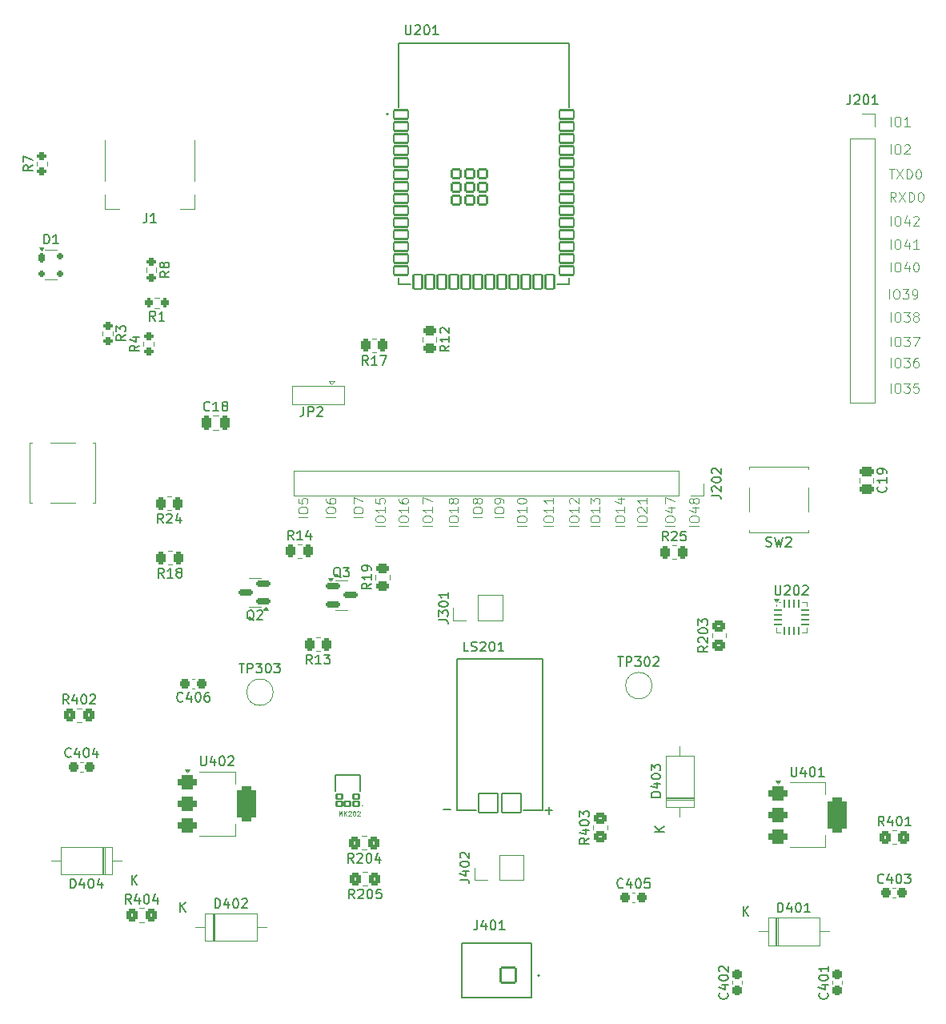
<source format=gbr>
G04 #@! TF.GenerationSoftware,KiCad,Pcbnew,9.0.0*
G04 #@! TF.CreationDate,2025-04-14T13:30:53-05:00*
G04 #@! TF.ProjectId,PlanB,506c616e-422e-46b6-9963-61645f706362,rev?*
G04 #@! TF.SameCoordinates,Original*
G04 #@! TF.FileFunction,Legend,Top*
G04 #@! TF.FilePolarity,Positive*
%FSLAX46Y46*%
G04 Gerber Fmt 4.6, Leading zero omitted, Abs format (unit mm)*
G04 Created by KiCad (PCBNEW 9.0.0) date 2025-04-14 13:30:53*
%MOMM*%
%LPD*%
G01*
G04 APERTURE LIST*
G04 Aperture macros list*
%AMRoundRect*
0 Rectangle with rounded corners*
0 $1 Rounding radius*
0 $2 $3 $4 $5 $6 $7 $8 $9 X,Y pos of 4 corners*
0 Add a 4 corners polygon primitive as box body*
4,1,4,$2,$3,$4,$5,$6,$7,$8,$9,$2,$3,0*
0 Add four circle primitives for the rounded corners*
1,1,$1+$1,$2,$3*
1,1,$1+$1,$4,$5*
1,1,$1+$1,$6,$7*
1,1,$1+$1,$8,$9*
0 Add four rect primitives between the rounded corners*
20,1,$1+$1,$2,$3,$4,$5,0*
20,1,$1+$1,$4,$5,$6,$7,0*
20,1,$1+$1,$6,$7,$8,$9,0*
20,1,$1+$1,$8,$9,$2,$3,0*%
%AMFreePoly0*
4,1,6,1.000000,0.000000,0.500000,-0.750000,-0.500000,-0.750000,-0.500000,0.750000,0.500000,0.750000,1.000000,0.000000,1.000000,0.000000,$1*%
G04 Aperture macros list end*
%ADD10C,0.100000*%
%ADD11C,0.150000*%
%ADD12C,0.120607*%
%ADD13C,0.127000*%
%ADD14C,0.200000*%
%ADD15C,0.120000*%
%ADD16C,0.912000*%
%ADD17RoundRect,0.102000X-0.787500X-0.787500X0.787500X-0.787500X0.787500X0.787500X-0.787500X0.787500X0*%
%ADD18C,1.779000*%
%ADD19RoundRect,0.250000X-0.450000X0.262500X-0.450000X-0.262500X0.450000X-0.262500X0.450000X0.262500X0*%
%ADD20RoundRect,0.250000X0.262500X0.450000X-0.262500X0.450000X-0.262500X-0.450000X0.262500X-0.450000X0*%
%ADD21RoundRect,0.102000X-1.000000X-1.000000X1.000000X-1.000000X1.000000X1.000000X-1.000000X1.000000X0*%
%ADD22RoundRect,0.250000X-0.262500X-0.450000X0.262500X-0.450000X0.262500X0.450000X-0.262500X0.450000X0*%
%ADD23RoundRect,0.250000X-0.350000X-0.450000X0.350000X-0.450000X0.350000X0.450000X-0.350000X0.450000X0*%
%ADD24R,2.200000X2.200000*%
%ADD25O,2.200000X2.200000*%
%ADD26RoundRect,0.237500X-0.300000X-0.237500X0.300000X-0.237500X0.300000X0.237500X-0.300000X0.237500X0*%
%ADD27C,2.000000*%
%ADD28R,1.700000X1.700000*%
%ADD29O,1.700000X1.700000*%
%ADD30RoundRect,0.250000X0.350000X0.450000X-0.350000X0.450000X-0.350000X-0.450000X0.350000X-0.450000X0*%
%ADD31RoundRect,0.250000X-0.475000X0.250000X-0.475000X-0.250000X0.475000X-0.250000X0.475000X0.250000X0*%
%ADD32RoundRect,0.200000X0.275000X-0.200000X0.275000X0.200000X-0.275000X0.200000X-0.275000X-0.200000X0*%
%ADD33RoundRect,0.250000X0.450000X-0.350000X0.450000X0.350000X-0.450000X0.350000X-0.450000X-0.350000X0*%
%ADD34RoundRect,0.250000X0.450000X-0.262500X0.450000X0.262500X-0.450000X0.262500X-0.450000X-0.262500X0*%
%ADD35R,1.300000X1.550000*%
%ADD36RoundRect,0.150000X-0.587500X-0.150000X0.587500X-0.150000X0.587500X0.150000X-0.587500X0.150000X0*%
%ADD37RoundRect,0.375000X-0.625000X-0.375000X0.625000X-0.375000X0.625000X0.375000X-0.625000X0.375000X0*%
%ADD38RoundRect,0.500000X-0.500000X-1.400000X0.500000X-1.400000X0.500000X1.400000X-0.500000X1.400000X0*%
%ADD39RoundRect,0.150000X0.587500X0.150000X-0.587500X0.150000X-0.587500X-0.150000X0.587500X-0.150000X0*%
%ADD40C,0.500000*%
%ADD41RoundRect,0.102000X0.300000X0.261000X-0.300000X0.261000X-0.300000X-0.261000X0.300000X-0.261000X0*%
%ADD42RoundRect,0.175000X-0.175000X-0.325000X0.175000X-0.325000X0.175000X0.325000X-0.175000X0.325000X0*%
%ADD43RoundRect,0.150000X-0.200000X-0.150000X0.200000X-0.150000X0.200000X0.150000X-0.200000X0.150000X0*%
%ADD44RoundRect,0.102000X-0.750000X-0.450000X0.750000X-0.450000X0.750000X0.450000X-0.750000X0.450000X0*%
%ADD45RoundRect,0.102000X-0.450000X-0.750000X0.450000X-0.750000X0.450000X0.750000X-0.450000X0.750000X0*%
%ADD46RoundRect,0.102000X-0.450000X-0.450000X0.450000X-0.450000X0.450000X0.450000X-0.450000X0.450000X0*%
%ADD47RoundRect,0.250000X-0.250000X-0.475000X0.250000X-0.475000X0.250000X0.475000X-0.250000X0.475000X0*%
%ADD48RoundRect,0.200000X-0.275000X0.200000X-0.275000X-0.200000X0.275000X-0.200000X0.275000X0.200000X0*%
%ADD49RoundRect,0.237500X0.237500X-0.300000X0.237500X0.300000X-0.237500X0.300000X-0.237500X-0.300000X0*%
%ADD50RoundRect,0.062500X-0.350000X-0.062500X0.350000X-0.062500X0.350000X0.062500X-0.350000X0.062500X0*%
%ADD51RoundRect,0.062500X-0.062500X-0.350000X0.062500X-0.350000X0.062500X0.350000X-0.062500X0.350000X0*%
%ADD52R,1.230000X1.230000*%
%ADD53RoundRect,0.237500X0.300000X0.237500X-0.300000X0.237500X-0.300000X-0.237500X0.300000X-0.237500X0*%
%ADD54FreePoly0,180.000000*%
%ADD55FreePoly0,0.000000*%
%ADD56RoundRect,0.200000X0.200000X0.275000X-0.200000X0.275000X-0.200000X-0.275000X0.200000X-0.275000X0*%
%ADD57R,1.550000X1.300000*%
%ADD58C,0.650000*%
%ADD59C,0.950000*%
%ADD60R,0.300000X0.700000*%
%ADD61C,1.400000*%
G04 APERTURE END LIST*
D10*
X168705884Y-57809819D02*
X168705884Y-56809819D01*
X169372550Y-56809819D02*
X169563026Y-56809819D01*
X169563026Y-56809819D02*
X169658264Y-56857438D01*
X169658264Y-56857438D02*
X169753502Y-56952676D01*
X169753502Y-56952676D02*
X169801121Y-57143152D01*
X169801121Y-57143152D02*
X169801121Y-57476485D01*
X169801121Y-57476485D02*
X169753502Y-57666961D01*
X169753502Y-57666961D02*
X169658264Y-57762200D01*
X169658264Y-57762200D02*
X169563026Y-57809819D01*
X169563026Y-57809819D02*
X169372550Y-57809819D01*
X169372550Y-57809819D02*
X169277312Y-57762200D01*
X169277312Y-57762200D02*
X169182074Y-57666961D01*
X169182074Y-57666961D02*
X169134455Y-57476485D01*
X169134455Y-57476485D02*
X169134455Y-57143152D01*
X169134455Y-57143152D02*
X169182074Y-56952676D01*
X169182074Y-56952676D02*
X169277312Y-56857438D01*
X169277312Y-56857438D02*
X169372550Y-56809819D01*
X170753502Y-57809819D02*
X170182074Y-57809819D01*
X170467788Y-57809819D02*
X170467788Y-56809819D01*
X170467788Y-56809819D02*
X170372550Y-56952676D01*
X170372550Y-56952676D02*
X170277312Y-57047914D01*
X170277312Y-57047914D02*
X170182074Y-57095533D01*
X168705884Y-60746475D02*
X168705884Y-59746475D01*
X169372550Y-59746475D02*
X169563026Y-59746475D01*
X169563026Y-59746475D02*
X169658264Y-59794094D01*
X169658264Y-59794094D02*
X169753502Y-59889332D01*
X169753502Y-59889332D02*
X169801121Y-60079808D01*
X169801121Y-60079808D02*
X169801121Y-60413141D01*
X169801121Y-60413141D02*
X169753502Y-60603617D01*
X169753502Y-60603617D02*
X169658264Y-60698856D01*
X169658264Y-60698856D02*
X169563026Y-60746475D01*
X169563026Y-60746475D02*
X169372550Y-60746475D01*
X169372550Y-60746475D02*
X169277312Y-60698856D01*
X169277312Y-60698856D02*
X169182074Y-60603617D01*
X169182074Y-60603617D02*
X169134455Y-60413141D01*
X169134455Y-60413141D02*
X169134455Y-60079808D01*
X169134455Y-60079808D02*
X169182074Y-59889332D01*
X169182074Y-59889332D02*
X169277312Y-59794094D01*
X169277312Y-59794094D02*
X169372550Y-59746475D01*
X170182074Y-59841713D02*
X170229693Y-59794094D01*
X170229693Y-59794094D02*
X170324931Y-59746475D01*
X170324931Y-59746475D02*
X170563026Y-59746475D01*
X170563026Y-59746475D02*
X170658264Y-59794094D01*
X170658264Y-59794094D02*
X170705883Y-59841713D01*
X170705883Y-59841713D02*
X170753502Y-59936951D01*
X170753502Y-59936951D02*
X170753502Y-60032189D01*
X170753502Y-60032189D02*
X170705883Y-60175046D01*
X170705883Y-60175046D02*
X170134455Y-60746475D01*
X170134455Y-60746475D02*
X170753502Y-60746475D01*
X168563027Y-62372419D02*
X169134455Y-62372419D01*
X168848741Y-63372419D02*
X168848741Y-62372419D01*
X169372551Y-62372419D02*
X170039217Y-63372419D01*
X170039217Y-62372419D02*
X169372551Y-63372419D01*
X170420170Y-63372419D02*
X170420170Y-62372419D01*
X170420170Y-62372419D02*
X170658265Y-62372419D01*
X170658265Y-62372419D02*
X170801122Y-62420038D01*
X170801122Y-62420038D02*
X170896360Y-62515276D01*
X170896360Y-62515276D02*
X170943979Y-62610514D01*
X170943979Y-62610514D02*
X170991598Y-62800990D01*
X170991598Y-62800990D02*
X170991598Y-62943847D01*
X170991598Y-62943847D02*
X170943979Y-63134323D01*
X170943979Y-63134323D02*
X170896360Y-63229561D01*
X170896360Y-63229561D02*
X170801122Y-63324800D01*
X170801122Y-63324800D02*
X170658265Y-63372419D01*
X170658265Y-63372419D02*
X170420170Y-63372419D01*
X171610646Y-62372419D02*
X171705884Y-62372419D01*
X171705884Y-62372419D02*
X171801122Y-62420038D01*
X171801122Y-62420038D02*
X171848741Y-62467657D01*
X171848741Y-62467657D02*
X171896360Y-62562895D01*
X171896360Y-62562895D02*
X171943979Y-62753371D01*
X171943979Y-62753371D02*
X171943979Y-62991466D01*
X171943979Y-62991466D02*
X171896360Y-63181942D01*
X171896360Y-63181942D02*
X171848741Y-63277180D01*
X171848741Y-63277180D02*
X171801122Y-63324800D01*
X171801122Y-63324800D02*
X171705884Y-63372419D01*
X171705884Y-63372419D02*
X171610646Y-63372419D01*
X171610646Y-63372419D02*
X171515408Y-63324800D01*
X171515408Y-63324800D02*
X171467789Y-63277180D01*
X171467789Y-63277180D02*
X171420170Y-63181942D01*
X171420170Y-63181942D02*
X171372551Y-62991466D01*
X171372551Y-62991466D02*
X171372551Y-62753371D01*
X171372551Y-62753371D02*
X171420170Y-62562895D01*
X171420170Y-62562895D02*
X171467789Y-62467657D01*
X171467789Y-62467657D02*
X171515408Y-62420038D01*
X171515408Y-62420038D02*
X171610646Y-62372419D01*
X169277312Y-65785419D02*
X168943979Y-65309228D01*
X168705884Y-65785419D02*
X168705884Y-64785419D01*
X168705884Y-64785419D02*
X169086836Y-64785419D01*
X169086836Y-64785419D02*
X169182074Y-64833038D01*
X169182074Y-64833038D02*
X169229693Y-64880657D01*
X169229693Y-64880657D02*
X169277312Y-64975895D01*
X169277312Y-64975895D02*
X169277312Y-65118752D01*
X169277312Y-65118752D02*
X169229693Y-65213990D01*
X169229693Y-65213990D02*
X169182074Y-65261609D01*
X169182074Y-65261609D02*
X169086836Y-65309228D01*
X169086836Y-65309228D02*
X168705884Y-65309228D01*
X169610646Y-64785419D02*
X170277312Y-65785419D01*
X170277312Y-64785419D02*
X169610646Y-65785419D01*
X170658265Y-65785419D02*
X170658265Y-64785419D01*
X170658265Y-64785419D02*
X170896360Y-64785419D01*
X170896360Y-64785419D02*
X171039217Y-64833038D01*
X171039217Y-64833038D02*
X171134455Y-64928276D01*
X171134455Y-64928276D02*
X171182074Y-65023514D01*
X171182074Y-65023514D02*
X171229693Y-65213990D01*
X171229693Y-65213990D02*
X171229693Y-65356847D01*
X171229693Y-65356847D02*
X171182074Y-65547323D01*
X171182074Y-65547323D02*
X171134455Y-65642561D01*
X171134455Y-65642561D02*
X171039217Y-65737800D01*
X171039217Y-65737800D02*
X170896360Y-65785419D01*
X170896360Y-65785419D02*
X170658265Y-65785419D01*
X171848741Y-64785419D02*
X171943979Y-64785419D01*
X171943979Y-64785419D02*
X172039217Y-64833038D01*
X172039217Y-64833038D02*
X172086836Y-64880657D01*
X172086836Y-64880657D02*
X172134455Y-64975895D01*
X172134455Y-64975895D02*
X172182074Y-65166371D01*
X172182074Y-65166371D02*
X172182074Y-65404466D01*
X172182074Y-65404466D02*
X172134455Y-65594942D01*
X172134455Y-65594942D02*
X172086836Y-65690180D01*
X172086836Y-65690180D02*
X172039217Y-65737800D01*
X172039217Y-65737800D02*
X171943979Y-65785419D01*
X171943979Y-65785419D02*
X171848741Y-65785419D01*
X171848741Y-65785419D02*
X171753503Y-65737800D01*
X171753503Y-65737800D02*
X171705884Y-65690180D01*
X171705884Y-65690180D02*
X171658265Y-65594942D01*
X171658265Y-65594942D02*
X171610646Y-65404466D01*
X171610646Y-65404466D02*
X171610646Y-65166371D01*
X171610646Y-65166371D02*
X171658265Y-64975895D01*
X171658265Y-64975895D02*
X171705884Y-64880657D01*
X171705884Y-64880657D02*
X171753503Y-64833038D01*
X171753503Y-64833038D02*
X171848741Y-64785419D01*
X168705884Y-68325419D02*
X168705884Y-67325419D01*
X169372550Y-67325419D02*
X169563026Y-67325419D01*
X169563026Y-67325419D02*
X169658264Y-67373038D01*
X169658264Y-67373038D02*
X169753502Y-67468276D01*
X169753502Y-67468276D02*
X169801121Y-67658752D01*
X169801121Y-67658752D02*
X169801121Y-67992085D01*
X169801121Y-67992085D02*
X169753502Y-68182561D01*
X169753502Y-68182561D02*
X169658264Y-68277800D01*
X169658264Y-68277800D02*
X169563026Y-68325419D01*
X169563026Y-68325419D02*
X169372550Y-68325419D01*
X169372550Y-68325419D02*
X169277312Y-68277800D01*
X169277312Y-68277800D02*
X169182074Y-68182561D01*
X169182074Y-68182561D02*
X169134455Y-67992085D01*
X169134455Y-67992085D02*
X169134455Y-67658752D01*
X169134455Y-67658752D02*
X169182074Y-67468276D01*
X169182074Y-67468276D02*
X169277312Y-67373038D01*
X169277312Y-67373038D02*
X169372550Y-67325419D01*
X170658264Y-67658752D02*
X170658264Y-68325419D01*
X170420169Y-67277800D02*
X170182074Y-67992085D01*
X170182074Y-67992085D02*
X170801121Y-67992085D01*
X171134455Y-67420657D02*
X171182074Y-67373038D01*
X171182074Y-67373038D02*
X171277312Y-67325419D01*
X171277312Y-67325419D02*
X171515407Y-67325419D01*
X171515407Y-67325419D02*
X171610645Y-67373038D01*
X171610645Y-67373038D02*
X171658264Y-67420657D01*
X171658264Y-67420657D02*
X171705883Y-67515895D01*
X171705883Y-67515895D02*
X171705883Y-67611133D01*
X171705883Y-67611133D02*
X171658264Y-67753990D01*
X171658264Y-67753990D02*
X171086836Y-68325419D01*
X171086836Y-68325419D02*
X171705883Y-68325419D01*
X168705884Y-70789219D02*
X168705884Y-69789219D01*
X169372550Y-69789219D02*
X169563026Y-69789219D01*
X169563026Y-69789219D02*
X169658264Y-69836838D01*
X169658264Y-69836838D02*
X169753502Y-69932076D01*
X169753502Y-69932076D02*
X169801121Y-70122552D01*
X169801121Y-70122552D02*
X169801121Y-70455885D01*
X169801121Y-70455885D02*
X169753502Y-70646361D01*
X169753502Y-70646361D02*
X169658264Y-70741600D01*
X169658264Y-70741600D02*
X169563026Y-70789219D01*
X169563026Y-70789219D02*
X169372550Y-70789219D01*
X169372550Y-70789219D02*
X169277312Y-70741600D01*
X169277312Y-70741600D02*
X169182074Y-70646361D01*
X169182074Y-70646361D02*
X169134455Y-70455885D01*
X169134455Y-70455885D02*
X169134455Y-70122552D01*
X169134455Y-70122552D02*
X169182074Y-69932076D01*
X169182074Y-69932076D02*
X169277312Y-69836838D01*
X169277312Y-69836838D02*
X169372550Y-69789219D01*
X170658264Y-70122552D02*
X170658264Y-70789219D01*
X170420169Y-69741600D02*
X170182074Y-70455885D01*
X170182074Y-70455885D02*
X170801121Y-70455885D01*
X171705883Y-70789219D02*
X171134455Y-70789219D01*
X171420169Y-70789219D02*
X171420169Y-69789219D01*
X171420169Y-69789219D02*
X171324931Y-69932076D01*
X171324931Y-69932076D02*
X171229693Y-70027314D01*
X171229693Y-70027314D02*
X171134455Y-70074933D01*
X168705884Y-73202219D02*
X168705884Y-72202219D01*
X169372550Y-72202219D02*
X169563026Y-72202219D01*
X169563026Y-72202219D02*
X169658264Y-72249838D01*
X169658264Y-72249838D02*
X169753502Y-72345076D01*
X169753502Y-72345076D02*
X169801121Y-72535552D01*
X169801121Y-72535552D02*
X169801121Y-72868885D01*
X169801121Y-72868885D02*
X169753502Y-73059361D01*
X169753502Y-73059361D02*
X169658264Y-73154600D01*
X169658264Y-73154600D02*
X169563026Y-73202219D01*
X169563026Y-73202219D02*
X169372550Y-73202219D01*
X169372550Y-73202219D02*
X169277312Y-73154600D01*
X169277312Y-73154600D02*
X169182074Y-73059361D01*
X169182074Y-73059361D02*
X169134455Y-72868885D01*
X169134455Y-72868885D02*
X169134455Y-72535552D01*
X169134455Y-72535552D02*
X169182074Y-72345076D01*
X169182074Y-72345076D02*
X169277312Y-72249838D01*
X169277312Y-72249838D02*
X169372550Y-72202219D01*
X170658264Y-72535552D02*
X170658264Y-73202219D01*
X170420169Y-72154600D02*
X170182074Y-72868885D01*
X170182074Y-72868885D02*
X170801121Y-72868885D01*
X171372550Y-72202219D02*
X171467788Y-72202219D01*
X171467788Y-72202219D02*
X171563026Y-72249838D01*
X171563026Y-72249838D02*
X171610645Y-72297457D01*
X171610645Y-72297457D02*
X171658264Y-72392695D01*
X171658264Y-72392695D02*
X171705883Y-72583171D01*
X171705883Y-72583171D02*
X171705883Y-72821266D01*
X171705883Y-72821266D02*
X171658264Y-73011742D01*
X171658264Y-73011742D02*
X171610645Y-73106980D01*
X171610645Y-73106980D02*
X171563026Y-73154600D01*
X171563026Y-73154600D02*
X171467788Y-73202219D01*
X171467788Y-73202219D02*
X171372550Y-73202219D01*
X171372550Y-73202219D02*
X171277312Y-73154600D01*
X171277312Y-73154600D02*
X171229693Y-73106980D01*
X171229693Y-73106980D02*
X171182074Y-73011742D01*
X171182074Y-73011742D02*
X171134455Y-72821266D01*
X171134455Y-72821266D02*
X171134455Y-72583171D01*
X171134455Y-72583171D02*
X171182074Y-72392695D01*
X171182074Y-72392695D02*
X171229693Y-72297457D01*
X171229693Y-72297457D02*
X171277312Y-72249838D01*
X171277312Y-72249838D02*
X171372550Y-72202219D01*
X168578884Y-76072419D02*
X168578884Y-75072419D01*
X169245550Y-75072419D02*
X169436026Y-75072419D01*
X169436026Y-75072419D02*
X169531264Y-75120038D01*
X169531264Y-75120038D02*
X169626502Y-75215276D01*
X169626502Y-75215276D02*
X169674121Y-75405752D01*
X169674121Y-75405752D02*
X169674121Y-75739085D01*
X169674121Y-75739085D02*
X169626502Y-75929561D01*
X169626502Y-75929561D02*
X169531264Y-76024800D01*
X169531264Y-76024800D02*
X169436026Y-76072419D01*
X169436026Y-76072419D02*
X169245550Y-76072419D01*
X169245550Y-76072419D02*
X169150312Y-76024800D01*
X169150312Y-76024800D02*
X169055074Y-75929561D01*
X169055074Y-75929561D02*
X169007455Y-75739085D01*
X169007455Y-75739085D02*
X169007455Y-75405752D01*
X169007455Y-75405752D02*
X169055074Y-75215276D01*
X169055074Y-75215276D02*
X169150312Y-75120038D01*
X169150312Y-75120038D02*
X169245550Y-75072419D01*
X170007455Y-75072419D02*
X170626502Y-75072419D01*
X170626502Y-75072419D02*
X170293169Y-75453371D01*
X170293169Y-75453371D02*
X170436026Y-75453371D01*
X170436026Y-75453371D02*
X170531264Y-75500990D01*
X170531264Y-75500990D02*
X170578883Y-75548609D01*
X170578883Y-75548609D02*
X170626502Y-75643847D01*
X170626502Y-75643847D02*
X170626502Y-75881942D01*
X170626502Y-75881942D02*
X170578883Y-75977180D01*
X170578883Y-75977180D02*
X170531264Y-76024800D01*
X170531264Y-76024800D02*
X170436026Y-76072419D01*
X170436026Y-76072419D02*
X170150312Y-76072419D01*
X170150312Y-76072419D02*
X170055074Y-76024800D01*
X170055074Y-76024800D02*
X170007455Y-75977180D01*
X171102693Y-76072419D02*
X171293169Y-76072419D01*
X171293169Y-76072419D02*
X171388407Y-76024800D01*
X171388407Y-76024800D02*
X171436026Y-75977180D01*
X171436026Y-75977180D02*
X171531264Y-75834323D01*
X171531264Y-75834323D02*
X171578883Y-75643847D01*
X171578883Y-75643847D02*
X171578883Y-75262895D01*
X171578883Y-75262895D02*
X171531264Y-75167657D01*
X171531264Y-75167657D02*
X171483645Y-75120038D01*
X171483645Y-75120038D02*
X171388407Y-75072419D01*
X171388407Y-75072419D02*
X171197931Y-75072419D01*
X171197931Y-75072419D02*
X171102693Y-75120038D01*
X171102693Y-75120038D02*
X171055074Y-75167657D01*
X171055074Y-75167657D02*
X171007455Y-75262895D01*
X171007455Y-75262895D02*
X171007455Y-75500990D01*
X171007455Y-75500990D02*
X171055074Y-75596228D01*
X171055074Y-75596228D02*
X171102693Y-75643847D01*
X171102693Y-75643847D02*
X171197931Y-75691466D01*
X171197931Y-75691466D02*
X171388407Y-75691466D01*
X171388407Y-75691466D02*
X171483645Y-75643847D01*
X171483645Y-75643847D02*
X171531264Y-75596228D01*
X171531264Y-75596228D02*
X171578883Y-75500990D01*
X168705884Y-78485419D02*
X168705884Y-77485419D01*
X169372550Y-77485419D02*
X169563026Y-77485419D01*
X169563026Y-77485419D02*
X169658264Y-77533038D01*
X169658264Y-77533038D02*
X169753502Y-77628276D01*
X169753502Y-77628276D02*
X169801121Y-77818752D01*
X169801121Y-77818752D02*
X169801121Y-78152085D01*
X169801121Y-78152085D02*
X169753502Y-78342561D01*
X169753502Y-78342561D02*
X169658264Y-78437800D01*
X169658264Y-78437800D02*
X169563026Y-78485419D01*
X169563026Y-78485419D02*
X169372550Y-78485419D01*
X169372550Y-78485419D02*
X169277312Y-78437800D01*
X169277312Y-78437800D02*
X169182074Y-78342561D01*
X169182074Y-78342561D02*
X169134455Y-78152085D01*
X169134455Y-78152085D02*
X169134455Y-77818752D01*
X169134455Y-77818752D02*
X169182074Y-77628276D01*
X169182074Y-77628276D02*
X169277312Y-77533038D01*
X169277312Y-77533038D02*
X169372550Y-77485419D01*
X170134455Y-77485419D02*
X170753502Y-77485419D01*
X170753502Y-77485419D02*
X170420169Y-77866371D01*
X170420169Y-77866371D02*
X170563026Y-77866371D01*
X170563026Y-77866371D02*
X170658264Y-77913990D01*
X170658264Y-77913990D02*
X170705883Y-77961609D01*
X170705883Y-77961609D02*
X170753502Y-78056847D01*
X170753502Y-78056847D02*
X170753502Y-78294942D01*
X170753502Y-78294942D02*
X170705883Y-78390180D01*
X170705883Y-78390180D02*
X170658264Y-78437800D01*
X170658264Y-78437800D02*
X170563026Y-78485419D01*
X170563026Y-78485419D02*
X170277312Y-78485419D01*
X170277312Y-78485419D02*
X170182074Y-78437800D01*
X170182074Y-78437800D02*
X170134455Y-78390180D01*
X171324931Y-77913990D02*
X171229693Y-77866371D01*
X171229693Y-77866371D02*
X171182074Y-77818752D01*
X171182074Y-77818752D02*
X171134455Y-77723514D01*
X171134455Y-77723514D02*
X171134455Y-77675895D01*
X171134455Y-77675895D02*
X171182074Y-77580657D01*
X171182074Y-77580657D02*
X171229693Y-77533038D01*
X171229693Y-77533038D02*
X171324931Y-77485419D01*
X171324931Y-77485419D02*
X171515407Y-77485419D01*
X171515407Y-77485419D02*
X171610645Y-77533038D01*
X171610645Y-77533038D02*
X171658264Y-77580657D01*
X171658264Y-77580657D02*
X171705883Y-77675895D01*
X171705883Y-77675895D02*
X171705883Y-77723514D01*
X171705883Y-77723514D02*
X171658264Y-77818752D01*
X171658264Y-77818752D02*
X171610645Y-77866371D01*
X171610645Y-77866371D02*
X171515407Y-77913990D01*
X171515407Y-77913990D02*
X171324931Y-77913990D01*
X171324931Y-77913990D02*
X171229693Y-77961609D01*
X171229693Y-77961609D02*
X171182074Y-78009228D01*
X171182074Y-78009228D02*
X171134455Y-78104466D01*
X171134455Y-78104466D02*
X171134455Y-78294942D01*
X171134455Y-78294942D02*
X171182074Y-78390180D01*
X171182074Y-78390180D02*
X171229693Y-78437800D01*
X171229693Y-78437800D02*
X171324931Y-78485419D01*
X171324931Y-78485419D02*
X171515407Y-78485419D01*
X171515407Y-78485419D02*
X171610645Y-78437800D01*
X171610645Y-78437800D02*
X171658264Y-78390180D01*
X171658264Y-78390180D02*
X171705883Y-78294942D01*
X171705883Y-78294942D02*
X171705883Y-78104466D01*
X171705883Y-78104466D02*
X171658264Y-78009228D01*
X171658264Y-78009228D02*
X171610645Y-77961609D01*
X171610645Y-77961609D02*
X171515407Y-77913990D01*
X168705884Y-81076219D02*
X168705884Y-80076219D01*
X169372550Y-80076219D02*
X169563026Y-80076219D01*
X169563026Y-80076219D02*
X169658264Y-80123838D01*
X169658264Y-80123838D02*
X169753502Y-80219076D01*
X169753502Y-80219076D02*
X169801121Y-80409552D01*
X169801121Y-80409552D02*
X169801121Y-80742885D01*
X169801121Y-80742885D02*
X169753502Y-80933361D01*
X169753502Y-80933361D02*
X169658264Y-81028600D01*
X169658264Y-81028600D02*
X169563026Y-81076219D01*
X169563026Y-81076219D02*
X169372550Y-81076219D01*
X169372550Y-81076219D02*
X169277312Y-81028600D01*
X169277312Y-81028600D02*
X169182074Y-80933361D01*
X169182074Y-80933361D02*
X169134455Y-80742885D01*
X169134455Y-80742885D02*
X169134455Y-80409552D01*
X169134455Y-80409552D02*
X169182074Y-80219076D01*
X169182074Y-80219076D02*
X169277312Y-80123838D01*
X169277312Y-80123838D02*
X169372550Y-80076219D01*
X170134455Y-80076219D02*
X170753502Y-80076219D01*
X170753502Y-80076219D02*
X170420169Y-80457171D01*
X170420169Y-80457171D02*
X170563026Y-80457171D01*
X170563026Y-80457171D02*
X170658264Y-80504790D01*
X170658264Y-80504790D02*
X170705883Y-80552409D01*
X170705883Y-80552409D02*
X170753502Y-80647647D01*
X170753502Y-80647647D02*
X170753502Y-80885742D01*
X170753502Y-80885742D02*
X170705883Y-80980980D01*
X170705883Y-80980980D02*
X170658264Y-81028600D01*
X170658264Y-81028600D02*
X170563026Y-81076219D01*
X170563026Y-81076219D02*
X170277312Y-81076219D01*
X170277312Y-81076219D02*
X170182074Y-81028600D01*
X170182074Y-81028600D02*
X170134455Y-80980980D01*
X171086836Y-80076219D02*
X171753502Y-80076219D01*
X171753502Y-80076219D02*
X171324931Y-81076219D01*
X168705884Y-83311419D02*
X168705884Y-82311419D01*
X169372550Y-82311419D02*
X169563026Y-82311419D01*
X169563026Y-82311419D02*
X169658264Y-82359038D01*
X169658264Y-82359038D02*
X169753502Y-82454276D01*
X169753502Y-82454276D02*
X169801121Y-82644752D01*
X169801121Y-82644752D02*
X169801121Y-82978085D01*
X169801121Y-82978085D02*
X169753502Y-83168561D01*
X169753502Y-83168561D02*
X169658264Y-83263800D01*
X169658264Y-83263800D02*
X169563026Y-83311419D01*
X169563026Y-83311419D02*
X169372550Y-83311419D01*
X169372550Y-83311419D02*
X169277312Y-83263800D01*
X169277312Y-83263800D02*
X169182074Y-83168561D01*
X169182074Y-83168561D02*
X169134455Y-82978085D01*
X169134455Y-82978085D02*
X169134455Y-82644752D01*
X169134455Y-82644752D02*
X169182074Y-82454276D01*
X169182074Y-82454276D02*
X169277312Y-82359038D01*
X169277312Y-82359038D02*
X169372550Y-82311419D01*
X170134455Y-82311419D02*
X170753502Y-82311419D01*
X170753502Y-82311419D02*
X170420169Y-82692371D01*
X170420169Y-82692371D02*
X170563026Y-82692371D01*
X170563026Y-82692371D02*
X170658264Y-82739990D01*
X170658264Y-82739990D02*
X170705883Y-82787609D01*
X170705883Y-82787609D02*
X170753502Y-82882847D01*
X170753502Y-82882847D02*
X170753502Y-83120942D01*
X170753502Y-83120942D02*
X170705883Y-83216180D01*
X170705883Y-83216180D02*
X170658264Y-83263800D01*
X170658264Y-83263800D02*
X170563026Y-83311419D01*
X170563026Y-83311419D02*
X170277312Y-83311419D01*
X170277312Y-83311419D02*
X170182074Y-83263800D01*
X170182074Y-83263800D02*
X170134455Y-83216180D01*
X171610645Y-82311419D02*
X171420169Y-82311419D01*
X171420169Y-82311419D02*
X171324931Y-82359038D01*
X171324931Y-82359038D02*
X171277312Y-82406657D01*
X171277312Y-82406657D02*
X171182074Y-82549514D01*
X171182074Y-82549514D02*
X171134455Y-82739990D01*
X171134455Y-82739990D02*
X171134455Y-83120942D01*
X171134455Y-83120942D02*
X171182074Y-83216180D01*
X171182074Y-83216180D02*
X171229693Y-83263800D01*
X171229693Y-83263800D02*
X171324931Y-83311419D01*
X171324931Y-83311419D02*
X171515407Y-83311419D01*
X171515407Y-83311419D02*
X171610645Y-83263800D01*
X171610645Y-83263800D02*
X171658264Y-83216180D01*
X171658264Y-83216180D02*
X171705883Y-83120942D01*
X171705883Y-83120942D02*
X171705883Y-82882847D01*
X171705883Y-82882847D02*
X171658264Y-82787609D01*
X171658264Y-82787609D02*
X171610645Y-82739990D01*
X171610645Y-82739990D02*
X171515407Y-82692371D01*
X171515407Y-82692371D02*
X171324931Y-82692371D01*
X171324931Y-82692371D02*
X171229693Y-82739990D01*
X171229693Y-82739990D02*
X171182074Y-82787609D01*
X171182074Y-82787609D02*
X171134455Y-82882847D01*
X168705884Y-86003819D02*
X168705884Y-85003819D01*
X169372550Y-85003819D02*
X169563026Y-85003819D01*
X169563026Y-85003819D02*
X169658264Y-85051438D01*
X169658264Y-85051438D02*
X169753502Y-85146676D01*
X169753502Y-85146676D02*
X169801121Y-85337152D01*
X169801121Y-85337152D02*
X169801121Y-85670485D01*
X169801121Y-85670485D02*
X169753502Y-85860961D01*
X169753502Y-85860961D02*
X169658264Y-85956200D01*
X169658264Y-85956200D02*
X169563026Y-86003819D01*
X169563026Y-86003819D02*
X169372550Y-86003819D01*
X169372550Y-86003819D02*
X169277312Y-85956200D01*
X169277312Y-85956200D02*
X169182074Y-85860961D01*
X169182074Y-85860961D02*
X169134455Y-85670485D01*
X169134455Y-85670485D02*
X169134455Y-85337152D01*
X169134455Y-85337152D02*
X169182074Y-85146676D01*
X169182074Y-85146676D02*
X169277312Y-85051438D01*
X169277312Y-85051438D02*
X169372550Y-85003819D01*
X170134455Y-85003819D02*
X170753502Y-85003819D01*
X170753502Y-85003819D02*
X170420169Y-85384771D01*
X170420169Y-85384771D02*
X170563026Y-85384771D01*
X170563026Y-85384771D02*
X170658264Y-85432390D01*
X170658264Y-85432390D02*
X170705883Y-85480009D01*
X170705883Y-85480009D02*
X170753502Y-85575247D01*
X170753502Y-85575247D02*
X170753502Y-85813342D01*
X170753502Y-85813342D02*
X170705883Y-85908580D01*
X170705883Y-85908580D02*
X170658264Y-85956200D01*
X170658264Y-85956200D02*
X170563026Y-86003819D01*
X170563026Y-86003819D02*
X170277312Y-86003819D01*
X170277312Y-86003819D02*
X170182074Y-85956200D01*
X170182074Y-85956200D02*
X170134455Y-85908580D01*
X171658264Y-85003819D02*
X171182074Y-85003819D01*
X171182074Y-85003819D02*
X171134455Y-85480009D01*
X171134455Y-85480009D02*
X171182074Y-85432390D01*
X171182074Y-85432390D02*
X171277312Y-85384771D01*
X171277312Y-85384771D02*
X171515407Y-85384771D01*
X171515407Y-85384771D02*
X171610645Y-85432390D01*
X171610645Y-85432390D02*
X171658264Y-85480009D01*
X171658264Y-85480009D02*
X171705883Y-85575247D01*
X171705883Y-85575247D02*
X171705883Y-85813342D01*
X171705883Y-85813342D02*
X171658264Y-85908580D01*
X171658264Y-85908580D02*
X171610645Y-85956200D01*
X171610645Y-85956200D02*
X171515407Y-86003819D01*
X171515407Y-86003819D02*
X171277312Y-86003819D01*
X171277312Y-86003819D02*
X171182074Y-85956200D01*
X171182074Y-85956200D02*
X171134455Y-85908580D01*
X148442931Y-100127715D02*
X147442931Y-100127715D01*
X147442931Y-99461049D02*
X147442931Y-99270573D01*
X147442931Y-99270573D02*
X147490550Y-99175335D01*
X147490550Y-99175335D02*
X147585788Y-99080097D01*
X147585788Y-99080097D02*
X147776264Y-99032478D01*
X147776264Y-99032478D02*
X148109597Y-99032478D01*
X148109597Y-99032478D02*
X148300073Y-99080097D01*
X148300073Y-99080097D02*
X148395312Y-99175335D01*
X148395312Y-99175335D02*
X148442931Y-99270573D01*
X148442931Y-99270573D02*
X148442931Y-99461049D01*
X148442931Y-99461049D02*
X148395312Y-99556287D01*
X148395312Y-99556287D02*
X148300073Y-99651525D01*
X148300073Y-99651525D02*
X148109597Y-99699144D01*
X148109597Y-99699144D02*
X147776264Y-99699144D01*
X147776264Y-99699144D02*
X147585788Y-99651525D01*
X147585788Y-99651525D02*
X147490550Y-99556287D01*
X147490550Y-99556287D02*
X147442931Y-99461049D01*
X147776264Y-98175335D02*
X148442931Y-98175335D01*
X147395312Y-98413430D02*
X148109597Y-98651525D01*
X148109597Y-98651525D02*
X148109597Y-98032478D01*
X147871502Y-97508668D02*
X147823883Y-97603906D01*
X147823883Y-97603906D02*
X147776264Y-97651525D01*
X147776264Y-97651525D02*
X147681026Y-97699144D01*
X147681026Y-97699144D02*
X147633407Y-97699144D01*
X147633407Y-97699144D02*
X147538169Y-97651525D01*
X147538169Y-97651525D02*
X147490550Y-97603906D01*
X147490550Y-97603906D02*
X147442931Y-97508668D01*
X147442931Y-97508668D02*
X147442931Y-97318192D01*
X147442931Y-97318192D02*
X147490550Y-97222954D01*
X147490550Y-97222954D02*
X147538169Y-97175335D01*
X147538169Y-97175335D02*
X147633407Y-97127716D01*
X147633407Y-97127716D02*
X147681026Y-97127716D01*
X147681026Y-97127716D02*
X147776264Y-97175335D01*
X147776264Y-97175335D02*
X147823883Y-97222954D01*
X147823883Y-97222954D02*
X147871502Y-97318192D01*
X147871502Y-97318192D02*
X147871502Y-97508668D01*
X147871502Y-97508668D02*
X147919121Y-97603906D01*
X147919121Y-97603906D02*
X147966740Y-97651525D01*
X147966740Y-97651525D02*
X148061978Y-97699144D01*
X148061978Y-97699144D02*
X148252454Y-97699144D01*
X148252454Y-97699144D02*
X148347692Y-97651525D01*
X148347692Y-97651525D02*
X148395312Y-97603906D01*
X148395312Y-97603906D02*
X148442931Y-97508668D01*
X148442931Y-97508668D02*
X148442931Y-97318192D01*
X148442931Y-97318192D02*
X148395312Y-97222954D01*
X148395312Y-97222954D02*
X148347692Y-97175335D01*
X148347692Y-97175335D02*
X148252454Y-97127716D01*
X148252454Y-97127716D02*
X148061978Y-97127716D01*
X148061978Y-97127716D02*
X147966740Y-97175335D01*
X147966740Y-97175335D02*
X147919121Y-97222954D01*
X147919121Y-97222954D02*
X147871502Y-97318192D01*
X145877531Y-100127715D02*
X144877531Y-100127715D01*
X144877531Y-99461049D02*
X144877531Y-99270573D01*
X144877531Y-99270573D02*
X144925150Y-99175335D01*
X144925150Y-99175335D02*
X145020388Y-99080097D01*
X145020388Y-99080097D02*
X145210864Y-99032478D01*
X145210864Y-99032478D02*
X145544197Y-99032478D01*
X145544197Y-99032478D02*
X145734673Y-99080097D01*
X145734673Y-99080097D02*
X145829912Y-99175335D01*
X145829912Y-99175335D02*
X145877531Y-99270573D01*
X145877531Y-99270573D02*
X145877531Y-99461049D01*
X145877531Y-99461049D02*
X145829912Y-99556287D01*
X145829912Y-99556287D02*
X145734673Y-99651525D01*
X145734673Y-99651525D02*
X145544197Y-99699144D01*
X145544197Y-99699144D02*
X145210864Y-99699144D01*
X145210864Y-99699144D02*
X145020388Y-99651525D01*
X145020388Y-99651525D02*
X144925150Y-99556287D01*
X144925150Y-99556287D02*
X144877531Y-99461049D01*
X145210864Y-98175335D02*
X145877531Y-98175335D01*
X144829912Y-98413430D02*
X145544197Y-98651525D01*
X145544197Y-98651525D02*
X145544197Y-98032478D01*
X144877531Y-97746763D02*
X144877531Y-97080097D01*
X144877531Y-97080097D02*
X145877531Y-97508668D01*
X142940875Y-100127715D02*
X141940875Y-100127715D01*
X141940875Y-99461049D02*
X141940875Y-99270573D01*
X141940875Y-99270573D02*
X141988494Y-99175335D01*
X141988494Y-99175335D02*
X142083732Y-99080097D01*
X142083732Y-99080097D02*
X142274208Y-99032478D01*
X142274208Y-99032478D02*
X142607541Y-99032478D01*
X142607541Y-99032478D02*
X142798017Y-99080097D01*
X142798017Y-99080097D02*
X142893256Y-99175335D01*
X142893256Y-99175335D02*
X142940875Y-99270573D01*
X142940875Y-99270573D02*
X142940875Y-99461049D01*
X142940875Y-99461049D02*
X142893256Y-99556287D01*
X142893256Y-99556287D02*
X142798017Y-99651525D01*
X142798017Y-99651525D02*
X142607541Y-99699144D01*
X142607541Y-99699144D02*
X142274208Y-99699144D01*
X142274208Y-99699144D02*
X142083732Y-99651525D01*
X142083732Y-99651525D02*
X141988494Y-99556287D01*
X141988494Y-99556287D02*
X141940875Y-99461049D01*
X142036113Y-98651525D02*
X141988494Y-98603906D01*
X141988494Y-98603906D02*
X141940875Y-98508668D01*
X141940875Y-98508668D02*
X141940875Y-98270573D01*
X141940875Y-98270573D02*
X141988494Y-98175335D01*
X141988494Y-98175335D02*
X142036113Y-98127716D01*
X142036113Y-98127716D02*
X142131351Y-98080097D01*
X142131351Y-98080097D02*
X142226589Y-98080097D01*
X142226589Y-98080097D02*
X142369446Y-98127716D01*
X142369446Y-98127716D02*
X142940875Y-98699144D01*
X142940875Y-98699144D02*
X142940875Y-98080097D01*
X142940875Y-97127716D02*
X142940875Y-97699144D01*
X142940875Y-97413430D02*
X141940875Y-97413430D01*
X141940875Y-97413430D02*
X142083732Y-97508668D01*
X142083732Y-97508668D02*
X142178970Y-97603906D01*
X142178970Y-97603906D02*
X142226589Y-97699144D01*
X140578675Y-100127715D02*
X139578675Y-100127715D01*
X139578675Y-99461049D02*
X139578675Y-99270573D01*
X139578675Y-99270573D02*
X139626294Y-99175335D01*
X139626294Y-99175335D02*
X139721532Y-99080097D01*
X139721532Y-99080097D02*
X139912008Y-99032478D01*
X139912008Y-99032478D02*
X140245341Y-99032478D01*
X140245341Y-99032478D02*
X140435817Y-99080097D01*
X140435817Y-99080097D02*
X140531056Y-99175335D01*
X140531056Y-99175335D02*
X140578675Y-99270573D01*
X140578675Y-99270573D02*
X140578675Y-99461049D01*
X140578675Y-99461049D02*
X140531056Y-99556287D01*
X140531056Y-99556287D02*
X140435817Y-99651525D01*
X140435817Y-99651525D02*
X140245341Y-99699144D01*
X140245341Y-99699144D02*
X139912008Y-99699144D01*
X139912008Y-99699144D02*
X139721532Y-99651525D01*
X139721532Y-99651525D02*
X139626294Y-99556287D01*
X139626294Y-99556287D02*
X139578675Y-99461049D01*
X140578675Y-98080097D02*
X140578675Y-98651525D01*
X140578675Y-98365811D02*
X139578675Y-98365811D01*
X139578675Y-98365811D02*
X139721532Y-98461049D01*
X139721532Y-98461049D02*
X139816770Y-98556287D01*
X139816770Y-98556287D02*
X139864389Y-98651525D01*
X139912008Y-97222954D02*
X140578675Y-97222954D01*
X139531056Y-97461049D02*
X140245341Y-97699144D01*
X140245341Y-97699144D02*
X140245341Y-97080097D01*
X137962475Y-100127715D02*
X136962475Y-100127715D01*
X136962475Y-99461049D02*
X136962475Y-99270573D01*
X136962475Y-99270573D02*
X137010094Y-99175335D01*
X137010094Y-99175335D02*
X137105332Y-99080097D01*
X137105332Y-99080097D02*
X137295808Y-99032478D01*
X137295808Y-99032478D02*
X137629141Y-99032478D01*
X137629141Y-99032478D02*
X137819617Y-99080097D01*
X137819617Y-99080097D02*
X137914856Y-99175335D01*
X137914856Y-99175335D02*
X137962475Y-99270573D01*
X137962475Y-99270573D02*
X137962475Y-99461049D01*
X137962475Y-99461049D02*
X137914856Y-99556287D01*
X137914856Y-99556287D02*
X137819617Y-99651525D01*
X137819617Y-99651525D02*
X137629141Y-99699144D01*
X137629141Y-99699144D02*
X137295808Y-99699144D01*
X137295808Y-99699144D02*
X137105332Y-99651525D01*
X137105332Y-99651525D02*
X137010094Y-99556287D01*
X137010094Y-99556287D02*
X136962475Y-99461049D01*
X137962475Y-98080097D02*
X137962475Y-98651525D01*
X137962475Y-98365811D02*
X136962475Y-98365811D01*
X136962475Y-98365811D02*
X137105332Y-98461049D01*
X137105332Y-98461049D02*
X137200570Y-98556287D01*
X137200570Y-98556287D02*
X137248189Y-98651525D01*
X136962475Y-97746763D02*
X136962475Y-97127716D01*
X136962475Y-97127716D02*
X137343427Y-97461049D01*
X137343427Y-97461049D02*
X137343427Y-97318192D01*
X137343427Y-97318192D02*
X137391046Y-97222954D01*
X137391046Y-97222954D02*
X137438665Y-97175335D01*
X137438665Y-97175335D02*
X137533903Y-97127716D01*
X137533903Y-97127716D02*
X137771998Y-97127716D01*
X137771998Y-97127716D02*
X137867236Y-97175335D01*
X137867236Y-97175335D02*
X137914856Y-97222954D01*
X137914856Y-97222954D02*
X137962475Y-97318192D01*
X137962475Y-97318192D02*
X137962475Y-97603906D01*
X137962475Y-97603906D02*
X137914856Y-97699144D01*
X137914856Y-97699144D02*
X137867236Y-97746763D01*
X135727275Y-100127715D02*
X134727275Y-100127715D01*
X134727275Y-99461049D02*
X134727275Y-99270573D01*
X134727275Y-99270573D02*
X134774894Y-99175335D01*
X134774894Y-99175335D02*
X134870132Y-99080097D01*
X134870132Y-99080097D02*
X135060608Y-99032478D01*
X135060608Y-99032478D02*
X135393941Y-99032478D01*
X135393941Y-99032478D02*
X135584417Y-99080097D01*
X135584417Y-99080097D02*
X135679656Y-99175335D01*
X135679656Y-99175335D02*
X135727275Y-99270573D01*
X135727275Y-99270573D02*
X135727275Y-99461049D01*
X135727275Y-99461049D02*
X135679656Y-99556287D01*
X135679656Y-99556287D02*
X135584417Y-99651525D01*
X135584417Y-99651525D02*
X135393941Y-99699144D01*
X135393941Y-99699144D02*
X135060608Y-99699144D01*
X135060608Y-99699144D02*
X134870132Y-99651525D01*
X134870132Y-99651525D02*
X134774894Y-99556287D01*
X134774894Y-99556287D02*
X134727275Y-99461049D01*
X135727275Y-98080097D02*
X135727275Y-98651525D01*
X135727275Y-98365811D02*
X134727275Y-98365811D01*
X134727275Y-98365811D02*
X134870132Y-98461049D01*
X134870132Y-98461049D02*
X134965370Y-98556287D01*
X134965370Y-98556287D02*
X135012989Y-98651525D01*
X134822513Y-97699144D02*
X134774894Y-97651525D01*
X134774894Y-97651525D02*
X134727275Y-97556287D01*
X134727275Y-97556287D02*
X134727275Y-97318192D01*
X134727275Y-97318192D02*
X134774894Y-97222954D01*
X134774894Y-97222954D02*
X134822513Y-97175335D01*
X134822513Y-97175335D02*
X134917751Y-97127716D01*
X134917751Y-97127716D02*
X135012989Y-97127716D01*
X135012989Y-97127716D02*
X135155846Y-97175335D01*
X135155846Y-97175335D02*
X135727275Y-97746763D01*
X135727275Y-97746763D02*
X135727275Y-97127716D01*
X133034875Y-100127715D02*
X132034875Y-100127715D01*
X132034875Y-99461049D02*
X132034875Y-99270573D01*
X132034875Y-99270573D02*
X132082494Y-99175335D01*
X132082494Y-99175335D02*
X132177732Y-99080097D01*
X132177732Y-99080097D02*
X132368208Y-99032478D01*
X132368208Y-99032478D02*
X132701541Y-99032478D01*
X132701541Y-99032478D02*
X132892017Y-99080097D01*
X132892017Y-99080097D02*
X132987256Y-99175335D01*
X132987256Y-99175335D02*
X133034875Y-99270573D01*
X133034875Y-99270573D02*
X133034875Y-99461049D01*
X133034875Y-99461049D02*
X132987256Y-99556287D01*
X132987256Y-99556287D02*
X132892017Y-99651525D01*
X132892017Y-99651525D02*
X132701541Y-99699144D01*
X132701541Y-99699144D02*
X132368208Y-99699144D01*
X132368208Y-99699144D02*
X132177732Y-99651525D01*
X132177732Y-99651525D02*
X132082494Y-99556287D01*
X132082494Y-99556287D02*
X132034875Y-99461049D01*
X133034875Y-98080097D02*
X133034875Y-98651525D01*
X133034875Y-98365811D02*
X132034875Y-98365811D01*
X132034875Y-98365811D02*
X132177732Y-98461049D01*
X132177732Y-98461049D02*
X132272970Y-98556287D01*
X132272970Y-98556287D02*
X132320589Y-98651525D01*
X133034875Y-97127716D02*
X133034875Y-97699144D01*
X133034875Y-97413430D02*
X132034875Y-97413430D01*
X132034875Y-97413430D02*
X132177732Y-97508668D01*
X132177732Y-97508668D02*
X132272970Y-97603906D01*
X132272970Y-97603906D02*
X132320589Y-97699144D01*
X130190075Y-100127715D02*
X129190075Y-100127715D01*
X129190075Y-99461049D02*
X129190075Y-99270573D01*
X129190075Y-99270573D02*
X129237694Y-99175335D01*
X129237694Y-99175335D02*
X129332932Y-99080097D01*
X129332932Y-99080097D02*
X129523408Y-99032478D01*
X129523408Y-99032478D02*
X129856741Y-99032478D01*
X129856741Y-99032478D02*
X130047217Y-99080097D01*
X130047217Y-99080097D02*
X130142456Y-99175335D01*
X130142456Y-99175335D02*
X130190075Y-99270573D01*
X130190075Y-99270573D02*
X130190075Y-99461049D01*
X130190075Y-99461049D02*
X130142456Y-99556287D01*
X130142456Y-99556287D02*
X130047217Y-99651525D01*
X130047217Y-99651525D02*
X129856741Y-99699144D01*
X129856741Y-99699144D02*
X129523408Y-99699144D01*
X129523408Y-99699144D02*
X129332932Y-99651525D01*
X129332932Y-99651525D02*
X129237694Y-99556287D01*
X129237694Y-99556287D02*
X129190075Y-99461049D01*
X130190075Y-98080097D02*
X130190075Y-98651525D01*
X130190075Y-98365811D02*
X129190075Y-98365811D01*
X129190075Y-98365811D02*
X129332932Y-98461049D01*
X129332932Y-98461049D02*
X129428170Y-98556287D01*
X129428170Y-98556287D02*
X129475789Y-98651525D01*
X129190075Y-97461049D02*
X129190075Y-97365811D01*
X129190075Y-97365811D02*
X129237694Y-97270573D01*
X129237694Y-97270573D02*
X129285313Y-97222954D01*
X129285313Y-97222954D02*
X129380551Y-97175335D01*
X129380551Y-97175335D02*
X129571027Y-97127716D01*
X129571027Y-97127716D02*
X129809122Y-97127716D01*
X129809122Y-97127716D02*
X129999598Y-97175335D01*
X129999598Y-97175335D02*
X130094836Y-97222954D01*
X130094836Y-97222954D02*
X130142456Y-97270573D01*
X130142456Y-97270573D02*
X130190075Y-97365811D01*
X130190075Y-97365811D02*
X130190075Y-97461049D01*
X130190075Y-97461049D02*
X130142456Y-97556287D01*
X130142456Y-97556287D02*
X130094836Y-97603906D01*
X130094836Y-97603906D02*
X129999598Y-97651525D01*
X129999598Y-97651525D02*
X129809122Y-97699144D01*
X129809122Y-97699144D02*
X129571027Y-97699144D01*
X129571027Y-97699144D02*
X129380551Y-97651525D01*
X129380551Y-97651525D02*
X129285313Y-97603906D01*
X129285313Y-97603906D02*
X129237694Y-97556287D01*
X129237694Y-97556287D02*
X129190075Y-97461049D01*
X127802475Y-99175334D02*
X126802475Y-99175334D01*
X126802475Y-98508668D02*
X126802475Y-98318192D01*
X126802475Y-98318192D02*
X126850094Y-98222954D01*
X126850094Y-98222954D02*
X126945332Y-98127716D01*
X126945332Y-98127716D02*
X127135808Y-98080097D01*
X127135808Y-98080097D02*
X127469141Y-98080097D01*
X127469141Y-98080097D02*
X127659617Y-98127716D01*
X127659617Y-98127716D02*
X127754856Y-98222954D01*
X127754856Y-98222954D02*
X127802475Y-98318192D01*
X127802475Y-98318192D02*
X127802475Y-98508668D01*
X127802475Y-98508668D02*
X127754856Y-98603906D01*
X127754856Y-98603906D02*
X127659617Y-98699144D01*
X127659617Y-98699144D02*
X127469141Y-98746763D01*
X127469141Y-98746763D02*
X127135808Y-98746763D01*
X127135808Y-98746763D02*
X126945332Y-98699144D01*
X126945332Y-98699144D02*
X126850094Y-98603906D01*
X126850094Y-98603906D02*
X126802475Y-98508668D01*
X127802475Y-97603906D02*
X127802475Y-97413430D01*
X127802475Y-97413430D02*
X127754856Y-97318192D01*
X127754856Y-97318192D02*
X127707236Y-97270573D01*
X127707236Y-97270573D02*
X127564379Y-97175335D01*
X127564379Y-97175335D02*
X127373903Y-97127716D01*
X127373903Y-97127716D02*
X126992951Y-97127716D01*
X126992951Y-97127716D02*
X126897713Y-97175335D01*
X126897713Y-97175335D02*
X126850094Y-97222954D01*
X126850094Y-97222954D02*
X126802475Y-97318192D01*
X126802475Y-97318192D02*
X126802475Y-97508668D01*
X126802475Y-97508668D02*
X126850094Y-97603906D01*
X126850094Y-97603906D02*
X126897713Y-97651525D01*
X126897713Y-97651525D02*
X126992951Y-97699144D01*
X126992951Y-97699144D02*
X127231046Y-97699144D01*
X127231046Y-97699144D02*
X127326284Y-97651525D01*
X127326284Y-97651525D02*
X127373903Y-97603906D01*
X127373903Y-97603906D02*
X127421522Y-97508668D01*
X127421522Y-97508668D02*
X127421522Y-97318192D01*
X127421522Y-97318192D02*
X127373903Y-97222954D01*
X127373903Y-97222954D02*
X127326284Y-97175335D01*
X127326284Y-97175335D02*
X127231046Y-97127716D01*
X125516475Y-99175334D02*
X124516475Y-99175334D01*
X124516475Y-98508668D02*
X124516475Y-98318192D01*
X124516475Y-98318192D02*
X124564094Y-98222954D01*
X124564094Y-98222954D02*
X124659332Y-98127716D01*
X124659332Y-98127716D02*
X124849808Y-98080097D01*
X124849808Y-98080097D02*
X125183141Y-98080097D01*
X125183141Y-98080097D02*
X125373617Y-98127716D01*
X125373617Y-98127716D02*
X125468856Y-98222954D01*
X125468856Y-98222954D02*
X125516475Y-98318192D01*
X125516475Y-98318192D02*
X125516475Y-98508668D01*
X125516475Y-98508668D02*
X125468856Y-98603906D01*
X125468856Y-98603906D02*
X125373617Y-98699144D01*
X125373617Y-98699144D02*
X125183141Y-98746763D01*
X125183141Y-98746763D02*
X124849808Y-98746763D01*
X124849808Y-98746763D02*
X124659332Y-98699144D01*
X124659332Y-98699144D02*
X124564094Y-98603906D01*
X124564094Y-98603906D02*
X124516475Y-98508668D01*
X124945046Y-97508668D02*
X124897427Y-97603906D01*
X124897427Y-97603906D02*
X124849808Y-97651525D01*
X124849808Y-97651525D02*
X124754570Y-97699144D01*
X124754570Y-97699144D02*
X124706951Y-97699144D01*
X124706951Y-97699144D02*
X124611713Y-97651525D01*
X124611713Y-97651525D02*
X124564094Y-97603906D01*
X124564094Y-97603906D02*
X124516475Y-97508668D01*
X124516475Y-97508668D02*
X124516475Y-97318192D01*
X124516475Y-97318192D02*
X124564094Y-97222954D01*
X124564094Y-97222954D02*
X124611713Y-97175335D01*
X124611713Y-97175335D02*
X124706951Y-97127716D01*
X124706951Y-97127716D02*
X124754570Y-97127716D01*
X124754570Y-97127716D02*
X124849808Y-97175335D01*
X124849808Y-97175335D02*
X124897427Y-97222954D01*
X124897427Y-97222954D02*
X124945046Y-97318192D01*
X124945046Y-97318192D02*
X124945046Y-97508668D01*
X124945046Y-97508668D02*
X124992665Y-97603906D01*
X124992665Y-97603906D02*
X125040284Y-97651525D01*
X125040284Y-97651525D02*
X125135522Y-97699144D01*
X125135522Y-97699144D02*
X125325998Y-97699144D01*
X125325998Y-97699144D02*
X125421236Y-97651525D01*
X125421236Y-97651525D02*
X125468856Y-97603906D01*
X125468856Y-97603906D02*
X125516475Y-97508668D01*
X125516475Y-97508668D02*
X125516475Y-97318192D01*
X125516475Y-97318192D02*
X125468856Y-97222954D01*
X125468856Y-97222954D02*
X125421236Y-97175335D01*
X125421236Y-97175335D02*
X125325998Y-97127716D01*
X125325998Y-97127716D02*
X125135522Y-97127716D01*
X125135522Y-97127716D02*
X125040284Y-97175335D01*
X125040284Y-97175335D02*
X124992665Y-97222954D01*
X124992665Y-97222954D02*
X124945046Y-97318192D01*
X122976475Y-100127715D02*
X121976475Y-100127715D01*
X121976475Y-99461049D02*
X121976475Y-99270573D01*
X121976475Y-99270573D02*
X122024094Y-99175335D01*
X122024094Y-99175335D02*
X122119332Y-99080097D01*
X122119332Y-99080097D02*
X122309808Y-99032478D01*
X122309808Y-99032478D02*
X122643141Y-99032478D01*
X122643141Y-99032478D02*
X122833617Y-99080097D01*
X122833617Y-99080097D02*
X122928856Y-99175335D01*
X122928856Y-99175335D02*
X122976475Y-99270573D01*
X122976475Y-99270573D02*
X122976475Y-99461049D01*
X122976475Y-99461049D02*
X122928856Y-99556287D01*
X122928856Y-99556287D02*
X122833617Y-99651525D01*
X122833617Y-99651525D02*
X122643141Y-99699144D01*
X122643141Y-99699144D02*
X122309808Y-99699144D01*
X122309808Y-99699144D02*
X122119332Y-99651525D01*
X122119332Y-99651525D02*
X122024094Y-99556287D01*
X122024094Y-99556287D02*
X121976475Y-99461049D01*
X122976475Y-98080097D02*
X122976475Y-98651525D01*
X122976475Y-98365811D02*
X121976475Y-98365811D01*
X121976475Y-98365811D02*
X122119332Y-98461049D01*
X122119332Y-98461049D02*
X122214570Y-98556287D01*
X122214570Y-98556287D02*
X122262189Y-98651525D01*
X122405046Y-97508668D02*
X122357427Y-97603906D01*
X122357427Y-97603906D02*
X122309808Y-97651525D01*
X122309808Y-97651525D02*
X122214570Y-97699144D01*
X122214570Y-97699144D02*
X122166951Y-97699144D01*
X122166951Y-97699144D02*
X122071713Y-97651525D01*
X122071713Y-97651525D02*
X122024094Y-97603906D01*
X122024094Y-97603906D02*
X121976475Y-97508668D01*
X121976475Y-97508668D02*
X121976475Y-97318192D01*
X121976475Y-97318192D02*
X122024094Y-97222954D01*
X122024094Y-97222954D02*
X122071713Y-97175335D01*
X122071713Y-97175335D02*
X122166951Y-97127716D01*
X122166951Y-97127716D02*
X122214570Y-97127716D01*
X122214570Y-97127716D02*
X122309808Y-97175335D01*
X122309808Y-97175335D02*
X122357427Y-97222954D01*
X122357427Y-97222954D02*
X122405046Y-97318192D01*
X122405046Y-97318192D02*
X122405046Y-97508668D01*
X122405046Y-97508668D02*
X122452665Y-97603906D01*
X122452665Y-97603906D02*
X122500284Y-97651525D01*
X122500284Y-97651525D02*
X122595522Y-97699144D01*
X122595522Y-97699144D02*
X122785998Y-97699144D01*
X122785998Y-97699144D02*
X122881236Y-97651525D01*
X122881236Y-97651525D02*
X122928856Y-97603906D01*
X122928856Y-97603906D02*
X122976475Y-97508668D01*
X122976475Y-97508668D02*
X122976475Y-97318192D01*
X122976475Y-97318192D02*
X122928856Y-97222954D01*
X122928856Y-97222954D02*
X122881236Y-97175335D01*
X122881236Y-97175335D02*
X122785998Y-97127716D01*
X122785998Y-97127716D02*
X122595522Y-97127716D01*
X122595522Y-97127716D02*
X122500284Y-97175335D01*
X122500284Y-97175335D02*
X122452665Y-97222954D01*
X122452665Y-97222954D02*
X122405046Y-97318192D01*
X120233275Y-100127715D02*
X119233275Y-100127715D01*
X119233275Y-99461049D02*
X119233275Y-99270573D01*
X119233275Y-99270573D02*
X119280894Y-99175335D01*
X119280894Y-99175335D02*
X119376132Y-99080097D01*
X119376132Y-99080097D02*
X119566608Y-99032478D01*
X119566608Y-99032478D02*
X119899941Y-99032478D01*
X119899941Y-99032478D02*
X120090417Y-99080097D01*
X120090417Y-99080097D02*
X120185656Y-99175335D01*
X120185656Y-99175335D02*
X120233275Y-99270573D01*
X120233275Y-99270573D02*
X120233275Y-99461049D01*
X120233275Y-99461049D02*
X120185656Y-99556287D01*
X120185656Y-99556287D02*
X120090417Y-99651525D01*
X120090417Y-99651525D02*
X119899941Y-99699144D01*
X119899941Y-99699144D02*
X119566608Y-99699144D01*
X119566608Y-99699144D02*
X119376132Y-99651525D01*
X119376132Y-99651525D02*
X119280894Y-99556287D01*
X119280894Y-99556287D02*
X119233275Y-99461049D01*
X120233275Y-98080097D02*
X120233275Y-98651525D01*
X120233275Y-98365811D02*
X119233275Y-98365811D01*
X119233275Y-98365811D02*
X119376132Y-98461049D01*
X119376132Y-98461049D02*
X119471370Y-98556287D01*
X119471370Y-98556287D02*
X119518989Y-98651525D01*
X119233275Y-97746763D02*
X119233275Y-97080097D01*
X119233275Y-97080097D02*
X120233275Y-97508668D01*
X109997075Y-99175334D02*
X108997075Y-99175334D01*
X108997075Y-98508668D02*
X108997075Y-98318192D01*
X108997075Y-98318192D02*
X109044694Y-98222954D01*
X109044694Y-98222954D02*
X109139932Y-98127716D01*
X109139932Y-98127716D02*
X109330408Y-98080097D01*
X109330408Y-98080097D02*
X109663741Y-98080097D01*
X109663741Y-98080097D02*
X109854217Y-98127716D01*
X109854217Y-98127716D02*
X109949456Y-98222954D01*
X109949456Y-98222954D02*
X109997075Y-98318192D01*
X109997075Y-98318192D02*
X109997075Y-98508668D01*
X109997075Y-98508668D02*
X109949456Y-98603906D01*
X109949456Y-98603906D02*
X109854217Y-98699144D01*
X109854217Y-98699144D02*
X109663741Y-98746763D01*
X109663741Y-98746763D02*
X109330408Y-98746763D01*
X109330408Y-98746763D02*
X109139932Y-98699144D01*
X109139932Y-98699144D02*
X109044694Y-98603906D01*
X109044694Y-98603906D02*
X108997075Y-98508668D01*
X108997075Y-97222954D02*
X108997075Y-97413430D01*
X108997075Y-97413430D02*
X109044694Y-97508668D01*
X109044694Y-97508668D02*
X109092313Y-97556287D01*
X109092313Y-97556287D02*
X109235170Y-97651525D01*
X109235170Y-97651525D02*
X109425646Y-97699144D01*
X109425646Y-97699144D02*
X109806598Y-97699144D01*
X109806598Y-97699144D02*
X109901836Y-97651525D01*
X109901836Y-97651525D02*
X109949456Y-97603906D01*
X109949456Y-97603906D02*
X109997075Y-97508668D01*
X109997075Y-97508668D02*
X109997075Y-97318192D01*
X109997075Y-97318192D02*
X109949456Y-97222954D01*
X109949456Y-97222954D02*
X109901836Y-97175335D01*
X109901836Y-97175335D02*
X109806598Y-97127716D01*
X109806598Y-97127716D02*
X109568503Y-97127716D01*
X109568503Y-97127716D02*
X109473265Y-97175335D01*
X109473265Y-97175335D02*
X109425646Y-97222954D01*
X109425646Y-97222954D02*
X109378027Y-97318192D01*
X109378027Y-97318192D02*
X109378027Y-97508668D01*
X109378027Y-97508668D02*
X109425646Y-97603906D01*
X109425646Y-97603906D02*
X109473265Y-97651525D01*
X109473265Y-97651525D02*
X109568503Y-97699144D01*
X117667875Y-100127715D02*
X116667875Y-100127715D01*
X116667875Y-99461049D02*
X116667875Y-99270573D01*
X116667875Y-99270573D02*
X116715494Y-99175335D01*
X116715494Y-99175335D02*
X116810732Y-99080097D01*
X116810732Y-99080097D02*
X117001208Y-99032478D01*
X117001208Y-99032478D02*
X117334541Y-99032478D01*
X117334541Y-99032478D02*
X117525017Y-99080097D01*
X117525017Y-99080097D02*
X117620256Y-99175335D01*
X117620256Y-99175335D02*
X117667875Y-99270573D01*
X117667875Y-99270573D02*
X117667875Y-99461049D01*
X117667875Y-99461049D02*
X117620256Y-99556287D01*
X117620256Y-99556287D02*
X117525017Y-99651525D01*
X117525017Y-99651525D02*
X117334541Y-99699144D01*
X117334541Y-99699144D02*
X117001208Y-99699144D01*
X117001208Y-99699144D02*
X116810732Y-99651525D01*
X116810732Y-99651525D02*
X116715494Y-99556287D01*
X116715494Y-99556287D02*
X116667875Y-99461049D01*
X117667875Y-98080097D02*
X117667875Y-98651525D01*
X117667875Y-98365811D02*
X116667875Y-98365811D01*
X116667875Y-98365811D02*
X116810732Y-98461049D01*
X116810732Y-98461049D02*
X116905970Y-98556287D01*
X116905970Y-98556287D02*
X116953589Y-98651525D01*
X116667875Y-97222954D02*
X116667875Y-97413430D01*
X116667875Y-97413430D02*
X116715494Y-97508668D01*
X116715494Y-97508668D02*
X116763113Y-97556287D01*
X116763113Y-97556287D02*
X116905970Y-97651525D01*
X116905970Y-97651525D02*
X117096446Y-97699144D01*
X117096446Y-97699144D02*
X117477398Y-97699144D01*
X117477398Y-97699144D02*
X117572636Y-97651525D01*
X117572636Y-97651525D02*
X117620256Y-97603906D01*
X117620256Y-97603906D02*
X117667875Y-97508668D01*
X117667875Y-97508668D02*
X117667875Y-97318192D01*
X117667875Y-97318192D02*
X117620256Y-97222954D01*
X117620256Y-97222954D02*
X117572636Y-97175335D01*
X117572636Y-97175335D02*
X117477398Y-97127716D01*
X117477398Y-97127716D02*
X117239303Y-97127716D01*
X117239303Y-97127716D02*
X117144065Y-97175335D01*
X117144065Y-97175335D02*
X117096446Y-97222954D01*
X117096446Y-97222954D02*
X117048827Y-97318192D01*
X117048827Y-97318192D02*
X117048827Y-97508668D01*
X117048827Y-97508668D02*
X117096446Y-97603906D01*
X117096446Y-97603906D02*
X117144065Y-97651525D01*
X117144065Y-97651525D02*
X117239303Y-97699144D01*
X115229475Y-100127715D02*
X114229475Y-100127715D01*
X114229475Y-99461049D02*
X114229475Y-99270573D01*
X114229475Y-99270573D02*
X114277094Y-99175335D01*
X114277094Y-99175335D02*
X114372332Y-99080097D01*
X114372332Y-99080097D02*
X114562808Y-99032478D01*
X114562808Y-99032478D02*
X114896141Y-99032478D01*
X114896141Y-99032478D02*
X115086617Y-99080097D01*
X115086617Y-99080097D02*
X115181856Y-99175335D01*
X115181856Y-99175335D02*
X115229475Y-99270573D01*
X115229475Y-99270573D02*
X115229475Y-99461049D01*
X115229475Y-99461049D02*
X115181856Y-99556287D01*
X115181856Y-99556287D02*
X115086617Y-99651525D01*
X115086617Y-99651525D02*
X114896141Y-99699144D01*
X114896141Y-99699144D02*
X114562808Y-99699144D01*
X114562808Y-99699144D02*
X114372332Y-99651525D01*
X114372332Y-99651525D02*
X114277094Y-99556287D01*
X114277094Y-99556287D02*
X114229475Y-99461049D01*
X115229475Y-98080097D02*
X115229475Y-98651525D01*
X115229475Y-98365811D02*
X114229475Y-98365811D01*
X114229475Y-98365811D02*
X114372332Y-98461049D01*
X114372332Y-98461049D02*
X114467570Y-98556287D01*
X114467570Y-98556287D02*
X114515189Y-98651525D01*
X114229475Y-97175335D02*
X114229475Y-97651525D01*
X114229475Y-97651525D02*
X114705665Y-97699144D01*
X114705665Y-97699144D02*
X114658046Y-97651525D01*
X114658046Y-97651525D02*
X114610427Y-97556287D01*
X114610427Y-97556287D02*
X114610427Y-97318192D01*
X114610427Y-97318192D02*
X114658046Y-97222954D01*
X114658046Y-97222954D02*
X114705665Y-97175335D01*
X114705665Y-97175335D02*
X114800903Y-97127716D01*
X114800903Y-97127716D02*
X115038998Y-97127716D01*
X115038998Y-97127716D02*
X115134236Y-97175335D01*
X115134236Y-97175335D02*
X115181856Y-97222954D01*
X115181856Y-97222954D02*
X115229475Y-97318192D01*
X115229475Y-97318192D02*
X115229475Y-97556287D01*
X115229475Y-97556287D02*
X115181856Y-97651525D01*
X115181856Y-97651525D02*
X115134236Y-97699144D01*
X112892675Y-99175334D02*
X111892675Y-99175334D01*
X111892675Y-98508668D02*
X111892675Y-98318192D01*
X111892675Y-98318192D02*
X111940294Y-98222954D01*
X111940294Y-98222954D02*
X112035532Y-98127716D01*
X112035532Y-98127716D02*
X112226008Y-98080097D01*
X112226008Y-98080097D02*
X112559341Y-98080097D01*
X112559341Y-98080097D02*
X112749817Y-98127716D01*
X112749817Y-98127716D02*
X112845056Y-98222954D01*
X112845056Y-98222954D02*
X112892675Y-98318192D01*
X112892675Y-98318192D02*
X112892675Y-98508668D01*
X112892675Y-98508668D02*
X112845056Y-98603906D01*
X112845056Y-98603906D02*
X112749817Y-98699144D01*
X112749817Y-98699144D02*
X112559341Y-98746763D01*
X112559341Y-98746763D02*
X112226008Y-98746763D01*
X112226008Y-98746763D02*
X112035532Y-98699144D01*
X112035532Y-98699144D02*
X111940294Y-98603906D01*
X111940294Y-98603906D02*
X111892675Y-98508668D01*
X111892675Y-97746763D02*
X111892675Y-97080097D01*
X111892675Y-97080097D02*
X112892675Y-97508668D01*
X107060419Y-99175334D02*
X106060419Y-99175334D01*
X106060419Y-98508668D02*
X106060419Y-98318192D01*
X106060419Y-98318192D02*
X106108038Y-98222954D01*
X106108038Y-98222954D02*
X106203276Y-98127716D01*
X106203276Y-98127716D02*
X106393752Y-98080097D01*
X106393752Y-98080097D02*
X106727085Y-98080097D01*
X106727085Y-98080097D02*
X106917561Y-98127716D01*
X106917561Y-98127716D02*
X107012800Y-98222954D01*
X107012800Y-98222954D02*
X107060419Y-98318192D01*
X107060419Y-98318192D02*
X107060419Y-98508668D01*
X107060419Y-98508668D02*
X107012800Y-98603906D01*
X107012800Y-98603906D02*
X106917561Y-98699144D01*
X106917561Y-98699144D02*
X106727085Y-98746763D01*
X106727085Y-98746763D02*
X106393752Y-98746763D01*
X106393752Y-98746763D02*
X106203276Y-98699144D01*
X106203276Y-98699144D02*
X106108038Y-98603906D01*
X106108038Y-98603906D02*
X106060419Y-98508668D01*
X106060419Y-97175335D02*
X106060419Y-97651525D01*
X106060419Y-97651525D02*
X106536609Y-97699144D01*
X106536609Y-97699144D02*
X106488990Y-97651525D01*
X106488990Y-97651525D02*
X106441371Y-97556287D01*
X106441371Y-97556287D02*
X106441371Y-97318192D01*
X106441371Y-97318192D02*
X106488990Y-97222954D01*
X106488990Y-97222954D02*
X106536609Y-97175335D01*
X106536609Y-97175335D02*
X106631847Y-97127716D01*
X106631847Y-97127716D02*
X106869942Y-97127716D01*
X106869942Y-97127716D02*
X106965180Y-97175335D01*
X106965180Y-97175335D02*
X107012800Y-97222954D01*
X107012800Y-97222954D02*
X107060419Y-97318192D01*
X107060419Y-97318192D02*
X107060419Y-97556287D01*
X107060419Y-97556287D02*
X107012800Y-97651525D01*
X107012800Y-97651525D02*
X106965180Y-97699144D01*
D11*
X124987785Y-141786219D02*
X124987785Y-142500504D01*
X124987785Y-142500504D02*
X124940166Y-142643361D01*
X124940166Y-142643361D02*
X124844928Y-142738600D01*
X124844928Y-142738600D02*
X124702071Y-142786219D01*
X124702071Y-142786219D02*
X124606833Y-142786219D01*
X125892547Y-142119552D02*
X125892547Y-142786219D01*
X125654452Y-141738600D02*
X125416357Y-142452885D01*
X125416357Y-142452885D02*
X126035404Y-142452885D01*
X126606833Y-141786219D02*
X126702071Y-141786219D01*
X126702071Y-141786219D02*
X126797309Y-141833838D01*
X126797309Y-141833838D02*
X126844928Y-141881457D01*
X126844928Y-141881457D02*
X126892547Y-141976695D01*
X126892547Y-141976695D02*
X126940166Y-142167171D01*
X126940166Y-142167171D02*
X126940166Y-142405266D01*
X126940166Y-142405266D02*
X126892547Y-142595742D01*
X126892547Y-142595742D02*
X126844928Y-142690980D01*
X126844928Y-142690980D02*
X126797309Y-142738600D01*
X126797309Y-142738600D02*
X126702071Y-142786219D01*
X126702071Y-142786219D02*
X126606833Y-142786219D01*
X126606833Y-142786219D02*
X126511595Y-142738600D01*
X126511595Y-142738600D02*
X126463976Y-142690980D01*
X126463976Y-142690980D02*
X126416357Y-142595742D01*
X126416357Y-142595742D02*
X126368738Y-142405266D01*
X126368738Y-142405266D02*
X126368738Y-142167171D01*
X126368738Y-142167171D02*
X126416357Y-141976695D01*
X126416357Y-141976695D02*
X126463976Y-141881457D01*
X126463976Y-141881457D02*
X126511595Y-141833838D01*
X126511595Y-141833838D02*
X126606833Y-141786219D01*
X127892547Y-142786219D02*
X127321119Y-142786219D01*
X127606833Y-142786219D02*
X127606833Y-141786219D01*
X127606833Y-141786219D02*
X127511595Y-141929076D01*
X127511595Y-141929076D02*
X127416357Y-142024314D01*
X127416357Y-142024314D02*
X127321119Y-142071933D01*
X122043619Y-81008457D02*
X121567428Y-81341790D01*
X122043619Y-81579885D02*
X121043619Y-81579885D01*
X121043619Y-81579885D02*
X121043619Y-81198933D01*
X121043619Y-81198933D02*
X121091238Y-81103695D01*
X121091238Y-81103695D02*
X121138857Y-81056076D01*
X121138857Y-81056076D02*
X121234095Y-81008457D01*
X121234095Y-81008457D02*
X121376952Y-81008457D01*
X121376952Y-81008457D02*
X121472190Y-81056076D01*
X121472190Y-81056076D02*
X121519809Y-81103695D01*
X121519809Y-81103695D02*
X121567428Y-81198933D01*
X121567428Y-81198933D02*
X121567428Y-81579885D01*
X122043619Y-80056076D02*
X122043619Y-80627504D01*
X122043619Y-80341790D02*
X121043619Y-80341790D01*
X121043619Y-80341790D02*
X121186476Y-80437028D01*
X121186476Y-80437028D02*
X121281714Y-80532266D01*
X121281714Y-80532266D02*
X121329333Y-80627504D01*
X121138857Y-79675123D02*
X121091238Y-79627504D01*
X121091238Y-79627504D02*
X121043619Y-79532266D01*
X121043619Y-79532266D02*
X121043619Y-79294171D01*
X121043619Y-79294171D02*
X121091238Y-79198933D01*
X121091238Y-79198933D02*
X121138857Y-79151314D01*
X121138857Y-79151314D02*
X121234095Y-79103695D01*
X121234095Y-79103695D02*
X121329333Y-79103695D01*
X121329333Y-79103695D02*
X121472190Y-79151314D01*
X121472190Y-79151314D02*
X122043619Y-79722742D01*
X122043619Y-79722742D02*
X122043619Y-79103695D01*
X113453942Y-83080019D02*
X113120609Y-82603828D01*
X112882514Y-83080019D02*
X112882514Y-82080019D01*
X112882514Y-82080019D02*
X113263466Y-82080019D01*
X113263466Y-82080019D02*
X113358704Y-82127638D01*
X113358704Y-82127638D02*
X113406323Y-82175257D01*
X113406323Y-82175257D02*
X113453942Y-82270495D01*
X113453942Y-82270495D02*
X113453942Y-82413352D01*
X113453942Y-82413352D02*
X113406323Y-82508590D01*
X113406323Y-82508590D02*
X113358704Y-82556209D01*
X113358704Y-82556209D02*
X113263466Y-82603828D01*
X113263466Y-82603828D02*
X112882514Y-82603828D01*
X114406323Y-83080019D02*
X113834895Y-83080019D01*
X114120609Y-83080019D02*
X114120609Y-82080019D01*
X114120609Y-82080019D02*
X114025371Y-82222876D01*
X114025371Y-82222876D02*
X113930133Y-82318114D01*
X113930133Y-82318114D02*
X113834895Y-82365733D01*
X114739657Y-82080019D02*
X115406323Y-82080019D01*
X115406323Y-82080019D02*
X114977752Y-83080019D01*
X124077198Y-113331272D02*
X123600490Y-113331272D01*
X123600490Y-113331272D02*
X123600490Y-112330185D01*
X124363223Y-113283602D02*
X124506235Y-113331272D01*
X124506235Y-113331272D02*
X124744589Y-113331272D01*
X124744589Y-113331272D02*
X124839931Y-113283602D01*
X124839931Y-113283602D02*
X124887602Y-113235931D01*
X124887602Y-113235931D02*
X124935272Y-113140589D01*
X124935272Y-113140589D02*
X124935272Y-113045247D01*
X124935272Y-113045247D02*
X124887602Y-112949906D01*
X124887602Y-112949906D02*
X124839931Y-112902235D01*
X124839931Y-112902235D02*
X124744589Y-112854564D01*
X124744589Y-112854564D02*
X124553906Y-112806893D01*
X124553906Y-112806893D02*
X124458564Y-112759223D01*
X124458564Y-112759223D02*
X124410894Y-112711552D01*
X124410894Y-112711552D02*
X124363223Y-112616210D01*
X124363223Y-112616210D02*
X124363223Y-112520869D01*
X124363223Y-112520869D02*
X124410894Y-112425527D01*
X124410894Y-112425527D02*
X124458564Y-112377856D01*
X124458564Y-112377856D02*
X124553906Y-112330185D01*
X124553906Y-112330185D02*
X124792260Y-112330185D01*
X124792260Y-112330185D02*
X124935272Y-112377856D01*
X125316639Y-112425527D02*
X125364310Y-112377856D01*
X125364310Y-112377856D02*
X125459651Y-112330185D01*
X125459651Y-112330185D02*
X125698005Y-112330185D01*
X125698005Y-112330185D02*
X125793347Y-112377856D01*
X125793347Y-112377856D02*
X125841018Y-112425527D01*
X125841018Y-112425527D02*
X125888688Y-112520869D01*
X125888688Y-112520869D02*
X125888688Y-112616210D01*
X125888688Y-112616210D02*
X125841018Y-112759223D01*
X125841018Y-112759223D02*
X125268968Y-113331272D01*
X125268968Y-113331272D02*
X125888688Y-113331272D01*
X126508409Y-112330185D02*
X126603750Y-112330185D01*
X126603750Y-112330185D02*
X126699092Y-112377856D01*
X126699092Y-112377856D02*
X126746763Y-112425527D01*
X126746763Y-112425527D02*
X126794434Y-112520869D01*
X126794434Y-112520869D02*
X126842104Y-112711552D01*
X126842104Y-112711552D02*
X126842104Y-112949906D01*
X126842104Y-112949906D02*
X126794434Y-113140589D01*
X126794434Y-113140589D02*
X126746763Y-113235931D01*
X126746763Y-113235931D02*
X126699092Y-113283602D01*
X126699092Y-113283602D02*
X126603750Y-113331272D01*
X126603750Y-113331272D02*
X126508409Y-113331272D01*
X126508409Y-113331272D02*
X126413067Y-113283602D01*
X126413067Y-113283602D02*
X126365396Y-113235931D01*
X126365396Y-113235931D02*
X126317726Y-113140589D01*
X126317726Y-113140589D02*
X126270055Y-112949906D01*
X126270055Y-112949906D02*
X126270055Y-112711552D01*
X126270055Y-112711552D02*
X126317726Y-112520869D01*
X126317726Y-112520869D02*
X126365396Y-112425527D01*
X126365396Y-112425527D02*
X126413067Y-112377856D01*
X126413067Y-112377856D02*
X126508409Y-112330185D01*
X127795520Y-113331272D02*
X127223471Y-113331272D01*
X127509496Y-113331272D02*
X127509496Y-112330185D01*
X127509496Y-112330185D02*
X127414154Y-112473198D01*
X127414154Y-112473198D02*
X127318812Y-112568539D01*
X127318812Y-112568539D02*
X127223471Y-112616210D01*
X132182969Y-130183786D02*
X132948690Y-130183786D01*
X132565829Y-130566646D02*
X132565829Y-129800926D01*
X121390964Y-130101453D02*
X122155815Y-130101453D01*
X145178542Y-101649419D02*
X144845209Y-101173228D01*
X144607114Y-101649419D02*
X144607114Y-100649419D01*
X144607114Y-100649419D02*
X144988066Y-100649419D01*
X144988066Y-100649419D02*
X145083304Y-100697038D01*
X145083304Y-100697038D02*
X145130923Y-100744657D01*
X145130923Y-100744657D02*
X145178542Y-100839895D01*
X145178542Y-100839895D02*
X145178542Y-100982752D01*
X145178542Y-100982752D02*
X145130923Y-101077990D01*
X145130923Y-101077990D02*
X145083304Y-101125609D01*
X145083304Y-101125609D02*
X144988066Y-101173228D01*
X144988066Y-101173228D02*
X144607114Y-101173228D01*
X145559495Y-100744657D02*
X145607114Y-100697038D01*
X145607114Y-100697038D02*
X145702352Y-100649419D01*
X145702352Y-100649419D02*
X145940447Y-100649419D01*
X145940447Y-100649419D02*
X146035685Y-100697038D01*
X146035685Y-100697038D02*
X146083304Y-100744657D01*
X146083304Y-100744657D02*
X146130923Y-100839895D01*
X146130923Y-100839895D02*
X146130923Y-100935133D01*
X146130923Y-100935133D02*
X146083304Y-101077990D01*
X146083304Y-101077990D02*
X145511876Y-101649419D01*
X145511876Y-101649419D02*
X146130923Y-101649419D01*
X147035685Y-100649419D02*
X146559495Y-100649419D01*
X146559495Y-100649419D02*
X146511876Y-101125609D01*
X146511876Y-101125609D02*
X146559495Y-101077990D01*
X146559495Y-101077990D02*
X146654733Y-101030371D01*
X146654733Y-101030371D02*
X146892828Y-101030371D01*
X146892828Y-101030371D02*
X146988066Y-101077990D01*
X146988066Y-101077990D02*
X147035685Y-101125609D01*
X147035685Y-101125609D02*
X147083304Y-101220847D01*
X147083304Y-101220847D02*
X147083304Y-101458942D01*
X147083304Y-101458942D02*
X147035685Y-101554180D01*
X147035685Y-101554180D02*
X146988066Y-101601800D01*
X146988066Y-101601800D02*
X146892828Y-101649419D01*
X146892828Y-101649419D02*
X146654733Y-101649419D01*
X146654733Y-101649419D02*
X146559495Y-101601800D01*
X146559495Y-101601800D02*
X146511876Y-101554180D01*
X81761152Y-118908119D02*
X81427819Y-118431928D01*
X81189724Y-118908119D02*
X81189724Y-117908119D01*
X81189724Y-117908119D02*
X81570676Y-117908119D01*
X81570676Y-117908119D02*
X81665914Y-117955738D01*
X81665914Y-117955738D02*
X81713533Y-118003357D01*
X81713533Y-118003357D02*
X81761152Y-118098595D01*
X81761152Y-118098595D02*
X81761152Y-118241452D01*
X81761152Y-118241452D02*
X81713533Y-118336690D01*
X81713533Y-118336690D02*
X81665914Y-118384309D01*
X81665914Y-118384309D02*
X81570676Y-118431928D01*
X81570676Y-118431928D02*
X81189724Y-118431928D01*
X82618295Y-118241452D02*
X82618295Y-118908119D01*
X82380200Y-117860500D02*
X82142105Y-118574785D01*
X82142105Y-118574785D02*
X82761152Y-118574785D01*
X83332581Y-117908119D02*
X83427819Y-117908119D01*
X83427819Y-117908119D02*
X83523057Y-117955738D01*
X83523057Y-117955738D02*
X83570676Y-118003357D01*
X83570676Y-118003357D02*
X83618295Y-118098595D01*
X83618295Y-118098595D02*
X83665914Y-118289071D01*
X83665914Y-118289071D02*
X83665914Y-118527166D01*
X83665914Y-118527166D02*
X83618295Y-118717642D01*
X83618295Y-118717642D02*
X83570676Y-118812880D01*
X83570676Y-118812880D02*
X83523057Y-118860500D01*
X83523057Y-118860500D02*
X83427819Y-118908119D01*
X83427819Y-118908119D02*
X83332581Y-118908119D01*
X83332581Y-118908119D02*
X83237343Y-118860500D01*
X83237343Y-118860500D02*
X83189724Y-118812880D01*
X83189724Y-118812880D02*
X83142105Y-118717642D01*
X83142105Y-118717642D02*
X83094486Y-118527166D01*
X83094486Y-118527166D02*
X83094486Y-118289071D01*
X83094486Y-118289071D02*
X83142105Y-118098595D01*
X83142105Y-118098595D02*
X83189724Y-118003357D01*
X83189724Y-118003357D02*
X83237343Y-117955738D01*
X83237343Y-117955738D02*
X83332581Y-117908119D01*
X84046867Y-118003357D02*
X84094486Y-117955738D01*
X84094486Y-117955738D02*
X84189724Y-117908119D01*
X84189724Y-117908119D02*
X84427819Y-117908119D01*
X84427819Y-117908119D02*
X84523057Y-117955738D01*
X84523057Y-117955738D02*
X84570676Y-118003357D01*
X84570676Y-118003357D02*
X84618295Y-118098595D01*
X84618295Y-118098595D02*
X84618295Y-118193833D01*
X84618295Y-118193833D02*
X84570676Y-118336690D01*
X84570676Y-118336690D02*
X83999248Y-118908119D01*
X83999248Y-118908119D02*
X84618295Y-118908119D01*
X156780124Y-140936019D02*
X156780124Y-139936019D01*
X156780124Y-139936019D02*
X157018219Y-139936019D01*
X157018219Y-139936019D02*
X157161076Y-139983638D01*
X157161076Y-139983638D02*
X157256314Y-140078876D01*
X157256314Y-140078876D02*
X157303933Y-140174114D01*
X157303933Y-140174114D02*
X157351552Y-140364590D01*
X157351552Y-140364590D02*
X157351552Y-140507447D01*
X157351552Y-140507447D02*
X157303933Y-140697923D01*
X157303933Y-140697923D02*
X157256314Y-140793161D01*
X157256314Y-140793161D02*
X157161076Y-140888400D01*
X157161076Y-140888400D02*
X157018219Y-140936019D01*
X157018219Y-140936019D02*
X156780124Y-140936019D01*
X158208695Y-140269352D02*
X158208695Y-140936019D01*
X157970600Y-139888400D02*
X157732505Y-140602685D01*
X157732505Y-140602685D02*
X158351552Y-140602685D01*
X158922981Y-139936019D02*
X159018219Y-139936019D01*
X159018219Y-139936019D02*
X159113457Y-139983638D01*
X159113457Y-139983638D02*
X159161076Y-140031257D01*
X159161076Y-140031257D02*
X159208695Y-140126495D01*
X159208695Y-140126495D02*
X159256314Y-140316971D01*
X159256314Y-140316971D02*
X159256314Y-140555066D01*
X159256314Y-140555066D02*
X159208695Y-140745542D01*
X159208695Y-140745542D02*
X159161076Y-140840780D01*
X159161076Y-140840780D02*
X159113457Y-140888400D01*
X159113457Y-140888400D02*
X159018219Y-140936019D01*
X159018219Y-140936019D02*
X158922981Y-140936019D01*
X158922981Y-140936019D02*
X158827743Y-140888400D01*
X158827743Y-140888400D02*
X158780124Y-140840780D01*
X158780124Y-140840780D02*
X158732505Y-140745542D01*
X158732505Y-140745542D02*
X158684886Y-140555066D01*
X158684886Y-140555066D02*
X158684886Y-140316971D01*
X158684886Y-140316971D02*
X158732505Y-140126495D01*
X158732505Y-140126495D02*
X158780124Y-140031257D01*
X158780124Y-140031257D02*
X158827743Y-139983638D01*
X158827743Y-139983638D02*
X158922981Y-139936019D01*
X160208695Y-140936019D02*
X159637267Y-140936019D01*
X159922981Y-140936019D02*
X159922981Y-139936019D01*
X159922981Y-139936019D02*
X159827743Y-140078876D01*
X159827743Y-140078876D02*
X159732505Y-140174114D01*
X159732505Y-140174114D02*
X159637267Y-140221733D01*
X153128695Y-141306019D02*
X153128695Y-140306019D01*
X153700123Y-141306019D02*
X153271552Y-140734590D01*
X153700123Y-140306019D02*
X153128695Y-140877447D01*
X167967652Y-137786130D02*
X167920033Y-137833750D01*
X167920033Y-137833750D02*
X167777176Y-137881369D01*
X167777176Y-137881369D02*
X167681938Y-137881369D01*
X167681938Y-137881369D02*
X167539081Y-137833750D01*
X167539081Y-137833750D02*
X167443843Y-137738511D01*
X167443843Y-137738511D02*
X167396224Y-137643273D01*
X167396224Y-137643273D02*
X167348605Y-137452797D01*
X167348605Y-137452797D02*
X167348605Y-137309940D01*
X167348605Y-137309940D02*
X167396224Y-137119464D01*
X167396224Y-137119464D02*
X167443843Y-137024226D01*
X167443843Y-137024226D02*
X167539081Y-136928988D01*
X167539081Y-136928988D02*
X167681938Y-136881369D01*
X167681938Y-136881369D02*
X167777176Y-136881369D01*
X167777176Y-136881369D02*
X167920033Y-136928988D01*
X167920033Y-136928988D02*
X167967652Y-136976607D01*
X168824795Y-137214702D02*
X168824795Y-137881369D01*
X168586700Y-136833750D02*
X168348605Y-137548035D01*
X168348605Y-137548035D02*
X168967652Y-137548035D01*
X169539081Y-136881369D02*
X169634319Y-136881369D01*
X169634319Y-136881369D02*
X169729557Y-136928988D01*
X169729557Y-136928988D02*
X169777176Y-136976607D01*
X169777176Y-136976607D02*
X169824795Y-137071845D01*
X169824795Y-137071845D02*
X169872414Y-137262321D01*
X169872414Y-137262321D02*
X169872414Y-137500416D01*
X169872414Y-137500416D02*
X169824795Y-137690892D01*
X169824795Y-137690892D02*
X169777176Y-137786130D01*
X169777176Y-137786130D02*
X169729557Y-137833750D01*
X169729557Y-137833750D02*
X169634319Y-137881369D01*
X169634319Y-137881369D02*
X169539081Y-137881369D01*
X169539081Y-137881369D02*
X169443843Y-137833750D01*
X169443843Y-137833750D02*
X169396224Y-137786130D01*
X169396224Y-137786130D02*
X169348605Y-137690892D01*
X169348605Y-137690892D02*
X169300986Y-137500416D01*
X169300986Y-137500416D02*
X169300986Y-137262321D01*
X169300986Y-137262321D02*
X169348605Y-137071845D01*
X169348605Y-137071845D02*
X169396224Y-136976607D01*
X169396224Y-136976607D02*
X169443843Y-136928988D01*
X169443843Y-136928988D02*
X169539081Y-136881369D01*
X170205748Y-136881369D02*
X170824795Y-136881369D01*
X170824795Y-136881369D02*
X170491462Y-137262321D01*
X170491462Y-137262321D02*
X170634319Y-137262321D01*
X170634319Y-137262321D02*
X170729557Y-137309940D01*
X170729557Y-137309940D02*
X170777176Y-137357559D01*
X170777176Y-137357559D02*
X170824795Y-137452797D01*
X170824795Y-137452797D02*
X170824795Y-137690892D01*
X170824795Y-137690892D02*
X170777176Y-137786130D01*
X170777176Y-137786130D02*
X170729557Y-137833750D01*
X170729557Y-137833750D02*
X170634319Y-137881369D01*
X170634319Y-137881369D02*
X170348605Y-137881369D01*
X170348605Y-137881369D02*
X170253367Y-137833750D01*
X170253367Y-137833750D02*
X170205748Y-137786130D01*
X81945524Y-138397919D02*
X81945524Y-137397919D01*
X81945524Y-137397919D02*
X82183619Y-137397919D01*
X82183619Y-137397919D02*
X82326476Y-137445538D01*
X82326476Y-137445538D02*
X82421714Y-137540776D01*
X82421714Y-137540776D02*
X82469333Y-137636014D01*
X82469333Y-137636014D02*
X82516952Y-137826490D01*
X82516952Y-137826490D02*
X82516952Y-137969347D01*
X82516952Y-137969347D02*
X82469333Y-138159823D01*
X82469333Y-138159823D02*
X82421714Y-138255061D01*
X82421714Y-138255061D02*
X82326476Y-138350300D01*
X82326476Y-138350300D02*
X82183619Y-138397919D01*
X82183619Y-138397919D02*
X81945524Y-138397919D01*
X83374095Y-137731252D02*
X83374095Y-138397919D01*
X83136000Y-137350300D02*
X82897905Y-138064585D01*
X82897905Y-138064585D02*
X83516952Y-138064585D01*
X84088381Y-137397919D02*
X84183619Y-137397919D01*
X84183619Y-137397919D02*
X84278857Y-137445538D01*
X84278857Y-137445538D02*
X84326476Y-137493157D01*
X84326476Y-137493157D02*
X84374095Y-137588395D01*
X84374095Y-137588395D02*
X84421714Y-137778871D01*
X84421714Y-137778871D02*
X84421714Y-138016966D01*
X84421714Y-138016966D02*
X84374095Y-138207442D01*
X84374095Y-138207442D02*
X84326476Y-138302680D01*
X84326476Y-138302680D02*
X84278857Y-138350300D01*
X84278857Y-138350300D02*
X84183619Y-138397919D01*
X84183619Y-138397919D02*
X84088381Y-138397919D01*
X84088381Y-138397919D02*
X83993143Y-138350300D01*
X83993143Y-138350300D02*
X83945524Y-138302680D01*
X83945524Y-138302680D02*
X83897905Y-138207442D01*
X83897905Y-138207442D02*
X83850286Y-138016966D01*
X83850286Y-138016966D02*
X83850286Y-137778871D01*
X83850286Y-137778871D02*
X83897905Y-137588395D01*
X83897905Y-137588395D02*
X83945524Y-137493157D01*
X83945524Y-137493157D02*
X83993143Y-137445538D01*
X83993143Y-137445538D02*
X84088381Y-137397919D01*
X85278857Y-137731252D02*
X85278857Y-138397919D01*
X85040762Y-137350300D02*
X84802667Y-138064585D01*
X84802667Y-138064585D02*
X85421714Y-138064585D01*
X88454095Y-138027919D02*
X88454095Y-137027919D01*
X89025523Y-138027919D02*
X88596952Y-137456490D01*
X89025523Y-137027919D02*
X88454095Y-137599347D01*
X139873314Y-113921819D02*
X140444742Y-113921819D01*
X140159028Y-114921819D02*
X140159028Y-113921819D01*
X140778076Y-114921819D02*
X140778076Y-113921819D01*
X140778076Y-113921819D02*
X141159028Y-113921819D01*
X141159028Y-113921819D02*
X141254266Y-113969438D01*
X141254266Y-113969438D02*
X141301885Y-114017057D01*
X141301885Y-114017057D02*
X141349504Y-114112295D01*
X141349504Y-114112295D02*
X141349504Y-114255152D01*
X141349504Y-114255152D02*
X141301885Y-114350390D01*
X141301885Y-114350390D02*
X141254266Y-114398009D01*
X141254266Y-114398009D02*
X141159028Y-114445628D01*
X141159028Y-114445628D02*
X140778076Y-114445628D01*
X141682838Y-113921819D02*
X142301885Y-113921819D01*
X142301885Y-113921819D02*
X141968552Y-114302771D01*
X141968552Y-114302771D02*
X142111409Y-114302771D01*
X142111409Y-114302771D02*
X142206647Y-114350390D01*
X142206647Y-114350390D02*
X142254266Y-114398009D01*
X142254266Y-114398009D02*
X142301885Y-114493247D01*
X142301885Y-114493247D02*
X142301885Y-114731342D01*
X142301885Y-114731342D02*
X142254266Y-114826580D01*
X142254266Y-114826580D02*
X142206647Y-114874200D01*
X142206647Y-114874200D02*
X142111409Y-114921819D01*
X142111409Y-114921819D02*
X141825695Y-114921819D01*
X141825695Y-114921819D02*
X141730457Y-114874200D01*
X141730457Y-114874200D02*
X141682838Y-114826580D01*
X142920933Y-113921819D02*
X143016171Y-113921819D01*
X143016171Y-113921819D02*
X143111409Y-113969438D01*
X143111409Y-113969438D02*
X143159028Y-114017057D01*
X143159028Y-114017057D02*
X143206647Y-114112295D01*
X143206647Y-114112295D02*
X143254266Y-114302771D01*
X143254266Y-114302771D02*
X143254266Y-114540866D01*
X143254266Y-114540866D02*
X143206647Y-114731342D01*
X143206647Y-114731342D02*
X143159028Y-114826580D01*
X143159028Y-114826580D02*
X143111409Y-114874200D01*
X143111409Y-114874200D02*
X143016171Y-114921819D01*
X143016171Y-114921819D02*
X142920933Y-114921819D01*
X142920933Y-114921819D02*
X142825695Y-114874200D01*
X142825695Y-114874200D02*
X142778076Y-114826580D01*
X142778076Y-114826580D02*
X142730457Y-114731342D01*
X142730457Y-114731342D02*
X142682838Y-114540866D01*
X142682838Y-114540866D02*
X142682838Y-114302771D01*
X142682838Y-114302771D02*
X142730457Y-114112295D01*
X142730457Y-114112295D02*
X142778076Y-114017057D01*
X142778076Y-114017057D02*
X142825695Y-113969438D01*
X142825695Y-113969438D02*
X142920933Y-113921819D01*
X143635219Y-114017057D02*
X143682838Y-113969438D01*
X143682838Y-113969438D02*
X143778076Y-113921819D01*
X143778076Y-113921819D02*
X144016171Y-113921819D01*
X144016171Y-113921819D02*
X144111409Y-113969438D01*
X144111409Y-113969438D02*
X144159028Y-114017057D01*
X144159028Y-114017057D02*
X144206647Y-114112295D01*
X144206647Y-114112295D02*
X144206647Y-114207533D01*
X144206647Y-114207533D02*
X144159028Y-114350390D01*
X144159028Y-114350390D02*
X143587600Y-114921819D01*
X143587600Y-114921819D02*
X144206647Y-114921819D01*
X120924419Y-110023114D02*
X121638704Y-110023114D01*
X121638704Y-110023114D02*
X121781561Y-110070733D01*
X121781561Y-110070733D02*
X121876800Y-110165971D01*
X121876800Y-110165971D02*
X121924419Y-110308828D01*
X121924419Y-110308828D02*
X121924419Y-110404066D01*
X120924419Y-109642161D02*
X120924419Y-109023114D01*
X120924419Y-109023114D02*
X121305371Y-109356447D01*
X121305371Y-109356447D02*
X121305371Y-109213590D01*
X121305371Y-109213590D02*
X121352990Y-109118352D01*
X121352990Y-109118352D02*
X121400609Y-109070733D01*
X121400609Y-109070733D02*
X121495847Y-109023114D01*
X121495847Y-109023114D02*
X121733942Y-109023114D01*
X121733942Y-109023114D02*
X121829180Y-109070733D01*
X121829180Y-109070733D02*
X121876800Y-109118352D01*
X121876800Y-109118352D02*
X121924419Y-109213590D01*
X121924419Y-109213590D02*
X121924419Y-109499304D01*
X121924419Y-109499304D02*
X121876800Y-109594542D01*
X121876800Y-109594542D02*
X121829180Y-109642161D01*
X120924419Y-108404066D02*
X120924419Y-108308828D01*
X120924419Y-108308828D02*
X120972038Y-108213590D01*
X120972038Y-108213590D02*
X121019657Y-108165971D01*
X121019657Y-108165971D02*
X121114895Y-108118352D01*
X121114895Y-108118352D02*
X121305371Y-108070733D01*
X121305371Y-108070733D02*
X121543466Y-108070733D01*
X121543466Y-108070733D02*
X121733942Y-108118352D01*
X121733942Y-108118352D02*
X121829180Y-108165971D01*
X121829180Y-108165971D02*
X121876800Y-108213590D01*
X121876800Y-108213590D02*
X121924419Y-108308828D01*
X121924419Y-108308828D02*
X121924419Y-108404066D01*
X121924419Y-108404066D02*
X121876800Y-108499304D01*
X121876800Y-108499304D02*
X121829180Y-108546923D01*
X121829180Y-108546923D02*
X121733942Y-108594542D01*
X121733942Y-108594542D02*
X121543466Y-108642161D01*
X121543466Y-108642161D02*
X121305371Y-108642161D01*
X121305371Y-108642161D02*
X121114895Y-108594542D01*
X121114895Y-108594542D02*
X121019657Y-108546923D01*
X121019657Y-108546923D02*
X120972038Y-108499304D01*
X120972038Y-108499304D02*
X120924419Y-108404066D01*
X121924419Y-107118352D02*
X121924419Y-107689780D01*
X121924419Y-107404066D02*
X120924419Y-107404066D01*
X120924419Y-107404066D02*
X121067276Y-107499304D01*
X121067276Y-107499304D02*
X121162514Y-107594542D01*
X121162514Y-107594542D02*
X121210133Y-107689780D01*
X112012552Y-139493419D02*
X111679219Y-139017228D01*
X111441124Y-139493419D02*
X111441124Y-138493419D01*
X111441124Y-138493419D02*
X111822076Y-138493419D01*
X111822076Y-138493419D02*
X111917314Y-138541038D01*
X111917314Y-138541038D02*
X111964933Y-138588657D01*
X111964933Y-138588657D02*
X112012552Y-138683895D01*
X112012552Y-138683895D02*
X112012552Y-138826752D01*
X112012552Y-138826752D02*
X111964933Y-138921990D01*
X111964933Y-138921990D02*
X111917314Y-138969609D01*
X111917314Y-138969609D02*
X111822076Y-139017228D01*
X111822076Y-139017228D02*
X111441124Y-139017228D01*
X112393505Y-138588657D02*
X112441124Y-138541038D01*
X112441124Y-138541038D02*
X112536362Y-138493419D01*
X112536362Y-138493419D02*
X112774457Y-138493419D01*
X112774457Y-138493419D02*
X112869695Y-138541038D01*
X112869695Y-138541038D02*
X112917314Y-138588657D01*
X112917314Y-138588657D02*
X112964933Y-138683895D01*
X112964933Y-138683895D02*
X112964933Y-138779133D01*
X112964933Y-138779133D02*
X112917314Y-138921990D01*
X112917314Y-138921990D02*
X112345886Y-139493419D01*
X112345886Y-139493419D02*
X112964933Y-139493419D01*
X113583981Y-138493419D02*
X113679219Y-138493419D01*
X113679219Y-138493419D02*
X113774457Y-138541038D01*
X113774457Y-138541038D02*
X113822076Y-138588657D01*
X113822076Y-138588657D02*
X113869695Y-138683895D01*
X113869695Y-138683895D02*
X113917314Y-138874371D01*
X113917314Y-138874371D02*
X113917314Y-139112466D01*
X113917314Y-139112466D02*
X113869695Y-139302942D01*
X113869695Y-139302942D02*
X113822076Y-139398180D01*
X113822076Y-139398180D02*
X113774457Y-139445800D01*
X113774457Y-139445800D02*
X113679219Y-139493419D01*
X113679219Y-139493419D02*
X113583981Y-139493419D01*
X113583981Y-139493419D02*
X113488743Y-139445800D01*
X113488743Y-139445800D02*
X113441124Y-139398180D01*
X113441124Y-139398180D02*
X113393505Y-139302942D01*
X113393505Y-139302942D02*
X113345886Y-139112466D01*
X113345886Y-139112466D02*
X113345886Y-138874371D01*
X113345886Y-138874371D02*
X113393505Y-138683895D01*
X113393505Y-138683895D02*
X113441124Y-138588657D01*
X113441124Y-138588657D02*
X113488743Y-138541038D01*
X113488743Y-138541038D02*
X113583981Y-138493419D01*
X114822076Y-138493419D02*
X114345886Y-138493419D01*
X114345886Y-138493419D02*
X114298267Y-138969609D01*
X114298267Y-138969609D02*
X114345886Y-138921990D01*
X114345886Y-138921990D02*
X114441124Y-138874371D01*
X114441124Y-138874371D02*
X114679219Y-138874371D01*
X114679219Y-138874371D02*
X114774457Y-138921990D01*
X114774457Y-138921990D02*
X114822076Y-138969609D01*
X114822076Y-138969609D02*
X114869695Y-139064847D01*
X114869695Y-139064847D02*
X114869695Y-139302942D01*
X114869695Y-139302942D02*
X114822076Y-139398180D01*
X114822076Y-139398180D02*
X114774457Y-139445800D01*
X114774457Y-139445800D02*
X114679219Y-139493419D01*
X114679219Y-139493419D02*
X114441124Y-139493419D01*
X114441124Y-139493419D02*
X114345886Y-139445800D01*
X114345886Y-139445800D02*
X114298267Y-139398180D01*
X168206380Y-95918257D02*
X168254000Y-95965876D01*
X168254000Y-95965876D02*
X168301619Y-96108733D01*
X168301619Y-96108733D02*
X168301619Y-96203971D01*
X168301619Y-96203971D02*
X168254000Y-96346828D01*
X168254000Y-96346828D02*
X168158761Y-96442066D01*
X168158761Y-96442066D02*
X168063523Y-96489685D01*
X168063523Y-96489685D02*
X167873047Y-96537304D01*
X167873047Y-96537304D02*
X167730190Y-96537304D01*
X167730190Y-96537304D02*
X167539714Y-96489685D01*
X167539714Y-96489685D02*
X167444476Y-96442066D01*
X167444476Y-96442066D02*
X167349238Y-96346828D01*
X167349238Y-96346828D02*
X167301619Y-96203971D01*
X167301619Y-96203971D02*
X167301619Y-96108733D01*
X167301619Y-96108733D02*
X167349238Y-95965876D01*
X167349238Y-95965876D02*
X167396857Y-95918257D01*
X168301619Y-94965876D02*
X168301619Y-95537304D01*
X168301619Y-95251590D02*
X167301619Y-95251590D01*
X167301619Y-95251590D02*
X167444476Y-95346828D01*
X167444476Y-95346828D02*
X167539714Y-95442066D01*
X167539714Y-95442066D02*
X167587333Y-95537304D01*
X168301619Y-94489685D02*
X168301619Y-94299209D01*
X168301619Y-94299209D02*
X168254000Y-94203971D01*
X168254000Y-94203971D02*
X168206380Y-94156352D01*
X168206380Y-94156352D02*
X168063523Y-94061114D01*
X168063523Y-94061114D02*
X167873047Y-94013495D01*
X167873047Y-94013495D02*
X167492095Y-94013495D01*
X167492095Y-94013495D02*
X167396857Y-94061114D01*
X167396857Y-94061114D02*
X167349238Y-94108733D01*
X167349238Y-94108733D02*
X167301619Y-94203971D01*
X167301619Y-94203971D02*
X167301619Y-94394447D01*
X167301619Y-94394447D02*
X167349238Y-94489685D01*
X167349238Y-94489685D02*
X167396857Y-94537304D01*
X167396857Y-94537304D02*
X167492095Y-94584923D01*
X167492095Y-94584923D02*
X167730190Y-94584923D01*
X167730190Y-94584923D02*
X167825428Y-94537304D01*
X167825428Y-94537304D02*
X167873047Y-94489685D01*
X167873047Y-94489685D02*
X167920666Y-94394447D01*
X167920666Y-94394447D02*
X167920666Y-94203971D01*
X167920666Y-94203971D02*
X167873047Y-94108733D01*
X167873047Y-94108733D02*
X167825428Y-94061114D01*
X167825428Y-94061114D02*
X167730190Y-94013495D01*
X149798819Y-96865914D02*
X150513104Y-96865914D01*
X150513104Y-96865914D02*
X150655961Y-96913533D01*
X150655961Y-96913533D02*
X150751200Y-97008771D01*
X150751200Y-97008771D02*
X150798819Y-97151628D01*
X150798819Y-97151628D02*
X150798819Y-97246866D01*
X149894057Y-96437342D02*
X149846438Y-96389723D01*
X149846438Y-96389723D02*
X149798819Y-96294485D01*
X149798819Y-96294485D02*
X149798819Y-96056390D01*
X149798819Y-96056390D02*
X149846438Y-95961152D01*
X149846438Y-95961152D02*
X149894057Y-95913533D01*
X149894057Y-95913533D02*
X149989295Y-95865914D01*
X149989295Y-95865914D02*
X150084533Y-95865914D01*
X150084533Y-95865914D02*
X150227390Y-95913533D01*
X150227390Y-95913533D02*
X150798819Y-96484961D01*
X150798819Y-96484961D02*
X150798819Y-95865914D01*
X149798819Y-95246866D02*
X149798819Y-95151628D01*
X149798819Y-95151628D02*
X149846438Y-95056390D01*
X149846438Y-95056390D02*
X149894057Y-95008771D01*
X149894057Y-95008771D02*
X149989295Y-94961152D01*
X149989295Y-94961152D02*
X150179771Y-94913533D01*
X150179771Y-94913533D02*
X150417866Y-94913533D01*
X150417866Y-94913533D02*
X150608342Y-94961152D01*
X150608342Y-94961152D02*
X150703580Y-95008771D01*
X150703580Y-95008771D02*
X150751200Y-95056390D01*
X150751200Y-95056390D02*
X150798819Y-95151628D01*
X150798819Y-95151628D02*
X150798819Y-95246866D01*
X150798819Y-95246866D02*
X150751200Y-95342104D01*
X150751200Y-95342104D02*
X150703580Y-95389723D01*
X150703580Y-95389723D02*
X150608342Y-95437342D01*
X150608342Y-95437342D02*
X150417866Y-95484961D01*
X150417866Y-95484961D02*
X150179771Y-95484961D01*
X150179771Y-95484961D02*
X149989295Y-95437342D01*
X149989295Y-95437342D02*
X149894057Y-95389723D01*
X149894057Y-95389723D02*
X149846438Y-95342104D01*
X149846438Y-95342104D02*
X149798819Y-95246866D01*
X149894057Y-94532580D02*
X149846438Y-94484961D01*
X149846438Y-94484961D02*
X149798819Y-94389723D01*
X149798819Y-94389723D02*
X149798819Y-94151628D01*
X149798819Y-94151628D02*
X149846438Y-94056390D01*
X149846438Y-94056390D02*
X149894057Y-94008771D01*
X149894057Y-94008771D02*
X149989295Y-93961152D01*
X149989295Y-93961152D02*
X150084533Y-93961152D01*
X150084533Y-93961152D02*
X150227390Y-94008771D01*
X150227390Y-94008771D02*
X150798819Y-94580199D01*
X150798819Y-94580199D02*
X150798819Y-93961152D01*
X140408652Y-138273980D02*
X140361033Y-138321600D01*
X140361033Y-138321600D02*
X140218176Y-138369219D01*
X140218176Y-138369219D02*
X140122938Y-138369219D01*
X140122938Y-138369219D02*
X139980081Y-138321600D01*
X139980081Y-138321600D02*
X139884843Y-138226361D01*
X139884843Y-138226361D02*
X139837224Y-138131123D01*
X139837224Y-138131123D02*
X139789605Y-137940647D01*
X139789605Y-137940647D02*
X139789605Y-137797790D01*
X139789605Y-137797790D02*
X139837224Y-137607314D01*
X139837224Y-137607314D02*
X139884843Y-137512076D01*
X139884843Y-137512076D02*
X139980081Y-137416838D01*
X139980081Y-137416838D02*
X140122938Y-137369219D01*
X140122938Y-137369219D02*
X140218176Y-137369219D01*
X140218176Y-137369219D02*
X140361033Y-137416838D01*
X140361033Y-137416838D02*
X140408652Y-137464457D01*
X141265795Y-137702552D02*
X141265795Y-138369219D01*
X141027700Y-137321600D02*
X140789605Y-138035885D01*
X140789605Y-138035885D02*
X141408652Y-138035885D01*
X141980081Y-137369219D02*
X142075319Y-137369219D01*
X142075319Y-137369219D02*
X142170557Y-137416838D01*
X142170557Y-137416838D02*
X142218176Y-137464457D01*
X142218176Y-137464457D02*
X142265795Y-137559695D01*
X142265795Y-137559695D02*
X142313414Y-137750171D01*
X142313414Y-137750171D02*
X142313414Y-137988266D01*
X142313414Y-137988266D02*
X142265795Y-138178742D01*
X142265795Y-138178742D02*
X142218176Y-138273980D01*
X142218176Y-138273980D02*
X142170557Y-138321600D01*
X142170557Y-138321600D02*
X142075319Y-138369219D01*
X142075319Y-138369219D02*
X141980081Y-138369219D01*
X141980081Y-138369219D02*
X141884843Y-138321600D01*
X141884843Y-138321600D02*
X141837224Y-138273980D01*
X141837224Y-138273980D02*
X141789605Y-138178742D01*
X141789605Y-138178742D02*
X141741986Y-137988266D01*
X141741986Y-137988266D02*
X141741986Y-137750171D01*
X141741986Y-137750171D02*
X141789605Y-137559695D01*
X141789605Y-137559695D02*
X141837224Y-137464457D01*
X141837224Y-137464457D02*
X141884843Y-137416838D01*
X141884843Y-137416838D02*
X141980081Y-137369219D01*
X143218176Y-137369219D02*
X142741986Y-137369219D01*
X142741986Y-137369219D02*
X142694367Y-137845409D01*
X142694367Y-137845409D02*
X142741986Y-137797790D01*
X142741986Y-137797790D02*
X142837224Y-137750171D01*
X142837224Y-137750171D02*
X143075319Y-137750171D01*
X143075319Y-137750171D02*
X143170557Y-137797790D01*
X143170557Y-137797790D02*
X143218176Y-137845409D01*
X143218176Y-137845409D02*
X143265795Y-137940647D01*
X143265795Y-137940647D02*
X143265795Y-138178742D01*
X143265795Y-138178742D02*
X143218176Y-138273980D01*
X143218176Y-138273980D02*
X143170557Y-138321600D01*
X143170557Y-138321600D02*
X143075319Y-138369219D01*
X143075319Y-138369219D02*
X142837224Y-138369219D01*
X142837224Y-138369219D02*
X142741986Y-138321600D01*
X142741986Y-138321600D02*
X142694367Y-138273980D01*
X89245619Y-81001666D02*
X88769428Y-81334999D01*
X89245619Y-81573094D02*
X88245619Y-81573094D01*
X88245619Y-81573094D02*
X88245619Y-81192142D01*
X88245619Y-81192142D02*
X88293238Y-81096904D01*
X88293238Y-81096904D02*
X88340857Y-81049285D01*
X88340857Y-81049285D02*
X88436095Y-81001666D01*
X88436095Y-81001666D02*
X88578952Y-81001666D01*
X88578952Y-81001666D02*
X88674190Y-81049285D01*
X88674190Y-81049285D02*
X88721809Y-81096904D01*
X88721809Y-81096904D02*
X88769428Y-81192142D01*
X88769428Y-81192142D02*
X88769428Y-81573094D01*
X88578952Y-80144523D02*
X89245619Y-80144523D01*
X88198000Y-80382618D02*
X88912285Y-80620713D01*
X88912285Y-80620713D02*
X88912285Y-80001666D01*
X82015152Y-124468480D02*
X81967533Y-124516100D01*
X81967533Y-124516100D02*
X81824676Y-124563719D01*
X81824676Y-124563719D02*
X81729438Y-124563719D01*
X81729438Y-124563719D02*
X81586581Y-124516100D01*
X81586581Y-124516100D02*
X81491343Y-124420861D01*
X81491343Y-124420861D02*
X81443724Y-124325623D01*
X81443724Y-124325623D02*
X81396105Y-124135147D01*
X81396105Y-124135147D02*
X81396105Y-123992290D01*
X81396105Y-123992290D02*
X81443724Y-123801814D01*
X81443724Y-123801814D02*
X81491343Y-123706576D01*
X81491343Y-123706576D02*
X81586581Y-123611338D01*
X81586581Y-123611338D02*
X81729438Y-123563719D01*
X81729438Y-123563719D02*
X81824676Y-123563719D01*
X81824676Y-123563719D02*
X81967533Y-123611338D01*
X81967533Y-123611338D02*
X82015152Y-123658957D01*
X82872295Y-123897052D02*
X82872295Y-124563719D01*
X82634200Y-123516100D02*
X82396105Y-124230385D01*
X82396105Y-124230385D02*
X83015152Y-124230385D01*
X83586581Y-123563719D02*
X83681819Y-123563719D01*
X83681819Y-123563719D02*
X83777057Y-123611338D01*
X83777057Y-123611338D02*
X83824676Y-123658957D01*
X83824676Y-123658957D02*
X83872295Y-123754195D01*
X83872295Y-123754195D02*
X83919914Y-123944671D01*
X83919914Y-123944671D02*
X83919914Y-124182766D01*
X83919914Y-124182766D02*
X83872295Y-124373242D01*
X83872295Y-124373242D02*
X83824676Y-124468480D01*
X83824676Y-124468480D02*
X83777057Y-124516100D01*
X83777057Y-124516100D02*
X83681819Y-124563719D01*
X83681819Y-124563719D02*
X83586581Y-124563719D01*
X83586581Y-124563719D02*
X83491343Y-124516100D01*
X83491343Y-124516100D02*
X83443724Y-124468480D01*
X83443724Y-124468480D02*
X83396105Y-124373242D01*
X83396105Y-124373242D02*
X83348486Y-124182766D01*
X83348486Y-124182766D02*
X83348486Y-123944671D01*
X83348486Y-123944671D02*
X83396105Y-123754195D01*
X83396105Y-123754195D02*
X83443724Y-123658957D01*
X83443724Y-123658957D02*
X83491343Y-123611338D01*
X83491343Y-123611338D02*
X83586581Y-123563719D01*
X84777057Y-123897052D02*
X84777057Y-124563719D01*
X84538962Y-123516100D02*
X84300867Y-124230385D01*
X84300867Y-124230385D02*
X84919914Y-124230385D01*
X136828419Y-133097447D02*
X136352228Y-133430780D01*
X136828419Y-133668875D02*
X135828419Y-133668875D01*
X135828419Y-133668875D02*
X135828419Y-133287923D01*
X135828419Y-133287923D02*
X135876038Y-133192685D01*
X135876038Y-133192685D02*
X135923657Y-133145066D01*
X135923657Y-133145066D02*
X136018895Y-133097447D01*
X136018895Y-133097447D02*
X136161752Y-133097447D01*
X136161752Y-133097447D02*
X136256990Y-133145066D01*
X136256990Y-133145066D02*
X136304609Y-133192685D01*
X136304609Y-133192685D02*
X136352228Y-133287923D01*
X136352228Y-133287923D02*
X136352228Y-133668875D01*
X136161752Y-132240304D02*
X136828419Y-132240304D01*
X135780800Y-132478399D02*
X136495085Y-132716494D01*
X136495085Y-132716494D02*
X136495085Y-132097447D01*
X135828419Y-131526018D02*
X135828419Y-131430780D01*
X135828419Y-131430780D02*
X135876038Y-131335542D01*
X135876038Y-131335542D02*
X135923657Y-131287923D01*
X135923657Y-131287923D02*
X136018895Y-131240304D01*
X136018895Y-131240304D02*
X136209371Y-131192685D01*
X136209371Y-131192685D02*
X136447466Y-131192685D01*
X136447466Y-131192685D02*
X136637942Y-131240304D01*
X136637942Y-131240304D02*
X136733180Y-131287923D01*
X136733180Y-131287923D02*
X136780800Y-131335542D01*
X136780800Y-131335542D02*
X136828419Y-131430780D01*
X136828419Y-131430780D02*
X136828419Y-131526018D01*
X136828419Y-131526018D02*
X136780800Y-131621256D01*
X136780800Y-131621256D02*
X136733180Y-131668875D01*
X136733180Y-131668875D02*
X136637942Y-131716494D01*
X136637942Y-131716494D02*
X136447466Y-131764113D01*
X136447466Y-131764113D02*
X136209371Y-131764113D01*
X136209371Y-131764113D02*
X136018895Y-131716494D01*
X136018895Y-131716494D02*
X135923657Y-131668875D01*
X135923657Y-131668875D02*
X135876038Y-131621256D01*
X135876038Y-131621256D02*
X135828419Y-131526018D01*
X135828419Y-130859351D02*
X135828419Y-130240304D01*
X135828419Y-130240304D02*
X136209371Y-130573637D01*
X136209371Y-130573637D02*
X136209371Y-130430780D01*
X136209371Y-130430780D02*
X136256990Y-130335542D01*
X136256990Y-130335542D02*
X136304609Y-130287923D01*
X136304609Y-130287923D02*
X136399847Y-130240304D01*
X136399847Y-130240304D02*
X136637942Y-130240304D01*
X136637942Y-130240304D02*
X136733180Y-130287923D01*
X136733180Y-130287923D02*
X136780800Y-130335542D01*
X136780800Y-130335542D02*
X136828419Y-130430780D01*
X136828419Y-130430780D02*
X136828419Y-130716494D01*
X136828419Y-130716494D02*
X136780800Y-130811732D01*
X136780800Y-130811732D02*
X136733180Y-130859351D01*
X113790619Y-106156357D02*
X113314428Y-106489690D01*
X113790619Y-106727785D02*
X112790619Y-106727785D01*
X112790619Y-106727785D02*
X112790619Y-106346833D01*
X112790619Y-106346833D02*
X112838238Y-106251595D01*
X112838238Y-106251595D02*
X112885857Y-106203976D01*
X112885857Y-106203976D02*
X112981095Y-106156357D01*
X112981095Y-106156357D02*
X113123952Y-106156357D01*
X113123952Y-106156357D02*
X113219190Y-106203976D01*
X113219190Y-106203976D02*
X113266809Y-106251595D01*
X113266809Y-106251595D02*
X113314428Y-106346833D01*
X113314428Y-106346833D02*
X113314428Y-106727785D01*
X113790619Y-105203976D02*
X113790619Y-105775404D01*
X113790619Y-105489690D02*
X112790619Y-105489690D01*
X112790619Y-105489690D02*
X112933476Y-105584928D01*
X112933476Y-105584928D02*
X113028714Y-105680166D01*
X113028714Y-105680166D02*
X113076333Y-105775404D01*
X113790619Y-104727785D02*
X113790619Y-104537309D01*
X113790619Y-104537309D02*
X113743000Y-104442071D01*
X113743000Y-104442071D02*
X113695380Y-104394452D01*
X113695380Y-104394452D02*
X113552523Y-104299214D01*
X113552523Y-104299214D02*
X113362047Y-104251595D01*
X113362047Y-104251595D02*
X112981095Y-104251595D01*
X112981095Y-104251595D02*
X112885857Y-104299214D01*
X112885857Y-104299214D02*
X112838238Y-104346833D01*
X112838238Y-104346833D02*
X112790619Y-104442071D01*
X112790619Y-104442071D02*
X112790619Y-104632547D01*
X112790619Y-104632547D02*
X112838238Y-104727785D01*
X112838238Y-104727785D02*
X112885857Y-104775404D01*
X112885857Y-104775404D02*
X112981095Y-104823023D01*
X112981095Y-104823023D02*
X113219190Y-104823023D01*
X113219190Y-104823023D02*
X113314428Y-104775404D01*
X113314428Y-104775404D02*
X113362047Y-104727785D01*
X113362047Y-104727785D02*
X113409666Y-104632547D01*
X113409666Y-104632547D02*
X113409666Y-104442071D01*
X113409666Y-104442071D02*
X113362047Y-104346833D01*
X113362047Y-104346833D02*
X113314428Y-104299214D01*
X113314428Y-104299214D02*
X113219190Y-104251595D01*
X91838542Y-105559019D02*
X91505209Y-105082828D01*
X91267114Y-105559019D02*
X91267114Y-104559019D01*
X91267114Y-104559019D02*
X91648066Y-104559019D01*
X91648066Y-104559019D02*
X91743304Y-104606638D01*
X91743304Y-104606638D02*
X91790923Y-104654257D01*
X91790923Y-104654257D02*
X91838542Y-104749495D01*
X91838542Y-104749495D02*
X91838542Y-104892352D01*
X91838542Y-104892352D02*
X91790923Y-104987590D01*
X91790923Y-104987590D02*
X91743304Y-105035209D01*
X91743304Y-105035209D02*
X91648066Y-105082828D01*
X91648066Y-105082828D02*
X91267114Y-105082828D01*
X92790923Y-105559019D02*
X92219495Y-105559019D01*
X92505209Y-105559019D02*
X92505209Y-104559019D01*
X92505209Y-104559019D02*
X92409971Y-104701876D01*
X92409971Y-104701876D02*
X92314733Y-104797114D01*
X92314733Y-104797114D02*
X92219495Y-104844733D01*
X93362352Y-104987590D02*
X93267114Y-104939971D01*
X93267114Y-104939971D02*
X93219495Y-104892352D01*
X93219495Y-104892352D02*
X93171876Y-104797114D01*
X93171876Y-104797114D02*
X93171876Y-104749495D01*
X93171876Y-104749495D02*
X93219495Y-104654257D01*
X93219495Y-104654257D02*
X93267114Y-104606638D01*
X93267114Y-104606638D02*
X93362352Y-104559019D01*
X93362352Y-104559019D02*
X93552828Y-104559019D01*
X93552828Y-104559019D02*
X93648066Y-104606638D01*
X93648066Y-104606638D02*
X93695685Y-104654257D01*
X93695685Y-104654257D02*
X93743304Y-104749495D01*
X93743304Y-104749495D02*
X93743304Y-104797114D01*
X93743304Y-104797114D02*
X93695685Y-104892352D01*
X93695685Y-104892352D02*
X93648066Y-104939971D01*
X93648066Y-104939971D02*
X93552828Y-104987590D01*
X93552828Y-104987590D02*
X93362352Y-104987590D01*
X93362352Y-104987590D02*
X93267114Y-105035209D01*
X93267114Y-105035209D02*
X93219495Y-105082828D01*
X93219495Y-105082828D02*
X93171876Y-105178066D01*
X93171876Y-105178066D02*
X93171876Y-105368542D01*
X93171876Y-105368542D02*
X93219495Y-105463780D01*
X93219495Y-105463780D02*
X93267114Y-105511400D01*
X93267114Y-105511400D02*
X93362352Y-105559019D01*
X93362352Y-105559019D02*
X93552828Y-105559019D01*
X93552828Y-105559019D02*
X93648066Y-105511400D01*
X93648066Y-105511400D02*
X93695685Y-105463780D01*
X93695685Y-105463780D02*
X93743304Y-105368542D01*
X93743304Y-105368542D02*
X93743304Y-105178066D01*
X93743304Y-105178066D02*
X93695685Y-105082828D01*
X93695685Y-105082828D02*
X93648066Y-105035209D01*
X93648066Y-105035209D02*
X93552828Y-104987590D01*
X110547161Y-105552557D02*
X110451923Y-105504938D01*
X110451923Y-105504938D02*
X110356685Y-105409700D01*
X110356685Y-105409700D02*
X110213828Y-105266842D01*
X110213828Y-105266842D02*
X110118590Y-105219223D01*
X110118590Y-105219223D02*
X110023352Y-105219223D01*
X110070971Y-105457319D02*
X109975733Y-105409700D01*
X109975733Y-105409700D02*
X109880495Y-105314461D01*
X109880495Y-105314461D02*
X109832876Y-105123985D01*
X109832876Y-105123985D02*
X109832876Y-104790652D01*
X109832876Y-104790652D02*
X109880495Y-104600176D01*
X109880495Y-104600176D02*
X109975733Y-104504938D01*
X109975733Y-104504938D02*
X110070971Y-104457319D01*
X110070971Y-104457319D02*
X110261447Y-104457319D01*
X110261447Y-104457319D02*
X110356685Y-104504938D01*
X110356685Y-104504938D02*
X110451923Y-104600176D01*
X110451923Y-104600176D02*
X110499542Y-104790652D01*
X110499542Y-104790652D02*
X110499542Y-105123985D01*
X110499542Y-105123985D02*
X110451923Y-105314461D01*
X110451923Y-105314461D02*
X110356685Y-105409700D01*
X110356685Y-105409700D02*
X110261447Y-105457319D01*
X110261447Y-105457319D02*
X110070971Y-105457319D01*
X110832876Y-104457319D02*
X111451923Y-104457319D01*
X111451923Y-104457319D02*
X111118590Y-104838271D01*
X111118590Y-104838271D02*
X111261447Y-104838271D01*
X111261447Y-104838271D02*
X111356685Y-104885890D01*
X111356685Y-104885890D02*
X111404304Y-104933509D01*
X111404304Y-104933509D02*
X111451923Y-105028747D01*
X111451923Y-105028747D02*
X111451923Y-105266842D01*
X111451923Y-105266842D02*
X111404304Y-105362080D01*
X111404304Y-105362080D02*
X111356685Y-105409700D01*
X111356685Y-105409700D02*
X111261447Y-105457319D01*
X111261447Y-105457319D02*
X110975733Y-105457319D01*
X110975733Y-105457319D02*
X110880495Y-105409700D01*
X110880495Y-105409700D02*
X110832876Y-105362080D01*
X149376019Y-112786847D02*
X148899828Y-113120180D01*
X149376019Y-113358275D02*
X148376019Y-113358275D01*
X148376019Y-113358275D02*
X148376019Y-112977323D01*
X148376019Y-112977323D02*
X148423638Y-112882085D01*
X148423638Y-112882085D02*
X148471257Y-112834466D01*
X148471257Y-112834466D02*
X148566495Y-112786847D01*
X148566495Y-112786847D02*
X148709352Y-112786847D01*
X148709352Y-112786847D02*
X148804590Y-112834466D01*
X148804590Y-112834466D02*
X148852209Y-112882085D01*
X148852209Y-112882085D02*
X148899828Y-112977323D01*
X148899828Y-112977323D02*
X148899828Y-113358275D01*
X148471257Y-112405894D02*
X148423638Y-112358275D01*
X148423638Y-112358275D02*
X148376019Y-112263037D01*
X148376019Y-112263037D02*
X148376019Y-112024942D01*
X148376019Y-112024942D02*
X148423638Y-111929704D01*
X148423638Y-111929704D02*
X148471257Y-111882085D01*
X148471257Y-111882085D02*
X148566495Y-111834466D01*
X148566495Y-111834466D02*
X148661733Y-111834466D01*
X148661733Y-111834466D02*
X148804590Y-111882085D01*
X148804590Y-111882085D02*
X149376019Y-112453513D01*
X149376019Y-112453513D02*
X149376019Y-111834466D01*
X148376019Y-111215418D02*
X148376019Y-111120180D01*
X148376019Y-111120180D02*
X148423638Y-111024942D01*
X148423638Y-111024942D02*
X148471257Y-110977323D01*
X148471257Y-110977323D02*
X148566495Y-110929704D01*
X148566495Y-110929704D02*
X148756971Y-110882085D01*
X148756971Y-110882085D02*
X148995066Y-110882085D01*
X148995066Y-110882085D02*
X149185542Y-110929704D01*
X149185542Y-110929704D02*
X149280780Y-110977323D01*
X149280780Y-110977323D02*
X149328400Y-111024942D01*
X149328400Y-111024942D02*
X149376019Y-111120180D01*
X149376019Y-111120180D02*
X149376019Y-111215418D01*
X149376019Y-111215418D02*
X149328400Y-111310656D01*
X149328400Y-111310656D02*
X149280780Y-111358275D01*
X149280780Y-111358275D02*
X149185542Y-111405894D01*
X149185542Y-111405894D02*
X148995066Y-111453513D01*
X148995066Y-111453513D02*
X148756971Y-111453513D01*
X148756971Y-111453513D02*
X148566495Y-111405894D01*
X148566495Y-111405894D02*
X148471257Y-111358275D01*
X148471257Y-111358275D02*
X148423638Y-111310656D01*
X148423638Y-111310656D02*
X148376019Y-111215418D01*
X148376019Y-110548751D02*
X148376019Y-109929704D01*
X148376019Y-109929704D02*
X148756971Y-110263037D01*
X148756971Y-110263037D02*
X148756971Y-110120180D01*
X148756971Y-110120180D02*
X148804590Y-110024942D01*
X148804590Y-110024942D02*
X148852209Y-109977323D01*
X148852209Y-109977323D02*
X148947447Y-109929704D01*
X148947447Y-109929704D02*
X149185542Y-109929704D01*
X149185542Y-109929704D02*
X149280780Y-109977323D01*
X149280780Y-109977323D02*
X149328400Y-110024942D01*
X149328400Y-110024942D02*
X149376019Y-110120180D01*
X149376019Y-110120180D02*
X149376019Y-110405894D01*
X149376019Y-110405894D02*
X149328400Y-110501132D01*
X149328400Y-110501132D02*
X149280780Y-110548751D01*
X158204114Y-125587019D02*
X158204114Y-126396542D01*
X158204114Y-126396542D02*
X158251733Y-126491780D01*
X158251733Y-126491780D02*
X158299352Y-126539400D01*
X158299352Y-126539400D02*
X158394590Y-126587019D01*
X158394590Y-126587019D02*
X158585066Y-126587019D01*
X158585066Y-126587019D02*
X158680304Y-126539400D01*
X158680304Y-126539400D02*
X158727923Y-126491780D01*
X158727923Y-126491780D02*
X158775542Y-126396542D01*
X158775542Y-126396542D02*
X158775542Y-125587019D01*
X159680304Y-125920352D02*
X159680304Y-126587019D01*
X159442209Y-125539400D02*
X159204114Y-126253685D01*
X159204114Y-126253685D02*
X159823161Y-126253685D01*
X160394590Y-125587019D02*
X160489828Y-125587019D01*
X160489828Y-125587019D02*
X160585066Y-125634638D01*
X160585066Y-125634638D02*
X160632685Y-125682257D01*
X160632685Y-125682257D02*
X160680304Y-125777495D01*
X160680304Y-125777495D02*
X160727923Y-125967971D01*
X160727923Y-125967971D02*
X160727923Y-126206066D01*
X160727923Y-126206066D02*
X160680304Y-126396542D01*
X160680304Y-126396542D02*
X160632685Y-126491780D01*
X160632685Y-126491780D02*
X160585066Y-126539400D01*
X160585066Y-126539400D02*
X160489828Y-126587019D01*
X160489828Y-126587019D02*
X160394590Y-126587019D01*
X160394590Y-126587019D02*
X160299352Y-126539400D01*
X160299352Y-126539400D02*
X160251733Y-126491780D01*
X160251733Y-126491780D02*
X160204114Y-126396542D01*
X160204114Y-126396542D02*
X160156495Y-126206066D01*
X160156495Y-126206066D02*
X160156495Y-125967971D01*
X160156495Y-125967971D02*
X160204114Y-125777495D01*
X160204114Y-125777495D02*
X160251733Y-125682257D01*
X160251733Y-125682257D02*
X160299352Y-125634638D01*
X160299352Y-125634638D02*
X160394590Y-125587019D01*
X161680304Y-126587019D02*
X161108876Y-126587019D01*
X161394590Y-126587019D02*
X161394590Y-125587019D01*
X161394590Y-125587019D02*
X161299352Y-125729876D01*
X161299352Y-125729876D02*
X161204114Y-125825114D01*
X161204114Y-125825114D02*
X161108876Y-125872733D01*
X111910952Y-135708819D02*
X111577619Y-135232628D01*
X111339524Y-135708819D02*
X111339524Y-134708819D01*
X111339524Y-134708819D02*
X111720476Y-134708819D01*
X111720476Y-134708819D02*
X111815714Y-134756438D01*
X111815714Y-134756438D02*
X111863333Y-134804057D01*
X111863333Y-134804057D02*
X111910952Y-134899295D01*
X111910952Y-134899295D02*
X111910952Y-135042152D01*
X111910952Y-135042152D02*
X111863333Y-135137390D01*
X111863333Y-135137390D02*
X111815714Y-135185009D01*
X111815714Y-135185009D02*
X111720476Y-135232628D01*
X111720476Y-135232628D02*
X111339524Y-135232628D01*
X112291905Y-134804057D02*
X112339524Y-134756438D01*
X112339524Y-134756438D02*
X112434762Y-134708819D01*
X112434762Y-134708819D02*
X112672857Y-134708819D01*
X112672857Y-134708819D02*
X112768095Y-134756438D01*
X112768095Y-134756438D02*
X112815714Y-134804057D01*
X112815714Y-134804057D02*
X112863333Y-134899295D01*
X112863333Y-134899295D02*
X112863333Y-134994533D01*
X112863333Y-134994533D02*
X112815714Y-135137390D01*
X112815714Y-135137390D02*
X112244286Y-135708819D01*
X112244286Y-135708819D02*
X112863333Y-135708819D01*
X113482381Y-134708819D02*
X113577619Y-134708819D01*
X113577619Y-134708819D02*
X113672857Y-134756438D01*
X113672857Y-134756438D02*
X113720476Y-134804057D01*
X113720476Y-134804057D02*
X113768095Y-134899295D01*
X113768095Y-134899295D02*
X113815714Y-135089771D01*
X113815714Y-135089771D02*
X113815714Y-135327866D01*
X113815714Y-135327866D02*
X113768095Y-135518342D01*
X113768095Y-135518342D02*
X113720476Y-135613580D01*
X113720476Y-135613580D02*
X113672857Y-135661200D01*
X113672857Y-135661200D02*
X113577619Y-135708819D01*
X113577619Y-135708819D02*
X113482381Y-135708819D01*
X113482381Y-135708819D02*
X113387143Y-135661200D01*
X113387143Y-135661200D02*
X113339524Y-135613580D01*
X113339524Y-135613580D02*
X113291905Y-135518342D01*
X113291905Y-135518342D02*
X113244286Y-135327866D01*
X113244286Y-135327866D02*
X113244286Y-135089771D01*
X113244286Y-135089771D02*
X113291905Y-134899295D01*
X113291905Y-134899295D02*
X113339524Y-134804057D01*
X113339524Y-134804057D02*
X113387143Y-134756438D01*
X113387143Y-134756438D02*
X113482381Y-134708819D01*
X114672857Y-135042152D02*
X114672857Y-135708819D01*
X114434762Y-134661200D02*
X114196667Y-135375485D01*
X114196667Y-135375485D02*
X114815714Y-135375485D01*
X101373161Y-110073157D02*
X101277923Y-110025538D01*
X101277923Y-110025538D02*
X101182685Y-109930300D01*
X101182685Y-109930300D02*
X101039828Y-109787442D01*
X101039828Y-109787442D02*
X100944590Y-109739823D01*
X100944590Y-109739823D02*
X100849352Y-109739823D01*
X100896971Y-109977919D02*
X100801733Y-109930300D01*
X100801733Y-109930300D02*
X100706495Y-109835061D01*
X100706495Y-109835061D02*
X100658876Y-109644585D01*
X100658876Y-109644585D02*
X100658876Y-109311252D01*
X100658876Y-109311252D02*
X100706495Y-109120776D01*
X100706495Y-109120776D02*
X100801733Y-109025538D01*
X100801733Y-109025538D02*
X100896971Y-108977919D01*
X100896971Y-108977919D02*
X101087447Y-108977919D01*
X101087447Y-108977919D02*
X101182685Y-109025538D01*
X101182685Y-109025538D02*
X101277923Y-109120776D01*
X101277923Y-109120776D02*
X101325542Y-109311252D01*
X101325542Y-109311252D02*
X101325542Y-109644585D01*
X101325542Y-109644585D02*
X101277923Y-109835061D01*
X101277923Y-109835061D02*
X101182685Y-109930300D01*
X101182685Y-109930300D02*
X101087447Y-109977919D01*
X101087447Y-109977919D02*
X100896971Y-109977919D01*
X101706495Y-109073157D02*
X101754114Y-109025538D01*
X101754114Y-109025538D02*
X101849352Y-108977919D01*
X101849352Y-108977919D02*
X102087447Y-108977919D01*
X102087447Y-108977919D02*
X102182685Y-109025538D01*
X102182685Y-109025538D02*
X102230304Y-109073157D01*
X102230304Y-109073157D02*
X102277923Y-109168395D01*
X102277923Y-109168395D02*
X102277923Y-109263633D01*
X102277923Y-109263633D02*
X102230304Y-109406490D01*
X102230304Y-109406490D02*
X101658876Y-109977919D01*
X101658876Y-109977919D02*
X102277923Y-109977919D01*
D12*
X110368110Y-130744102D02*
X110368110Y-130261673D01*
X110368110Y-130261673D02*
X110528919Y-130606265D01*
X110528919Y-130606265D02*
X110689729Y-130261673D01*
X110689729Y-130261673D02*
X110689729Y-130744102D01*
X110919457Y-130744102D02*
X110919457Y-130261673D01*
X111195130Y-130744102D02*
X110988375Y-130468429D01*
X111195130Y-130261673D02*
X110919457Y-130537347D01*
X111378913Y-130307619D02*
X111401886Y-130284646D01*
X111401886Y-130284646D02*
X111447831Y-130261673D01*
X111447831Y-130261673D02*
X111562695Y-130261673D01*
X111562695Y-130261673D02*
X111608641Y-130284646D01*
X111608641Y-130284646D02*
X111631614Y-130307619D01*
X111631614Y-130307619D02*
X111654586Y-130353565D01*
X111654586Y-130353565D02*
X111654586Y-130399510D01*
X111654586Y-130399510D02*
X111631614Y-130468429D01*
X111631614Y-130468429D02*
X111355940Y-130744102D01*
X111355940Y-130744102D02*
X111654586Y-130744102D01*
X111953233Y-130261673D02*
X111999178Y-130261673D01*
X111999178Y-130261673D02*
X112045124Y-130284646D01*
X112045124Y-130284646D02*
X112068097Y-130307619D01*
X112068097Y-130307619D02*
X112091070Y-130353565D01*
X112091070Y-130353565D02*
X112114042Y-130445456D01*
X112114042Y-130445456D02*
X112114042Y-130560320D01*
X112114042Y-130560320D02*
X112091070Y-130652211D01*
X112091070Y-130652211D02*
X112068097Y-130698157D01*
X112068097Y-130698157D02*
X112045124Y-130721130D01*
X112045124Y-130721130D02*
X111999178Y-130744102D01*
X111999178Y-130744102D02*
X111953233Y-130744102D01*
X111953233Y-130744102D02*
X111907287Y-130721130D01*
X111907287Y-130721130D02*
X111884314Y-130698157D01*
X111884314Y-130698157D02*
X111861342Y-130652211D01*
X111861342Y-130652211D02*
X111838369Y-130560320D01*
X111838369Y-130560320D02*
X111838369Y-130445456D01*
X111838369Y-130445456D02*
X111861342Y-130353565D01*
X111861342Y-130353565D02*
X111884314Y-130307619D01*
X111884314Y-130307619D02*
X111907287Y-130284646D01*
X111907287Y-130284646D02*
X111953233Y-130261673D01*
X112297825Y-130307619D02*
X112320798Y-130284646D01*
X112320798Y-130284646D02*
X112366743Y-130261673D01*
X112366743Y-130261673D02*
X112481607Y-130261673D01*
X112481607Y-130261673D02*
X112527553Y-130284646D01*
X112527553Y-130284646D02*
X112550526Y-130307619D01*
X112550526Y-130307619D02*
X112573498Y-130353565D01*
X112573498Y-130353565D02*
X112573498Y-130399510D01*
X112573498Y-130399510D02*
X112550526Y-130468429D01*
X112550526Y-130468429D02*
X112274852Y-130744102D01*
X112274852Y-130744102D02*
X112573498Y-130744102D01*
D11*
X99792114Y-114619719D02*
X100363542Y-114619719D01*
X100077828Y-115619719D02*
X100077828Y-114619719D01*
X100696876Y-115619719D02*
X100696876Y-114619719D01*
X100696876Y-114619719D02*
X101077828Y-114619719D01*
X101077828Y-114619719D02*
X101173066Y-114667338D01*
X101173066Y-114667338D02*
X101220685Y-114714957D01*
X101220685Y-114714957D02*
X101268304Y-114810195D01*
X101268304Y-114810195D02*
X101268304Y-114953052D01*
X101268304Y-114953052D02*
X101220685Y-115048290D01*
X101220685Y-115048290D02*
X101173066Y-115095909D01*
X101173066Y-115095909D02*
X101077828Y-115143528D01*
X101077828Y-115143528D02*
X100696876Y-115143528D01*
X101601638Y-114619719D02*
X102220685Y-114619719D01*
X102220685Y-114619719D02*
X101887352Y-115000671D01*
X101887352Y-115000671D02*
X102030209Y-115000671D01*
X102030209Y-115000671D02*
X102125447Y-115048290D01*
X102125447Y-115048290D02*
X102173066Y-115095909D01*
X102173066Y-115095909D02*
X102220685Y-115191147D01*
X102220685Y-115191147D02*
X102220685Y-115429242D01*
X102220685Y-115429242D02*
X102173066Y-115524480D01*
X102173066Y-115524480D02*
X102125447Y-115572100D01*
X102125447Y-115572100D02*
X102030209Y-115619719D01*
X102030209Y-115619719D02*
X101744495Y-115619719D01*
X101744495Y-115619719D02*
X101649257Y-115572100D01*
X101649257Y-115572100D02*
X101601638Y-115524480D01*
X102839733Y-114619719D02*
X102934971Y-114619719D01*
X102934971Y-114619719D02*
X103030209Y-114667338D01*
X103030209Y-114667338D02*
X103077828Y-114714957D01*
X103077828Y-114714957D02*
X103125447Y-114810195D01*
X103125447Y-114810195D02*
X103173066Y-115000671D01*
X103173066Y-115000671D02*
X103173066Y-115238766D01*
X103173066Y-115238766D02*
X103125447Y-115429242D01*
X103125447Y-115429242D02*
X103077828Y-115524480D01*
X103077828Y-115524480D02*
X103030209Y-115572100D01*
X103030209Y-115572100D02*
X102934971Y-115619719D01*
X102934971Y-115619719D02*
X102839733Y-115619719D01*
X102839733Y-115619719D02*
X102744495Y-115572100D01*
X102744495Y-115572100D02*
X102696876Y-115524480D01*
X102696876Y-115524480D02*
X102649257Y-115429242D01*
X102649257Y-115429242D02*
X102601638Y-115238766D01*
X102601638Y-115238766D02*
X102601638Y-115000671D01*
X102601638Y-115000671D02*
X102649257Y-114810195D01*
X102649257Y-114810195D02*
X102696876Y-114714957D01*
X102696876Y-114714957D02*
X102744495Y-114667338D01*
X102744495Y-114667338D02*
X102839733Y-114619719D01*
X103506400Y-114619719D02*
X104125447Y-114619719D01*
X104125447Y-114619719D02*
X103792114Y-115000671D01*
X103792114Y-115000671D02*
X103934971Y-115000671D01*
X103934971Y-115000671D02*
X104030209Y-115048290D01*
X104030209Y-115048290D02*
X104077828Y-115095909D01*
X104077828Y-115095909D02*
X104125447Y-115191147D01*
X104125447Y-115191147D02*
X104125447Y-115429242D01*
X104125447Y-115429242D02*
X104077828Y-115524480D01*
X104077828Y-115524480D02*
X104030209Y-115572100D01*
X104030209Y-115572100D02*
X103934971Y-115619719D01*
X103934971Y-115619719D02*
X103649257Y-115619719D01*
X103649257Y-115619719D02*
X103554019Y-115572100D01*
X103554019Y-115572100D02*
X103506400Y-115524480D01*
X79164905Y-70232319D02*
X79164905Y-69232319D01*
X79164905Y-69232319D02*
X79403000Y-69232319D01*
X79403000Y-69232319D02*
X79545857Y-69279938D01*
X79545857Y-69279938D02*
X79641095Y-69375176D01*
X79641095Y-69375176D02*
X79688714Y-69470414D01*
X79688714Y-69470414D02*
X79736333Y-69660890D01*
X79736333Y-69660890D02*
X79736333Y-69803747D01*
X79736333Y-69803747D02*
X79688714Y-69994223D01*
X79688714Y-69994223D02*
X79641095Y-70089461D01*
X79641095Y-70089461D02*
X79545857Y-70184700D01*
X79545857Y-70184700D02*
X79403000Y-70232319D01*
X79403000Y-70232319D02*
X79164905Y-70232319D01*
X80688714Y-70232319D02*
X80117286Y-70232319D01*
X80403000Y-70232319D02*
X80403000Y-69232319D01*
X80403000Y-69232319D02*
X80307762Y-69375176D01*
X80307762Y-69375176D02*
X80212524Y-69470414D01*
X80212524Y-69470414D02*
X80117286Y-69518033D01*
X107508042Y-114688919D02*
X107174709Y-114212728D01*
X106936614Y-114688919D02*
X106936614Y-113688919D01*
X106936614Y-113688919D02*
X107317566Y-113688919D01*
X107317566Y-113688919D02*
X107412804Y-113736538D01*
X107412804Y-113736538D02*
X107460423Y-113784157D01*
X107460423Y-113784157D02*
X107508042Y-113879395D01*
X107508042Y-113879395D02*
X107508042Y-114022252D01*
X107508042Y-114022252D02*
X107460423Y-114117490D01*
X107460423Y-114117490D02*
X107412804Y-114165109D01*
X107412804Y-114165109D02*
X107317566Y-114212728D01*
X107317566Y-114212728D02*
X106936614Y-114212728D01*
X108460423Y-114688919D02*
X107888995Y-114688919D01*
X108174709Y-114688919D02*
X108174709Y-113688919D01*
X108174709Y-113688919D02*
X108079471Y-113831776D01*
X108079471Y-113831776D02*
X107984233Y-113927014D01*
X107984233Y-113927014D02*
X107888995Y-113974633D01*
X108793757Y-113688919D02*
X109412804Y-113688919D01*
X109412804Y-113688919D02*
X109079471Y-114069871D01*
X109079471Y-114069871D02*
X109222328Y-114069871D01*
X109222328Y-114069871D02*
X109317566Y-114117490D01*
X109317566Y-114117490D02*
X109365185Y-114165109D01*
X109365185Y-114165109D02*
X109412804Y-114260347D01*
X109412804Y-114260347D02*
X109412804Y-114498442D01*
X109412804Y-114498442D02*
X109365185Y-114593680D01*
X109365185Y-114593680D02*
X109317566Y-114641300D01*
X109317566Y-114641300D02*
X109222328Y-114688919D01*
X109222328Y-114688919D02*
X108936614Y-114688919D01*
X108936614Y-114688919D02*
X108841376Y-114641300D01*
X108841376Y-114641300D02*
X108793757Y-114593680D01*
X117413714Y-47118819D02*
X117413714Y-47928342D01*
X117413714Y-47928342D02*
X117461333Y-48023580D01*
X117461333Y-48023580D02*
X117508952Y-48071200D01*
X117508952Y-48071200D02*
X117604190Y-48118819D01*
X117604190Y-48118819D02*
X117794666Y-48118819D01*
X117794666Y-48118819D02*
X117889904Y-48071200D01*
X117889904Y-48071200D02*
X117937523Y-48023580D01*
X117937523Y-48023580D02*
X117985142Y-47928342D01*
X117985142Y-47928342D02*
X117985142Y-47118819D01*
X118413714Y-47214057D02*
X118461333Y-47166438D01*
X118461333Y-47166438D02*
X118556571Y-47118819D01*
X118556571Y-47118819D02*
X118794666Y-47118819D01*
X118794666Y-47118819D02*
X118889904Y-47166438D01*
X118889904Y-47166438D02*
X118937523Y-47214057D01*
X118937523Y-47214057D02*
X118985142Y-47309295D01*
X118985142Y-47309295D02*
X118985142Y-47404533D01*
X118985142Y-47404533D02*
X118937523Y-47547390D01*
X118937523Y-47547390D02*
X118366095Y-48118819D01*
X118366095Y-48118819D02*
X118985142Y-48118819D01*
X119604190Y-47118819D02*
X119699428Y-47118819D01*
X119699428Y-47118819D02*
X119794666Y-47166438D01*
X119794666Y-47166438D02*
X119842285Y-47214057D01*
X119842285Y-47214057D02*
X119889904Y-47309295D01*
X119889904Y-47309295D02*
X119937523Y-47499771D01*
X119937523Y-47499771D02*
X119937523Y-47737866D01*
X119937523Y-47737866D02*
X119889904Y-47928342D01*
X119889904Y-47928342D02*
X119842285Y-48023580D01*
X119842285Y-48023580D02*
X119794666Y-48071200D01*
X119794666Y-48071200D02*
X119699428Y-48118819D01*
X119699428Y-48118819D02*
X119604190Y-48118819D01*
X119604190Y-48118819D02*
X119508952Y-48071200D01*
X119508952Y-48071200D02*
X119461333Y-48023580D01*
X119461333Y-48023580D02*
X119413714Y-47928342D01*
X119413714Y-47928342D02*
X119366095Y-47737866D01*
X119366095Y-47737866D02*
X119366095Y-47499771D01*
X119366095Y-47499771D02*
X119413714Y-47309295D01*
X119413714Y-47309295D02*
X119461333Y-47214057D01*
X119461333Y-47214057D02*
X119508952Y-47166438D01*
X119508952Y-47166438D02*
X119604190Y-47118819D01*
X120889904Y-48118819D02*
X120318476Y-48118819D01*
X120604190Y-48118819D02*
X120604190Y-47118819D01*
X120604190Y-47118819D02*
X120508952Y-47261676D01*
X120508952Y-47261676D02*
X120413714Y-47356914D01*
X120413714Y-47356914D02*
X120318476Y-47404533D01*
X96678342Y-87838980D02*
X96630723Y-87886600D01*
X96630723Y-87886600D02*
X96487866Y-87934219D01*
X96487866Y-87934219D02*
X96392628Y-87934219D01*
X96392628Y-87934219D02*
X96249771Y-87886600D01*
X96249771Y-87886600D02*
X96154533Y-87791361D01*
X96154533Y-87791361D02*
X96106914Y-87696123D01*
X96106914Y-87696123D02*
X96059295Y-87505647D01*
X96059295Y-87505647D02*
X96059295Y-87362790D01*
X96059295Y-87362790D02*
X96106914Y-87172314D01*
X96106914Y-87172314D02*
X96154533Y-87077076D01*
X96154533Y-87077076D02*
X96249771Y-86981838D01*
X96249771Y-86981838D02*
X96392628Y-86934219D01*
X96392628Y-86934219D02*
X96487866Y-86934219D01*
X96487866Y-86934219D02*
X96630723Y-86981838D01*
X96630723Y-86981838D02*
X96678342Y-87029457D01*
X97630723Y-87934219D02*
X97059295Y-87934219D01*
X97345009Y-87934219D02*
X97345009Y-86934219D01*
X97345009Y-86934219D02*
X97249771Y-87077076D01*
X97249771Y-87077076D02*
X97154533Y-87172314D01*
X97154533Y-87172314D02*
X97059295Y-87219933D01*
X98202152Y-87362790D02*
X98106914Y-87315171D01*
X98106914Y-87315171D02*
X98059295Y-87267552D01*
X98059295Y-87267552D02*
X98011676Y-87172314D01*
X98011676Y-87172314D02*
X98011676Y-87124695D01*
X98011676Y-87124695D02*
X98059295Y-87029457D01*
X98059295Y-87029457D02*
X98106914Y-86981838D01*
X98106914Y-86981838D02*
X98202152Y-86934219D01*
X98202152Y-86934219D02*
X98392628Y-86934219D01*
X98392628Y-86934219D02*
X98487866Y-86981838D01*
X98487866Y-86981838D02*
X98535485Y-87029457D01*
X98535485Y-87029457D02*
X98583104Y-87124695D01*
X98583104Y-87124695D02*
X98583104Y-87172314D01*
X98583104Y-87172314D02*
X98535485Y-87267552D01*
X98535485Y-87267552D02*
X98487866Y-87315171D01*
X98487866Y-87315171D02*
X98392628Y-87362790D01*
X98392628Y-87362790D02*
X98202152Y-87362790D01*
X98202152Y-87362790D02*
X98106914Y-87410409D01*
X98106914Y-87410409D02*
X98059295Y-87458028D01*
X98059295Y-87458028D02*
X98011676Y-87553266D01*
X98011676Y-87553266D02*
X98011676Y-87743742D01*
X98011676Y-87743742D02*
X98059295Y-87838980D01*
X98059295Y-87838980D02*
X98106914Y-87886600D01*
X98106914Y-87886600D02*
X98202152Y-87934219D01*
X98202152Y-87934219D02*
X98392628Y-87934219D01*
X98392628Y-87934219D02*
X98487866Y-87886600D01*
X98487866Y-87886600D02*
X98535485Y-87838980D01*
X98535485Y-87838980D02*
X98583104Y-87743742D01*
X98583104Y-87743742D02*
X98583104Y-87553266D01*
X98583104Y-87553266D02*
X98535485Y-87458028D01*
X98535485Y-87458028D02*
X98487866Y-87410409D01*
X98487866Y-87410409D02*
X98392628Y-87362790D01*
X123154619Y-137505914D02*
X123868904Y-137505914D01*
X123868904Y-137505914D02*
X124011761Y-137553533D01*
X124011761Y-137553533D02*
X124107000Y-137648771D01*
X124107000Y-137648771D02*
X124154619Y-137791628D01*
X124154619Y-137791628D02*
X124154619Y-137886866D01*
X123487952Y-136601152D02*
X124154619Y-136601152D01*
X123107000Y-136839247D02*
X123821285Y-137077342D01*
X123821285Y-137077342D02*
X123821285Y-136458295D01*
X123154619Y-135886866D02*
X123154619Y-135791628D01*
X123154619Y-135791628D02*
X123202238Y-135696390D01*
X123202238Y-135696390D02*
X123249857Y-135648771D01*
X123249857Y-135648771D02*
X123345095Y-135601152D01*
X123345095Y-135601152D02*
X123535571Y-135553533D01*
X123535571Y-135553533D02*
X123773666Y-135553533D01*
X123773666Y-135553533D02*
X123964142Y-135601152D01*
X123964142Y-135601152D02*
X124059380Y-135648771D01*
X124059380Y-135648771D02*
X124107000Y-135696390D01*
X124107000Y-135696390D02*
X124154619Y-135791628D01*
X124154619Y-135791628D02*
X124154619Y-135886866D01*
X124154619Y-135886866D02*
X124107000Y-135982104D01*
X124107000Y-135982104D02*
X124059380Y-136029723D01*
X124059380Y-136029723D02*
X123964142Y-136077342D01*
X123964142Y-136077342D02*
X123773666Y-136124961D01*
X123773666Y-136124961D02*
X123535571Y-136124961D01*
X123535571Y-136124961D02*
X123345095Y-136077342D01*
X123345095Y-136077342D02*
X123249857Y-136029723D01*
X123249857Y-136029723D02*
X123202238Y-135982104D01*
X123202238Y-135982104D02*
X123154619Y-135886866D01*
X123249857Y-135172580D02*
X123202238Y-135124961D01*
X123202238Y-135124961D02*
X123154619Y-135029723D01*
X123154619Y-135029723D02*
X123154619Y-134791628D01*
X123154619Y-134791628D02*
X123202238Y-134696390D01*
X123202238Y-134696390D02*
X123249857Y-134648771D01*
X123249857Y-134648771D02*
X123345095Y-134601152D01*
X123345095Y-134601152D02*
X123440333Y-134601152D01*
X123440333Y-134601152D02*
X123583190Y-134648771D01*
X123583190Y-134648771D02*
X124154619Y-135220199D01*
X124154619Y-135220199D02*
X124154619Y-134601152D01*
X95745514Y-124430719D02*
X95745514Y-125240242D01*
X95745514Y-125240242D02*
X95793133Y-125335480D01*
X95793133Y-125335480D02*
X95840752Y-125383100D01*
X95840752Y-125383100D02*
X95935990Y-125430719D01*
X95935990Y-125430719D02*
X96126466Y-125430719D01*
X96126466Y-125430719D02*
X96221704Y-125383100D01*
X96221704Y-125383100D02*
X96269323Y-125335480D01*
X96269323Y-125335480D02*
X96316942Y-125240242D01*
X96316942Y-125240242D02*
X96316942Y-124430719D01*
X97221704Y-124764052D02*
X97221704Y-125430719D01*
X96983609Y-124383100D02*
X96745514Y-125097385D01*
X96745514Y-125097385D02*
X97364561Y-125097385D01*
X97935990Y-124430719D02*
X98031228Y-124430719D01*
X98031228Y-124430719D02*
X98126466Y-124478338D01*
X98126466Y-124478338D02*
X98174085Y-124525957D01*
X98174085Y-124525957D02*
X98221704Y-124621195D01*
X98221704Y-124621195D02*
X98269323Y-124811671D01*
X98269323Y-124811671D02*
X98269323Y-125049766D01*
X98269323Y-125049766D02*
X98221704Y-125240242D01*
X98221704Y-125240242D02*
X98174085Y-125335480D01*
X98174085Y-125335480D02*
X98126466Y-125383100D01*
X98126466Y-125383100D02*
X98031228Y-125430719D01*
X98031228Y-125430719D02*
X97935990Y-125430719D01*
X97935990Y-125430719D02*
X97840752Y-125383100D01*
X97840752Y-125383100D02*
X97793133Y-125335480D01*
X97793133Y-125335480D02*
X97745514Y-125240242D01*
X97745514Y-125240242D02*
X97697895Y-125049766D01*
X97697895Y-125049766D02*
X97697895Y-124811671D01*
X97697895Y-124811671D02*
X97745514Y-124621195D01*
X97745514Y-124621195D02*
X97793133Y-124525957D01*
X97793133Y-124525957D02*
X97840752Y-124478338D01*
X97840752Y-124478338D02*
X97935990Y-124430719D01*
X98650276Y-124525957D02*
X98697895Y-124478338D01*
X98697895Y-124478338D02*
X98793133Y-124430719D01*
X98793133Y-124430719D02*
X99031228Y-124430719D01*
X99031228Y-124430719D02*
X99126466Y-124478338D01*
X99126466Y-124478338D02*
X99174085Y-124525957D01*
X99174085Y-124525957D02*
X99221704Y-124621195D01*
X99221704Y-124621195D02*
X99221704Y-124716433D01*
X99221704Y-124716433D02*
X99174085Y-124859290D01*
X99174085Y-124859290D02*
X98602657Y-125430719D01*
X98602657Y-125430719D02*
X99221704Y-125430719D01*
X144390419Y-128766675D02*
X143390419Y-128766675D01*
X143390419Y-128766675D02*
X143390419Y-128528580D01*
X143390419Y-128528580D02*
X143438038Y-128385723D01*
X143438038Y-128385723D02*
X143533276Y-128290485D01*
X143533276Y-128290485D02*
X143628514Y-128242866D01*
X143628514Y-128242866D02*
X143818990Y-128195247D01*
X143818990Y-128195247D02*
X143961847Y-128195247D01*
X143961847Y-128195247D02*
X144152323Y-128242866D01*
X144152323Y-128242866D02*
X144247561Y-128290485D01*
X144247561Y-128290485D02*
X144342800Y-128385723D01*
X144342800Y-128385723D02*
X144390419Y-128528580D01*
X144390419Y-128528580D02*
X144390419Y-128766675D01*
X143723752Y-127338104D02*
X144390419Y-127338104D01*
X143342800Y-127576199D02*
X144057085Y-127814294D01*
X144057085Y-127814294D02*
X144057085Y-127195247D01*
X143390419Y-126623818D02*
X143390419Y-126528580D01*
X143390419Y-126528580D02*
X143438038Y-126433342D01*
X143438038Y-126433342D02*
X143485657Y-126385723D01*
X143485657Y-126385723D02*
X143580895Y-126338104D01*
X143580895Y-126338104D02*
X143771371Y-126290485D01*
X143771371Y-126290485D02*
X144009466Y-126290485D01*
X144009466Y-126290485D02*
X144199942Y-126338104D01*
X144199942Y-126338104D02*
X144295180Y-126385723D01*
X144295180Y-126385723D02*
X144342800Y-126433342D01*
X144342800Y-126433342D02*
X144390419Y-126528580D01*
X144390419Y-126528580D02*
X144390419Y-126623818D01*
X144390419Y-126623818D02*
X144342800Y-126719056D01*
X144342800Y-126719056D02*
X144295180Y-126766675D01*
X144295180Y-126766675D02*
X144199942Y-126814294D01*
X144199942Y-126814294D02*
X144009466Y-126861913D01*
X144009466Y-126861913D02*
X143771371Y-126861913D01*
X143771371Y-126861913D02*
X143580895Y-126814294D01*
X143580895Y-126814294D02*
X143485657Y-126766675D01*
X143485657Y-126766675D02*
X143438038Y-126719056D01*
X143438038Y-126719056D02*
X143390419Y-126623818D01*
X143390419Y-125957151D02*
X143390419Y-125338104D01*
X143390419Y-125338104D02*
X143771371Y-125671437D01*
X143771371Y-125671437D02*
X143771371Y-125528580D01*
X143771371Y-125528580D02*
X143818990Y-125433342D01*
X143818990Y-125433342D02*
X143866609Y-125385723D01*
X143866609Y-125385723D02*
X143961847Y-125338104D01*
X143961847Y-125338104D02*
X144199942Y-125338104D01*
X144199942Y-125338104D02*
X144295180Y-125385723D01*
X144295180Y-125385723D02*
X144342800Y-125433342D01*
X144342800Y-125433342D02*
X144390419Y-125528580D01*
X144390419Y-125528580D02*
X144390419Y-125814294D01*
X144390419Y-125814294D02*
X144342800Y-125909532D01*
X144342800Y-125909532D02*
X144295180Y-125957151D01*
X144760419Y-132418104D02*
X143760419Y-132418104D01*
X144760419Y-131846676D02*
X144188990Y-132275247D01*
X143760419Y-131846676D02*
X144331847Y-132418104D01*
X164449285Y-54495219D02*
X164449285Y-55209504D01*
X164449285Y-55209504D02*
X164401666Y-55352361D01*
X164401666Y-55352361D02*
X164306428Y-55447600D01*
X164306428Y-55447600D02*
X164163571Y-55495219D01*
X164163571Y-55495219D02*
X164068333Y-55495219D01*
X164877857Y-54590457D02*
X164925476Y-54542838D01*
X164925476Y-54542838D02*
X165020714Y-54495219D01*
X165020714Y-54495219D02*
X165258809Y-54495219D01*
X165258809Y-54495219D02*
X165354047Y-54542838D01*
X165354047Y-54542838D02*
X165401666Y-54590457D01*
X165401666Y-54590457D02*
X165449285Y-54685695D01*
X165449285Y-54685695D02*
X165449285Y-54780933D01*
X165449285Y-54780933D02*
X165401666Y-54923790D01*
X165401666Y-54923790D02*
X164830238Y-55495219D01*
X164830238Y-55495219D02*
X165449285Y-55495219D01*
X166068333Y-54495219D02*
X166163571Y-54495219D01*
X166163571Y-54495219D02*
X166258809Y-54542838D01*
X166258809Y-54542838D02*
X166306428Y-54590457D01*
X166306428Y-54590457D02*
X166354047Y-54685695D01*
X166354047Y-54685695D02*
X166401666Y-54876171D01*
X166401666Y-54876171D02*
X166401666Y-55114266D01*
X166401666Y-55114266D02*
X166354047Y-55304742D01*
X166354047Y-55304742D02*
X166306428Y-55399980D01*
X166306428Y-55399980D02*
X166258809Y-55447600D01*
X166258809Y-55447600D02*
X166163571Y-55495219D01*
X166163571Y-55495219D02*
X166068333Y-55495219D01*
X166068333Y-55495219D02*
X165973095Y-55447600D01*
X165973095Y-55447600D02*
X165925476Y-55399980D01*
X165925476Y-55399980D02*
X165877857Y-55304742D01*
X165877857Y-55304742D02*
X165830238Y-55114266D01*
X165830238Y-55114266D02*
X165830238Y-54876171D01*
X165830238Y-54876171D02*
X165877857Y-54685695D01*
X165877857Y-54685695D02*
X165925476Y-54590457D01*
X165925476Y-54590457D02*
X165973095Y-54542838D01*
X165973095Y-54542838D02*
X166068333Y-54495219D01*
X167354047Y-55495219D02*
X166782619Y-55495219D01*
X167068333Y-55495219D02*
X167068333Y-54495219D01*
X167068333Y-54495219D02*
X166973095Y-54638076D01*
X166973095Y-54638076D02*
X166877857Y-54733314D01*
X166877857Y-54733314D02*
X166782619Y-54780933D01*
X92410419Y-73166266D02*
X91934228Y-73499599D01*
X92410419Y-73737694D02*
X91410419Y-73737694D01*
X91410419Y-73737694D02*
X91410419Y-73356742D01*
X91410419Y-73356742D02*
X91458038Y-73261504D01*
X91458038Y-73261504D02*
X91505657Y-73213885D01*
X91505657Y-73213885D02*
X91600895Y-73166266D01*
X91600895Y-73166266D02*
X91743752Y-73166266D01*
X91743752Y-73166266D02*
X91838990Y-73213885D01*
X91838990Y-73213885D02*
X91886609Y-73261504D01*
X91886609Y-73261504D02*
X91934228Y-73356742D01*
X91934228Y-73356742D02*
X91934228Y-73737694D01*
X91838990Y-72594837D02*
X91791371Y-72690075D01*
X91791371Y-72690075D02*
X91743752Y-72737694D01*
X91743752Y-72737694D02*
X91648514Y-72785313D01*
X91648514Y-72785313D02*
X91600895Y-72785313D01*
X91600895Y-72785313D02*
X91505657Y-72737694D01*
X91505657Y-72737694D02*
X91458038Y-72690075D01*
X91458038Y-72690075D02*
X91410419Y-72594837D01*
X91410419Y-72594837D02*
X91410419Y-72404361D01*
X91410419Y-72404361D02*
X91458038Y-72309123D01*
X91458038Y-72309123D02*
X91505657Y-72261504D01*
X91505657Y-72261504D02*
X91600895Y-72213885D01*
X91600895Y-72213885D02*
X91648514Y-72213885D01*
X91648514Y-72213885D02*
X91743752Y-72261504D01*
X91743752Y-72261504D02*
X91791371Y-72309123D01*
X91791371Y-72309123D02*
X91838990Y-72404361D01*
X91838990Y-72404361D02*
X91838990Y-72594837D01*
X91838990Y-72594837D02*
X91886609Y-72690075D01*
X91886609Y-72690075D02*
X91934228Y-72737694D01*
X91934228Y-72737694D02*
X92029466Y-72785313D01*
X92029466Y-72785313D02*
X92219942Y-72785313D01*
X92219942Y-72785313D02*
X92315180Y-72737694D01*
X92315180Y-72737694D02*
X92362800Y-72690075D01*
X92362800Y-72690075D02*
X92410419Y-72594837D01*
X92410419Y-72594837D02*
X92410419Y-72404361D01*
X92410419Y-72404361D02*
X92362800Y-72309123D01*
X92362800Y-72309123D02*
X92315180Y-72261504D01*
X92315180Y-72261504D02*
X92219942Y-72213885D01*
X92219942Y-72213885D02*
X92029466Y-72213885D01*
X92029466Y-72213885D02*
X91934228Y-72261504D01*
X91934228Y-72261504D02*
X91886609Y-72309123D01*
X91886609Y-72309123D02*
X91838990Y-72404361D01*
X162022980Y-149481547D02*
X162070600Y-149529166D01*
X162070600Y-149529166D02*
X162118219Y-149672023D01*
X162118219Y-149672023D02*
X162118219Y-149767261D01*
X162118219Y-149767261D02*
X162070600Y-149910118D01*
X162070600Y-149910118D02*
X161975361Y-150005356D01*
X161975361Y-150005356D02*
X161880123Y-150052975D01*
X161880123Y-150052975D02*
X161689647Y-150100594D01*
X161689647Y-150100594D02*
X161546790Y-150100594D01*
X161546790Y-150100594D02*
X161356314Y-150052975D01*
X161356314Y-150052975D02*
X161261076Y-150005356D01*
X161261076Y-150005356D02*
X161165838Y-149910118D01*
X161165838Y-149910118D02*
X161118219Y-149767261D01*
X161118219Y-149767261D02*
X161118219Y-149672023D01*
X161118219Y-149672023D02*
X161165838Y-149529166D01*
X161165838Y-149529166D02*
X161213457Y-149481547D01*
X161451552Y-148624404D02*
X162118219Y-148624404D01*
X161070600Y-148862499D02*
X161784885Y-149100594D01*
X161784885Y-149100594D02*
X161784885Y-148481547D01*
X161118219Y-147910118D02*
X161118219Y-147814880D01*
X161118219Y-147814880D02*
X161165838Y-147719642D01*
X161165838Y-147719642D02*
X161213457Y-147672023D01*
X161213457Y-147672023D02*
X161308695Y-147624404D01*
X161308695Y-147624404D02*
X161499171Y-147576785D01*
X161499171Y-147576785D02*
X161737266Y-147576785D01*
X161737266Y-147576785D02*
X161927742Y-147624404D01*
X161927742Y-147624404D02*
X162022980Y-147672023D01*
X162022980Y-147672023D02*
X162070600Y-147719642D01*
X162070600Y-147719642D02*
X162118219Y-147814880D01*
X162118219Y-147814880D02*
X162118219Y-147910118D01*
X162118219Y-147910118D02*
X162070600Y-148005356D01*
X162070600Y-148005356D02*
X162022980Y-148052975D01*
X162022980Y-148052975D02*
X161927742Y-148100594D01*
X161927742Y-148100594D02*
X161737266Y-148148213D01*
X161737266Y-148148213D02*
X161499171Y-148148213D01*
X161499171Y-148148213D02*
X161308695Y-148100594D01*
X161308695Y-148100594D02*
X161213457Y-148052975D01*
X161213457Y-148052975D02*
X161165838Y-148005356D01*
X161165838Y-148005356D02*
X161118219Y-147910118D01*
X162118219Y-146624404D02*
X162118219Y-147195832D01*
X162118219Y-146910118D02*
X161118219Y-146910118D01*
X161118219Y-146910118D02*
X161261076Y-147005356D01*
X161261076Y-147005356D02*
X161356314Y-147100594D01*
X161356314Y-147100594D02*
X161403933Y-147195832D01*
X156517414Y-106386819D02*
X156517414Y-107196342D01*
X156517414Y-107196342D02*
X156565033Y-107291580D01*
X156565033Y-107291580D02*
X156612652Y-107339200D01*
X156612652Y-107339200D02*
X156707890Y-107386819D01*
X156707890Y-107386819D02*
X156898366Y-107386819D01*
X156898366Y-107386819D02*
X156993604Y-107339200D01*
X156993604Y-107339200D02*
X157041223Y-107291580D01*
X157041223Y-107291580D02*
X157088842Y-107196342D01*
X157088842Y-107196342D02*
X157088842Y-106386819D01*
X157517414Y-106482057D02*
X157565033Y-106434438D01*
X157565033Y-106434438D02*
X157660271Y-106386819D01*
X157660271Y-106386819D02*
X157898366Y-106386819D01*
X157898366Y-106386819D02*
X157993604Y-106434438D01*
X157993604Y-106434438D02*
X158041223Y-106482057D01*
X158041223Y-106482057D02*
X158088842Y-106577295D01*
X158088842Y-106577295D02*
X158088842Y-106672533D01*
X158088842Y-106672533D02*
X158041223Y-106815390D01*
X158041223Y-106815390D02*
X157469795Y-107386819D01*
X157469795Y-107386819D02*
X158088842Y-107386819D01*
X158707890Y-106386819D02*
X158803128Y-106386819D01*
X158803128Y-106386819D02*
X158898366Y-106434438D01*
X158898366Y-106434438D02*
X158945985Y-106482057D01*
X158945985Y-106482057D02*
X158993604Y-106577295D01*
X158993604Y-106577295D02*
X159041223Y-106767771D01*
X159041223Y-106767771D02*
X159041223Y-107005866D01*
X159041223Y-107005866D02*
X158993604Y-107196342D01*
X158993604Y-107196342D02*
X158945985Y-107291580D01*
X158945985Y-107291580D02*
X158898366Y-107339200D01*
X158898366Y-107339200D02*
X158803128Y-107386819D01*
X158803128Y-107386819D02*
X158707890Y-107386819D01*
X158707890Y-107386819D02*
X158612652Y-107339200D01*
X158612652Y-107339200D02*
X158565033Y-107291580D01*
X158565033Y-107291580D02*
X158517414Y-107196342D01*
X158517414Y-107196342D02*
X158469795Y-107005866D01*
X158469795Y-107005866D02*
X158469795Y-106767771D01*
X158469795Y-106767771D02*
X158517414Y-106577295D01*
X158517414Y-106577295D02*
X158565033Y-106482057D01*
X158565033Y-106482057D02*
X158612652Y-106434438D01*
X158612652Y-106434438D02*
X158707890Y-106386819D01*
X159422176Y-106482057D02*
X159469795Y-106434438D01*
X159469795Y-106434438D02*
X159565033Y-106386819D01*
X159565033Y-106386819D02*
X159803128Y-106386819D01*
X159803128Y-106386819D02*
X159898366Y-106434438D01*
X159898366Y-106434438D02*
X159945985Y-106482057D01*
X159945985Y-106482057D02*
X159993604Y-106577295D01*
X159993604Y-106577295D02*
X159993604Y-106672533D01*
X159993604Y-106672533D02*
X159945985Y-106815390D01*
X159945985Y-106815390D02*
X159374557Y-107386819D01*
X159374557Y-107386819D02*
X159993604Y-107386819D01*
X93851552Y-118590880D02*
X93803933Y-118638500D01*
X93803933Y-118638500D02*
X93661076Y-118686119D01*
X93661076Y-118686119D02*
X93565838Y-118686119D01*
X93565838Y-118686119D02*
X93422981Y-118638500D01*
X93422981Y-118638500D02*
X93327743Y-118543261D01*
X93327743Y-118543261D02*
X93280124Y-118448023D01*
X93280124Y-118448023D02*
X93232505Y-118257547D01*
X93232505Y-118257547D02*
X93232505Y-118114690D01*
X93232505Y-118114690D02*
X93280124Y-117924214D01*
X93280124Y-117924214D02*
X93327743Y-117828976D01*
X93327743Y-117828976D02*
X93422981Y-117733738D01*
X93422981Y-117733738D02*
X93565838Y-117686119D01*
X93565838Y-117686119D02*
X93661076Y-117686119D01*
X93661076Y-117686119D02*
X93803933Y-117733738D01*
X93803933Y-117733738D02*
X93851552Y-117781357D01*
X94708695Y-118019452D02*
X94708695Y-118686119D01*
X94470600Y-117638500D02*
X94232505Y-118352785D01*
X94232505Y-118352785D02*
X94851552Y-118352785D01*
X95422981Y-117686119D02*
X95518219Y-117686119D01*
X95518219Y-117686119D02*
X95613457Y-117733738D01*
X95613457Y-117733738D02*
X95661076Y-117781357D01*
X95661076Y-117781357D02*
X95708695Y-117876595D01*
X95708695Y-117876595D02*
X95756314Y-118067071D01*
X95756314Y-118067071D02*
X95756314Y-118305166D01*
X95756314Y-118305166D02*
X95708695Y-118495642D01*
X95708695Y-118495642D02*
X95661076Y-118590880D01*
X95661076Y-118590880D02*
X95613457Y-118638500D01*
X95613457Y-118638500D02*
X95518219Y-118686119D01*
X95518219Y-118686119D02*
X95422981Y-118686119D01*
X95422981Y-118686119D02*
X95327743Y-118638500D01*
X95327743Y-118638500D02*
X95280124Y-118590880D01*
X95280124Y-118590880D02*
X95232505Y-118495642D01*
X95232505Y-118495642D02*
X95184886Y-118305166D01*
X95184886Y-118305166D02*
X95184886Y-118067071D01*
X95184886Y-118067071D02*
X95232505Y-117876595D01*
X95232505Y-117876595D02*
X95280124Y-117781357D01*
X95280124Y-117781357D02*
X95327743Y-117733738D01*
X95327743Y-117733738D02*
X95422981Y-117686119D01*
X96613457Y-117686119D02*
X96422981Y-117686119D01*
X96422981Y-117686119D02*
X96327743Y-117733738D01*
X96327743Y-117733738D02*
X96280124Y-117781357D01*
X96280124Y-117781357D02*
X96184886Y-117924214D01*
X96184886Y-117924214D02*
X96137267Y-118114690D01*
X96137267Y-118114690D02*
X96137267Y-118495642D01*
X96137267Y-118495642D02*
X96184886Y-118590880D01*
X96184886Y-118590880D02*
X96232505Y-118638500D01*
X96232505Y-118638500D02*
X96327743Y-118686119D01*
X96327743Y-118686119D02*
X96518219Y-118686119D01*
X96518219Y-118686119D02*
X96613457Y-118638500D01*
X96613457Y-118638500D02*
X96661076Y-118590880D01*
X96661076Y-118590880D02*
X96708695Y-118495642D01*
X96708695Y-118495642D02*
X96708695Y-118257547D01*
X96708695Y-118257547D02*
X96661076Y-118162309D01*
X96661076Y-118162309D02*
X96613457Y-118114690D01*
X96613457Y-118114690D02*
X96518219Y-118067071D01*
X96518219Y-118067071D02*
X96327743Y-118067071D01*
X96327743Y-118067071D02*
X96232505Y-118114690D01*
X96232505Y-118114690D02*
X96184886Y-118162309D01*
X96184886Y-118162309D02*
X96137267Y-118257547D01*
X87787619Y-79884066D02*
X87311428Y-80217399D01*
X87787619Y-80455494D02*
X86787619Y-80455494D01*
X86787619Y-80455494D02*
X86787619Y-80074542D01*
X86787619Y-80074542D02*
X86835238Y-79979304D01*
X86835238Y-79979304D02*
X86882857Y-79931685D01*
X86882857Y-79931685D02*
X86978095Y-79884066D01*
X86978095Y-79884066D02*
X87120952Y-79884066D01*
X87120952Y-79884066D02*
X87216190Y-79931685D01*
X87216190Y-79931685D02*
X87263809Y-79979304D01*
X87263809Y-79979304D02*
X87311428Y-80074542D01*
X87311428Y-80074542D02*
X87311428Y-80455494D01*
X86787619Y-79550732D02*
X86787619Y-78931685D01*
X86787619Y-78931685D02*
X87168571Y-79265018D01*
X87168571Y-79265018D02*
X87168571Y-79122161D01*
X87168571Y-79122161D02*
X87216190Y-79026923D01*
X87216190Y-79026923D02*
X87263809Y-78979304D01*
X87263809Y-78979304D02*
X87359047Y-78931685D01*
X87359047Y-78931685D02*
X87597142Y-78931685D01*
X87597142Y-78931685D02*
X87692380Y-78979304D01*
X87692380Y-78979304D02*
X87740000Y-79026923D01*
X87740000Y-79026923D02*
X87787619Y-79122161D01*
X87787619Y-79122161D02*
X87787619Y-79407875D01*
X87787619Y-79407875D02*
X87740000Y-79503113D01*
X87740000Y-79503113D02*
X87692380Y-79550732D01*
X88390552Y-140040919D02*
X88057219Y-139564728D01*
X87819124Y-140040919D02*
X87819124Y-139040919D01*
X87819124Y-139040919D02*
X88200076Y-139040919D01*
X88200076Y-139040919D02*
X88295314Y-139088538D01*
X88295314Y-139088538D02*
X88342933Y-139136157D01*
X88342933Y-139136157D02*
X88390552Y-139231395D01*
X88390552Y-139231395D02*
X88390552Y-139374252D01*
X88390552Y-139374252D02*
X88342933Y-139469490D01*
X88342933Y-139469490D02*
X88295314Y-139517109D01*
X88295314Y-139517109D02*
X88200076Y-139564728D01*
X88200076Y-139564728D02*
X87819124Y-139564728D01*
X89247695Y-139374252D02*
X89247695Y-140040919D01*
X89009600Y-138993300D02*
X88771505Y-139707585D01*
X88771505Y-139707585D02*
X89390552Y-139707585D01*
X89961981Y-139040919D02*
X90057219Y-139040919D01*
X90057219Y-139040919D02*
X90152457Y-139088538D01*
X90152457Y-139088538D02*
X90200076Y-139136157D01*
X90200076Y-139136157D02*
X90247695Y-139231395D01*
X90247695Y-139231395D02*
X90295314Y-139421871D01*
X90295314Y-139421871D02*
X90295314Y-139659966D01*
X90295314Y-139659966D02*
X90247695Y-139850442D01*
X90247695Y-139850442D02*
X90200076Y-139945680D01*
X90200076Y-139945680D02*
X90152457Y-139993300D01*
X90152457Y-139993300D02*
X90057219Y-140040919D01*
X90057219Y-140040919D02*
X89961981Y-140040919D01*
X89961981Y-140040919D02*
X89866743Y-139993300D01*
X89866743Y-139993300D02*
X89819124Y-139945680D01*
X89819124Y-139945680D02*
X89771505Y-139850442D01*
X89771505Y-139850442D02*
X89723886Y-139659966D01*
X89723886Y-139659966D02*
X89723886Y-139421871D01*
X89723886Y-139421871D02*
X89771505Y-139231395D01*
X89771505Y-139231395D02*
X89819124Y-139136157D01*
X89819124Y-139136157D02*
X89866743Y-139088538D01*
X89866743Y-139088538D02*
X89961981Y-139040919D01*
X91152457Y-139374252D02*
X91152457Y-140040919D01*
X90914362Y-138993300D02*
X90676267Y-139707585D01*
X90676267Y-139707585D02*
X91295314Y-139707585D01*
X106630266Y-87493719D02*
X106630266Y-88208004D01*
X106630266Y-88208004D02*
X106582647Y-88350861D01*
X106582647Y-88350861D02*
X106487409Y-88446100D01*
X106487409Y-88446100D02*
X106344552Y-88493719D01*
X106344552Y-88493719D02*
X106249314Y-88493719D01*
X107106457Y-88493719D02*
X107106457Y-87493719D01*
X107106457Y-87493719D02*
X107487409Y-87493719D01*
X107487409Y-87493719D02*
X107582647Y-87541338D01*
X107582647Y-87541338D02*
X107630266Y-87588957D01*
X107630266Y-87588957D02*
X107677885Y-87684195D01*
X107677885Y-87684195D02*
X107677885Y-87827052D01*
X107677885Y-87827052D02*
X107630266Y-87922290D01*
X107630266Y-87922290D02*
X107582647Y-87969909D01*
X107582647Y-87969909D02*
X107487409Y-88017528D01*
X107487409Y-88017528D02*
X107106457Y-88017528D01*
X108058838Y-87588957D02*
X108106457Y-87541338D01*
X108106457Y-87541338D02*
X108201695Y-87493719D01*
X108201695Y-87493719D02*
X108439790Y-87493719D01*
X108439790Y-87493719D02*
X108535028Y-87541338D01*
X108535028Y-87541338D02*
X108582647Y-87588957D01*
X108582647Y-87588957D02*
X108630266Y-87684195D01*
X108630266Y-87684195D02*
X108630266Y-87779433D01*
X108630266Y-87779433D02*
X108582647Y-87922290D01*
X108582647Y-87922290D02*
X108011219Y-88493719D01*
X108011219Y-88493719D02*
X108630266Y-88493719D01*
X91762342Y-99793219D02*
X91429009Y-99317028D01*
X91190914Y-99793219D02*
X91190914Y-98793219D01*
X91190914Y-98793219D02*
X91571866Y-98793219D01*
X91571866Y-98793219D02*
X91667104Y-98840838D01*
X91667104Y-98840838D02*
X91714723Y-98888457D01*
X91714723Y-98888457D02*
X91762342Y-98983695D01*
X91762342Y-98983695D02*
X91762342Y-99126552D01*
X91762342Y-99126552D02*
X91714723Y-99221790D01*
X91714723Y-99221790D02*
X91667104Y-99269409D01*
X91667104Y-99269409D02*
X91571866Y-99317028D01*
X91571866Y-99317028D02*
X91190914Y-99317028D01*
X92143295Y-98888457D02*
X92190914Y-98840838D01*
X92190914Y-98840838D02*
X92286152Y-98793219D01*
X92286152Y-98793219D02*
X92524247Y-98793219D01*
X92524247Y-98793219D02*
X92619485Y-98840838D01*
X92619485Y-98840838D02*
X92667104Y-98888457D01*
X92667104Y-98888457D02*
X92714723Y-98983695D01*
X92714723Y-98983695D02*
X92714723Y-99078933D01*
X92714723Y-99078933D02*
X92667104Y-99221790D01*
X92667104Y-99221790D02*
X92095676Y-99793219D01*
X92095676Y-99793219D02*
X92714723Y-99793219D01*
X93571866Y-99126552D02*
X93571866Y-99793219D01*
X93333771Y-98745600D02*
X93095676Y-99459885D01*
X93095676Y-99459885D02*
X93714723Y-99459885D01*
X90943133Y-78389619D02*
X90609800Y-77913428D01*
X90371705Y-78389619D02*
X90371705Y-77389619D01*
X90371705Y-77389619D02*
X90752657Y-77389619D01*
X90752657Y-77389619D02*
X90847895Y-77437238D01*
X90847895Y-77437238D02*
X90895514Y-77484857D01*
X90895514Y-77484857D02*
X90943133Y-77580095D01*
X90943133Y-77580095D02*
X90943133Y-77722952D01*
X90943133Y-77722952D02*
X90895514Y-77818190D01*
X90895514Y-77818190D02*
X90847895Y-77865809D01*
X90847895Y-77865809D02*
X90752657Y-77913428D01*
X90752657Y-77913428D02*
X90371705Y-77913428D01*
X91895514Y-78389619D02*
X91324086Y-78389619D01*
X91609800Y-78389619D02*
X91609800Y-77389619D01*
X91609800Y-77389619D02*
X91514562Y-77532476D01*
X91514562Y-77532476D02*
X91419324Y-77627714D01*
X91419324Y-77627714D02*
X91324086Y-77675333D01*
X155537067Y-102214600D02*
X155679924Y-102262219D01*
X155679924Y-102262219D02*
X155918019Y-102262219D01*
X155918019Y-102262219D02*
X156013257Y-102214600D01*
X156013257Y-102214600D02*
X156060876Y-102166980D01*
X156060876Y-102166980D02*
X156108495Y-102071742D01*
X156108495Y-102071742D02*
X156108495Y-101976504D01*
X156108495Y-101976504D02*
X156060876Y-101881266D01*
X156060876Y-101881266D02*
X156013257Y-101833647D01*
X156013257Y-101833647D02*
X155918019Y-101786028D01*
X155918019Y-101786028D02*
X155727543Y-101738409D01*
X155727543Y-101738409D02*
X155632305Y-101690790D01*
X155632305Y-101690790D02*
X155584686Y-101643171D01*
X155584686Y-101643171D02*
X155537067Y-101547933D01*
X155537067Y-101547933D02*
X155537067Y-101452695D01*
X155537067Y-101452695D02*
X155584686Y-101357457D01*
X155584686Y-101357457D02*
X155632305Y-101309838D01*
X155632305Y-101309838D02*
X155727543Y-101262219D01*
X155727543Y-101262219D02*
X155965638Y-101262219D01*
X155965638Y-101262219D02*
X156108495Y-101309838D01*
X156441829Y-101262219D02*
X156679924Y-102262219D01*
X156679924Y-102262219D02*
X156870400Y-101547933D01*
X156870400Y-101547933D02*
X157060876Y-102262219D01*
X157060876Y-102262219D02*
X157298972Y-101262219D01*
X157632305Y-101357457D02*
X157679924Y-101309838D01*
X157679924Y-101309838D02*
X157775162Y-101262219D01*
X157775162Y-101262219D02*
X158013257Y-101262219D01*
X158013257Y-101262219D02*
X158108495Y-101309838D01*
X158108495Y-101309838D02*
X158156114Y-101357457D01*
X158156114Y-101357457D02*
X158203733Y-101452695D01*
X158203733Y-101452695D02*
X158203733Y-101547933D01*
X158203733Y-101547933D02*
X158156114Y-101690790D01*
X158156114Y-101690790D02*
X157584686Y-102262219D01*
X157584686Y-102262219D02*
X158203733Y-102262219D01*
X77968019Y-61939466D02*
X77491828Y-62272799D01*
X77968019Y-62510894D02*
X76968019Y-62510894D01*
X76968019Y-62510894D02*
X76968019Y-62129942D01*
X76968019Y-62129942D02*
X77015638Y-62034704D01*
X77015638Y-62034704D02*
X77063257Y-61987085D01*
X77063257Y-61987085D02*
X77158495Y-61939466D01*
X77158495Y-61939466D02*
X77301352Y-61939466D01*
X77301352Y-61939466D02*
X77396590Y-61987085D01*
X77396590Y-61987085D02*
X77444209Y-62034704D01*
X77444209Y-62034704D02*
X77491828Y-62129942D01*
X77491828Y-62129942D02*
X77491828Y-62510894D01*
X76968019Y-61606132D02*
X76968019Y-60939466D01*
X76968019Y-60939466D02*
X77968019Y-61368037D01*
X90014466Y-67028819D02*
X90014466Y-67743104D01*
X90014466Y-67743104D02*
X89966847Y-67885961D01*
X89966847Y-67885961D02*
X89871609Y-67981200D01*
X89871609Y-67981200D02*
X89728752Y-68028819D01*
X89728752Y-68028819D02*
X89633514Y-68028819D01*
X91014466Y-68028819D02*
X90443038Y-68028819D01*
X90728752Y-68028819D02*
X90728752Y-67028819D01*
X90728752Y-67028819D02*
X90633514Y-67171676D01*
X90633514Y-67171676D02*
X90538276Y-67266914D01*
X90538276Y-67266914D02*
X90443038Y-67314533D01*
X168018452Y-131793969D02*
X167685119Y-131317778D01*
X167447024Y-131793969D02*
X167447024Y-130793969D01*
X167447024Y-130793969D02*
X167827976Y-130793969D01*
X167827976Y-130793969D02*
X167923214Y-130841588D01*
X167923214Y-130841588D02*
X167970833Y-130889207D01*
X167970833Y-130889207D02*
X168018452Y-130984445D01*
X168018452Y-130984445D02*
X168018452Y-131127302D01*
X168018452Y-131127302D02*
X167970833Y-131222540D01*
X167970833Y-131222540D02*
X167923214Y-131270159D01*
X167923214Y-131270159D02*
X167827976Y-131317778D01*
X167827976Y-131317778D02*
X167447024Y-131317778D01*
X168875595Y-131127302D02*
X168875595Y-131793969D01*
X168637500Y-130746350D02*
X168399405Y-131460635D01*
X168399405Y-131460635D02*
X169018452Y-131460635D01*
X169589881Y-130793969D02*
X169685119Y-130793969D01*
X169685119Y-130793969D02*
X169780357Y-130841588D01*
X169780357Y-130841588D02*
X169827976Y-130889207D01*
X169827976Y-130889207D02*
X169875595Y-130984445D01*
X169875595Y-130984445D02*
X169923214Y-131174921D01*
X169923214Y-131174921D02*
X169923214Y-131413016D01*
X169923214Y-131413016D02*
X169875595Y-131603492D01*
X169875595Y-131603492D02*
X169827976Y-131698730D01*
X169827976Y-131698730D02*
X169780357Y-131746350D01*
X169780357Y-131746350D02*
X169685119Y-131793969D01*
X169685119Y-131793969D02*
X169589881Y-131793969D01*
X169589881Y-131793969D02*
X169494643Y-131746350D01*
X169494643Y-131746350D02*
X169447024Y-131698730D01*
X169447024Y-131698730D02*
X169399405Y-131603492D01*
X169399405Y-131603492D02*
X169351786Y-131413016D01*
X169351786Y-131413016D02*
X169351786Y-131174921D01*
X169351786Y-131174921D02*
X169399405Y-130984445D01*
X169399405Y-130984445D02*
X169447024Y-130889207D01*
X169447024Y-130889207D02*
X169494643Y-130841588D01*
X169494643Y-130841588D02*
X169589881Y-130793969D01*
X170875595Y-131793969D02*
X170304167Y-131793969D01*
X170589881Y-131793969D02*
X170589881Y-130793969D01*
X170589881Y-130793969D02*
X170494643Y-130936826D01*
X170494643Y-130936826D02*
X170399405Y-131032064D01*
X170399405Y-131032064D02*
X170304167Y-131079683D01*
X97242524Y-140490919D02*
X97242524Y-139490919D01*
X97242524Y-139490919D02*
X97480619Y-139490919D01*
X97480619Y-139490919D02*
X97623476Y-139538538D01*
X97623476Y-139538538D02*
X97718714Y-139633776D01*
X97718714Y-139633776D02*
X97766333Y-139729014D01*
X97766333Y-139729014D02*
X97813952Y-139919490D01*
X97813952Y-139919490D02*
X97813952Y-140062347D01*
X97813952Y-140062347D02*
X97766333Y-140252823D01*
X97766333Y-140252823D02*
X97718714Y-140348061D01*
X97718714Y-140348061D02*
X97623476Y-140443300D01*
X97623476Y-140443300D02*
X97480619Y-140490919D01*
X97480619Y-140490919D02*
X97242524Y-140490919D01*
X98671095Y-139824252D02*
X98671095Y-140490919D01*
X98433000Y-139443300D02*
X98194905Y-140157585D01*
X98194905Y-140157585D02*
X98813952Y-140157585D01*
X99385381Y-139490919D02*
X99480619Y-139490919D01*
X99480619Y-139490919D02*
X99575857Y-139538538D01*
X99575857Y-139538538D02*
X99623476Y-139586157D01*
X99623476Y-139586157D02*
X99671095Y-139681395D01*
X99671095Y-139681395D02*
X99718714Y-139871871D01*
X99718714Y-139871871D02*
X99718714Y-140109966D01*
X99718714Y-140109966D02*
X99671095Y-140300442D01*
X99671095Y-140300442D02*
X99623476Y-140395680D01*
X99623476Y-140395680D02*
X99575857Y-140443300D01*
X99575857Y-140443300D02*
X99480619Y-140490919D01*
X99480619Y-140490919D02*
X99385381Y-140490919D01*
X99385381Y-140490919D02*
X99290143Y-140443300D01*
X99290143Y-140443300D02*
X99242524Y-140395680D01*
X99242524Y-140395680D02*
X99194905Y-140300442D01*
X99194905Y-140300442D02*
X99147286Y-140109966D01*
X99147286Y-140109966D02*
X99147286Y-139871871D01*
X99147286Y-139871871D02*
X99194905Y-139681395D01*
X99194905Y-139681395D02*
X99242524Y-139586157D01*
X99242524Y-139586157D02*
X99290143Y-139538538D01*
X99290143Y-139538538D02*
X99385381Y-139490919D01*
X100099667Y-139586157D02*
X100147286Y-139538538D01*
X100147286Y-139538538D02*
X100242524Y-139490919D01*
X100242524Y-139490919D02*
X100480619Y-139490919D01*
X100480619Y-139490919D02*
X100575857Y-139538538D01*
X100575857Y-139538538D02*
X100623476Y-139586157D01*
X100623476Y-139586157D02*
X100671095Y-139681395D01*
X100671095Y-139681395D02*
X100671095Y-139776633D01*
X100671095Y-139776633D02*
X100623476Y-139919490D01*
X100623476Y-139919490D02*
X100052048Y-140490919D01*
X100052048Y-140490919D02*
X100671095Y-140490919D01*
X93591095Y-140860919D02*
X93591095Y-139860919D01*
X94162523Y-140860919D02*
X93733952Y-140289490D01*
X94162523Y-139860919D02*
X93591095Y-140432347D01*
X105554142Y-101559119D02*
X105220809Y-101082928D01*
X104982714Y-101559119D02*
X104982714Y-100559119D01*
X104982714Y-100559119D02*
X105363666Y-100559119D01*
X105363666Y-100559119D02*
X105458904Y-100606738D01*
X105458904Y-100606738D02*
X105506523Y-100654357D01*
X105506523Y-100654357D02*
X105554142Y-100749595D01*
X105554142Y-100749595D02*
X105554142Y-100892452D01*
X105554142Y-100892452D02*
X105506523Y-100987690D01*
X105506523Y-100987690D02*
X105458904Y-101035309D01*
X105458904Y-101035309D02*
X105363666Y-101082928D01*
X105363666Y-101082928D02*
X104982714Y-101082928D01*
X106506523Y-101559119D02*
X105935095Y-101559119D01*
X106220809Y-101559119D02*
X106220809Y-100559119D01*
X106220809Y-100559119D02*
X106125571Y-100701976D01*
X106125571Y-100701976D02*
X106030333Y-100797214D01*
X106030333Y-100797214D02*
X105935095Y-100844833D01*
X107363666Y-100892452D02*
X107363666Y-101559119D01*
X107125571Y-100511500D02*
X106887476Y-101225785D01*
X106887476Y-101225785D02*
X107506523Y-101225785D01*
X151456580Y-149481547D02*
X151504200Y-149529166D01*
X151504200Y-149529166D02*
X151551819Y-149672023D01*
X151551819Y-149672023D02*
X151551819Y-149767261D01*
X151551819Y-149767261D02*
X151504200Y-149910118D01*
X151504200Y-149910118D02*
X151408961Y-150005356D01*
X151408961Y-150005356D02*
X151313723Y-150052975D01*
X151313723Y-150052975D02*
X151123247Y-150100594D01*
X151123247Y-150100594D02*
X150980390Y-150100594D01*
X150980390Y-150100594D02*
X150789914Y-150052975D01*
X150789914Y-150052975D02*
X150694676Y-150005356D01*
X150694676Y-150005356D02*
X150599438Y-149910118D01*
X150599438Y-149910118D02*
X150551819Y-149767261D01*
X150551819Y-149767261D02*
X150551819Y-149672023D01*
X150551819Y-149672023D02*
X150599438Y-149529166D01*
X150599438Y-149529166D02*
X150647057Y-149481547D01*
X150885152Y-148624404D02*
X151551819Y-148624404D01*
X150504200Y-148862499D02*
X151218485Y-149100594D01*
X151218485Y-149100594D02*
X151218485Y-148481547D01*
X150551819Y-147910118D02*
X150551819Y-147814880D01*
X150551819Y-147814880D02*
X150599438Y-147719642D01*
X150599438Y-147719642D02*
X150647057Y-147672023D01*
X150647057Y-147672023D02*
X150742295Y-147624404D01*
X150742295Y-147624404D02*
X150932771Y-147576785D01*
X150932771Y-147576785D02*
X151170866Y-147576785D01*
X151170866Y-147576785D02*
X151361342Y-147624404D01*
X151361342Y-147624404D02*
X151456580Y-147672023D01*
X151456580Y-147672023D02*
X151504200Y-147719642D01*
X151504200Y-147719642D02*
X151551819Y-147814880D01*
X151551819Y-147814880D02*
X151551819Y-147910118D01*
X151551819Y-147910118D02*
X151504200Y-148005356D01*
X151504200Y-148005356D02*
X151456580Y-148052975D01*
X151456580Y-148052975D02*
X151361342Y-148100594D01*
X151361342Y-148100594D02*
X151170866Y-148148213D01*
X151170866Y-148148213D02*
X150932771Y-148148213D01*
X150932771Y-148148213D02*
X150742295Y-148100594D01*
X150742295Y-148100594D02*
X150647057Y-148052975D01*
X150647057Y-148052975D02*
X150599438Y-148005356D01*
X150599438Y-148005356D02*
X150551819Y-147910118D01*
X150647057Y-147195832D02*
X150599438Y-147148213D01*
X150599438Y-147148213D02*
X150551819Y-147052975D01*
X150551819Y-147052975D02*
X150551819Y-146814880D01*
X150551819Y-146814880D02*
X150599438Y-146719642D01*
X150599438Y-146719642D02*
X150647057Y-146672023D01*
X150647057Y-146672023D02*
X150742295Y-146624404D01*
X150742295Y-146624404D02*
X150837533Y-146624404D01*
X150837533Y-146624404D02*
X150980390Y-146672023D01*
X150980390Y-146672023D02*
X151551819Y-147243451D01*
X151551819Y-147243451D02*
X151551819Y-146624404D01*
D13*
X123348500Y-144216400D02*
X130748500Y-144216400D01*
X123348500Y-149966400D02*
X123348500Y-144216400D01*
X130748500Y-144216400D02*
X130748500Y-149966400D01*
X130748500Y-149966400D02*
X123348500Y-149966400D01*
D14*
X131588500Y-147616400D02*
G75*
G02*
X131388500Y-147616400I-100000J0D01*
G01*
X131388500Y-147616400D02*
G75*
G02*
X131588500Y-147616400I100000J0D01*
G01*
D15*
X119203800Y-80138536D02*
X119203800Y-80592664D01*
X120673800Y-80138536D02*
X120673800Y-80592664D01*
X114323864Y-80240200D02*
X113869736Y-80240200D01*
X114323864Y-81710200D02*
X113869736Y-81710200D01*
D13*
X122881000Y-114176000D02*
X122881000Y-130176000D01*
X122881000Y-114176000D02*
X131881000Y-114176000D01*
X122881000Y-130176000D02*
X124881000Y-130176000D01*
X131881000Y-130176000D02*
X129881000Y-130176000D01*
X131881000Y-130176000D02*
X131881000Y-114176000D01*
D15*
X145594336Y-102109600D02*
X146048464Y-102109600D01*
X145594336Y-103579600D02*
X146048464Y-103579600D01*
X82653136Y-119368300D02*
X83107264Y-119368300D01*
X82653136Y-120838300D02*
X83107264Y-120838300D01*
X154730600Y-142951200D02*
X155750600Y-142951200D01*
X155750600Y-141481200D02*
X155750600Y-144421200D01*
X155750600Y-144421200D02*
X161190600Y-144421200D01*
X156530600Y-141481200D02*
X156530600Y-144421200D01*
X156650600Y-141481200D02*
X156650600Y-144421200D01*
X156770600Y-141481200D02*
X156770600Y-144421200D01*
X161190600Y-141481200D02*
X155750600Y-141481200D01*
X161190600Y-144421200D02*
X161190600Y-141481200D01*
X162210600Y-142951200D02*
X161190600Y-142951200D01*
X168940433Y-138346550D02*
X169232967Y-138346550D01*
X168940433Y-139366550D02*
X169232967Y-139366550D01*
X79896000Y-135473100D02*
X80916000Y-135473100D01*
X80916000Y-134003100D02*
X80916000Y-136943100D01*
X80916000Y-136943100D02*
X86356000Y-136943100D01*
X85336000Y-136943100D02*
X85336000Y-134003100D01*
X85456000Y-136943100D02*
X85456000Y-134003100D01*
X85576000Y-136943100D02*
X85576000Y-134003100D01*
X86356000Y-134003100D02*
X80916000Y-134003100D01*
X86356000Y-136943100D02*
X86356000Y-134003100D01*
X87376000Y-135473100D02*
X86356000Y-135473100D01*
X143487600Y-116967000D02*
G75*
G02*
X140687600Y-116967000I-1400000J0D01*
G01*
X140687600Y-116967000D02*
G75*
G02*
X143487600Y-116967000I1400000J0D01*
G01*
X122469600Y-110067400D02*
X122469600Y-108737400D01*
X123799600Y-110067400D02*
X122469600Y-110067400D01*
X125069600Y-107407400D02*
X127669600Y-107407400D01*
X125069600Y-110067400D02*
X125069600Y-107407400D01*
X125069600Y-110067400D02*
X127669600Y-110067400D01*
X127669600Y-110067400D02*
X127669600Y-107407400D01*
X113358664Y-136653600D02*
X112904536Y-136653600D01*
X113358664Y-138123600D02*
X112904536Y-138123600D01*
X165431800Y-95014148D02*
X165431800Y-95536652D01*
X166901800Y-95014148D02*
X166901800Y-95536652D01*
X105604000Y-94250200D02*
X105604000Y-96910200D01*
X146304000Y-94250200D02*
X105604000Y-94250200D01*
X146304000Y-94250200D02*
X146304000Y-96910200D01*
X146304000Y-96910200D02*
X105604000Y-96910200D01*
X148904000Y-95580200D02*
X148904000Y-96910200D01*
X148904000Y-96910200D02*
X147574000Y-96910200D01*
X141381433Y-138834400D02*
X141673967Y-138834400D01*
X141381433Y-139854400D02*
X141673967Y-139854400D01*
X89698300Y-81072258D02*
X89698300Y-80597742D01*
X90743300Y-81072258D02*
X90743300Y-80597742D01*
X82987933Y-125028900D02*
X83280467Y-125028900D01*
X82987933Y-126048900D02*
X83280467Y-126048900D01*
X137288600Y-132205464D02*
X137288600Y-131751336D01*
X138758600Y-132205464D02*
X138758600Y-131751336D01*
X114250800Y-105740564D02*
X114250800Y-105286436D01*
X115720800Y-105740564D02*
X115720800Y-105286436D01*
X92708464Y-102719200D02*
X92254336Y-102719200D01*
X92708464Y-104189200D02*
X92254336Y-104189200D01*
X77677600Y-91312600D02*
X77927600Y-91312600D01*
X77677600Y-97612600D02*
X77677600Y-91312600D01*
X77927600Y-97612600D02*
X77677600Y-97612600D01*
X79827600Y-91312600D02*
X82427600Y-91312600D01*
X82427600Y-97612600D02*
X79827600Y-97612600D01*
X84327600Y-91312600D02*
X84577600Y-91312600D01*
X84577600Y-91312600D02*
X84577600Y-97612600D01*
X84577600Y-97612600D02*
X84327600Y-97612600D01*
X110642400Y-105842500D02*
X109992400Y-105842500D01*
X110642400Y-105842500D02*
X111292400Y-105842500D01*
X110642400Y-108962500D02*
X109992400Y-108962500D01*
X110642400Y-108962500D02*
X111292400Y-108962500D01*
X109479900Y-105892500D02*
X109239900Y-105562500D01*
X109719900Y-105562500D01*
X109479900Y-105892500D01*
G36*
X109479900Y-105892500D02*
G01*
X109239900Y-105562500D01*
X109719900Y-105562500D01*
X109479900Y-105892500D01*
G37*
X149836200Y-111894864D02*
X149836200Y-111440736D01*
X151306200Y-111894864D02*
X151306200Y-111440736D01*
X158068400Y-127222200D02*
X161828400Y-127222200D01*
X158068400Y-134042200D02*
X161828400Y-134042200D01*
X161828400Y-127222200D02*
X161828400Y-128482200D01*
X161828400Y-134042200D02*
X161828400Y-132782200D01*
X156788400Y-127322200D02*
X156548400Y-126992200D01*
X157028400Y-126992200D01*
X156788400Y-127322200D01*
G36*
X156788400Y-127322200D02*
G01*
X156548400Y-126992200D01*
X157028400Y-126992200D01*
X156788400Y-127322200D01*
G37*
X113257064Y-132869000D02*
X112802936Y-132869000D01*
X113257064Y-134339000D02*
X112802936Y-134339000D01*
X101468400Y-105563100D02*
X100818400Y-105563100D01*
X101468400Y-105563100D02*
X102118400Y-105563100D01*
X101468400Y-108683100D02*
X100818400Y-108683100D01*
X101468400Y-108683100D02*
X102118400Y-108683100D01*
X102870900Y-108963100D02*
X102390900Y-108963100D01*
X102630900Y-108633100D01*
X102870900Y-108963100D01*
G36*
X102870900Y-108963100D02*
G01*
X102390900Y-108963100D01*
X102630900Y-108633100D01*
X102870900Y-108963100D01*
G37*
D13*
X109952400Y-126391800D02*
X112602400Y-126391800D01*
X109952400Y-128131800D02*
X109952400Y-126391800D01*
X112602400Y-126391800D02*
X112602400Y-128131800D01*
D10*
X112905400Y-129663800D02*
G75*
G02*
X112805400Y-129663800I-50000J0D01*
G01*
X112805400Y-129663800D02*
G75*
G02*
X112905400Y-129663800I50000J0D01*
G01*
D15*
X103406400Y-117664900D02*
G75*
G02*
X100606400Y-117664900I-1400000J0D01*
G01*
X100606400Y-117664900D02*
G75*
G02*
X103406400Y-117664900I1400000J0D01*
G01*
X79233000Y-74037500D02*
X80533000Y-74037500D01*
X80533000Y-70917500D02*
X79263000Y-70917500D01*
X78883000Y-70967500D02*
X78643000Y-70637500D01*
X79123000Y-70637500D01*
X78883000Y-70967500D01*
G36*
X78883000Y-70967500D02*
G01*
X78643000Y-70637500D01*
X79123000Y-70637500D01*
X78883000Y-70967500D01*
G37*
X108377964Y-111849100D02*
X107923836Y-111849100D01*
X108377964Y-113319100D02*
X107923836Y-113319100D01*
D13*
X116703000Y-49049000D02*
X134703000Y-49049000D01*
X116703000Y-55769000D02*
X116703000Y-49049000D01*
X116703000Y-73819000D02*
X116703000Y-74549000D01*
X116703000Y-74549000D02*
X117948000Y-74549000D01*
X134703000Y-49049000D02*
X134703000Y-55769000D01*
X134703000Y-73819000D02*
X134703000Y-74549000D01*
X134703000Y-74549000D02*
X133458000Y-74549000D01*
D14*
X115603000Y-56539000D02*
G75*
G02*
X115403000Y-56539000I-100000J0D01*
G01*
X115403000Y-56539000D02*
G75*
G02*
X115603000Y-56539000I100000J0D01*
G01*
D15*
X97059948Y-88424400D02*
X97582452Y-88424400D01*
X97059948Y-89894400D02*
X97582452Y-89894400D01*
X124699800Y-137550200D02*
X124699800Y-136220200D01*
X126029800Y-137550200D02*
X124699800Y-137550200D01*
X127299800Y-134890200D02*
X129899800Y-134890200D01*
X127299800Y-137550200D02*
X127299800Y-134890200D01*
X127299800Y-137550200D02*
X129899800Y-137550200D01*
X129899800Y-137550200D02*
X129899800Y-134890200D01*
X95609800Y-126065900D02*
X99369800Y-126065900D01*
X95609800Y-132885900D02*
X99369800Y-132885900D01*
X99369800Y-126065900D02*
X99369800Y-127325900D01*
X99369800Y-132885900D02*
X99369800Y-131625900D01*
X94329800Y-126165900D02*
X94089800Y-125835900D01*
X94569800Y-125835900D01*
X94329800Y-126165900D01*
G36*
X94329800Y-126165900D02*
G01*
X94089800Y-125835900D01*
X94569800Y-125835900D01*
X94329800Y-126165900D01*
G37*
X144935600Y-124356200D02*
X144935600Y-129796200D01*
X144935600Y-128776200D02*
X147875600Y-128776200D01*
X144935600Y-128896200D02*
X147875600Y-128896200D01*
X144935600Y-129016200D02*
X147875600Y-129016200D01*
X144935600Y-129796200D02*
X147875600Y-129796200D01*
X146405600Y-123336200D02*
X146405600Y-124356200D01*
X146405600Y-130816200D02*
X146405600Y-129796200D01*
X147875600Y-124356200D02*
X144935600Y-124356200D01*
X147875600Y-129796200D02*
X147875600Y-124356200D01*
X164405000Y-59080400D02*
X164405000Y-87080400D01*
X164405000Y-59080400D02*
X167065000Y-59080400D01*
X164405000Y-87080400D02*
X167065000Y-87080400D01*
X165735000Y-56480400D02*
X167065000Y-56480400D01*
X167065000Y-56480400D02*
X167065000Y-57810400D01*
X167065000Y-59080400D02*
X167065000Y-87080400D01*
X90003100Y-72762342D02*
X90003100Y-73236858D01*
X91048100Y-72762342D02*
X91048100Y-73236858D01*
X162583400Y-148508767D02*
X162583400Y-148216233D01*
X163603400Y-148508767D02*
X163603400Y-148216233D01*
X156621700Y-108597000D02*
X156621700Y-108362000D01*
X156621700Y-111342000D02*
X156621700Y-110867000D01*
X157096700Y-108122000D02*
X156921700Y-108122000D01*
X157096700Y-111342000D02*
X156621700Y-111342000D01*
X159366700Y-108122000D02*
X159841700Y-108122000D01*
X159366700Y-111342000D02*
X159841700Y-111342000D01*
X159841700Y-108122000D02*
X159841700Y-108597000D01*
X159841700Y-111342000D02*
X159841700Y-110867000D01*
X156621700Y-108122000D02*
X156381700Y-107792000D01*
X156861700Y-107792000D01*
X156621700Y-108122000D01*
G36*
X156621700Y-108122000D02*
G01*
X156381700Y-107792000D01*
X156861700Y-107792000D01*
X156621700Y-108122000D01*
G37*
X95116867Y-116291300D02*
X94824333Y-116291300D01*
X95116867Y-117311300D02*
X94824333Y-117311300D01*
X85380300Y-79480142D02*
X85380300Y-79954658D01*
X86425300Y-79480142D02*
X86425300Y-79954658D01*
X89282536Y-140501100D02*
X89736664Y-140501100D01*
X89282536Y-141971100D02*
X89736664Y-141971100D01*
X105438600Y-85313900D02*
X110938600Y-85313900D01*
X105438600Y-87263900D02*
X105438600Y-85313900D01*
X109288600Y-84763900D02*
X109588600Y-85063900D01*
X109588600Y-85063900D02*
X109888600Y-84763900D01*
X109888600Y-84763900D02*
X109288600Y-84763900D01*
X110938600Y-85313900D02*
X110938600Y-87263900D01*
X110938600Y-87263900D02*
X105438600Y-87263900D01*
X92632264Y-96953400D02*
X92178136Y-96953400D01*
X92632264Y-98423400D02*
X92178136Y-98423400D01*
X91347058Y-75982300D02*
X90872542Y-75982300D01*
X91347058Y-77027300D02*
X90872542Y-77027300D01*
X153720400Y-93857400D02*
X160020400Y-93857400D01*
X153720400Y-94107400D02*
X153720400Y-93857400D01*
X153720400Y-98607400D02*
X153720400Y-96007400D01*
X153720400Y-100757400D02*
X153720400Y-100507400D01*
X160020400Y-93857400D02*
X160020400Y-94107400D01*
X160020400Y-96007400D02*
X160020400Y-98607400D01*
X160020400Y-100507400D02*
X160020400Y-100757400D01*
X160020400Y-100757400D02*
X153720400Y-100757400D01*
X78420700Y-62010058D02*
X78420700Y-61535542D01*
X79465700Y-62010058D02*
X79465700Y-61535542D01*
X85597800Y-63564000D02*
X85597800Y-59324000D01*
X85597800Y-66584000D02*
X85597800Y-65064000D01*
X87097800Y-66584000D02*
X85597800Y-66584000D01*
X95097800Y-63564000D02*
X95097800Y-59324000D01*
X95097800Y-66584000D02*
X93597800Y-66584000D01*
X95097800Y-66584000D02*
X95097800Y-65064000D01*
X168910436Y-132254150D02*
X169364564Y-132254150D01*
X168910436Y-133724150D02*
X169364564Y-133724150D01*
X95193000Y-142506100D02*
X96213000Y-142506100D01*
X96213000Y-141036100D02*
X96213000Y-143976100D01*
X96213000Y-143976100D02*
X101653000Y-143976100D01*
X96993000Y-141036100D02*
X96993000Y-143976100D01*
X97113000Y-141036100D02*
X97113000Y-143976100D01*
X97233000Y-141036100D02*
X97233000Y-143976100D01*
X101653000Y-141036100D02*
X96213000Y-141036100D01*
X101653000Y-143976100D02*
X101653000Y-141036100D01*
X102673000Y-142506100D02*
X101653000Y-142506100D01*
X105969936Y-102019300D02*
X106424064Y-102019300D01*
X105969936Y-103489300D02*
X106424064Y-103489300D01*
X152017000Y-148508767D02*
X152017000Y-148216233D01*
X153037000Y-148508767D02*
X153037000Y-148216233D01*
%LPC*%
D16*
X111733400Y-127431800D02*
G75*
G02*
X110821400Y-127431800I-456000J0D01*
G01*
X110821400Y-127431800D02*
G75*
G02*
X111733400Y-127431800I456000J0D01*
G01*
G36*
X110688600Y-87013900D02*
G01*
X105688600Y-87013900D01*
X105688600Y-85513900D01*
X110688600Y-85513900D01*
X110688600Y-87013900D01*
G37*
D17*
X128298500Y-147616400D03*
D18*
X125798500Y-147616400D03*
D19*
X119938800Y-79453100D03*
X119938800Y-81278100D03*
D20*
X115009300Y-80975200D03*
X113184300Y-80975200D03*
D21*
X126131000Y-129426000D03*
X128631000Y-129426000D03*
D22*
X144908900Y-102844600D03*
X146733900Y-102844600D03*
D23*
X81880200Y-120103300D03*
X83880200Y-120103300D03*
D24*
X153390600Y-142951200D03*
D25*
X163550600Y-142951200D03*
D26*
X168224200Y-138856550D03*
X169949200Y-138856550D03*
D24*
X88716000Y-135473100D03*
D25*
X78556000Y-135473100D03*
D27*
X142087600Y-116967000D03*
D28*
X123799600Y-108737400D03*
D29*
X126339600Y-108737400D03*
D30*
X114131600Y-137388600D03*
X112131600Y-137388600D03*
D31*
X166166800Y-94325400D03*
X166166800Y-96225400D03*
D28*
X147574000Y-95580200D03*
D29*
X145034000Y-95580200D03*
X142494000Y-95580200D03*
X139954000Y-95580200D03*
X137414000Y-95580200D03*
X134874000Y-95580200D03*
X132334000Y-95580200D03*
X129794000Y-95580200D03*
X127254000Y-95580200D03*
X124714000Y-95580200D03*
X122174000Y-95580200D03*
X119634000Y-95580200D03*
X117094000Y-95580200D03*
X114554000Y-95580200D03*
X112014000Y-95580200D03*
X109474000Y-95580200D03*
X106934000Y-95580200D03*
D26*
X140665200Y-139344400D03*
X142390200Y-139344400D03*
D32*
X90220800Y-81660000D03*
X90220800Y-80010000D03*
D26*
X82271700Y-125538900D03*
X83996700Y-125538900D03*
D33*
X138023600Y-132978400D03*
X138023600Y-130978400D03*
D34*
X114985800Y-106426000D03*
X114985800Y-104601000D03*
D20*
X93393900Y-103454200D03*
X91568900Y-103454200D03*
D35*
X78877600Y-98437600D03*
X78877600Y-90487600D03*
X83377600Y-98437600D03*
X83377600Y-90487600D03*
D36*
X109704900Y-106452500D03*
X109704900Y-108352500D03*
X111579900Y-107402500D03*
D33*
X150571200Y-112667800D03*
X150571200Y-110667800D03*
D37*
X156768400Y-128332200D03*
X156768400Y-130632200D03*
D38*
X163068400Y-130632200D03*
D37*
X156768400Y-132932200D03*
D30*
X114030000Y-133604000D03*
X112030000Y-133604000D03*
D39*
X102405900Y-108073100D03*
X102405900Y-106173100D03*
X100530900Y-107123100D03*
D40*
X111277400Y-127431800D03*
D41*
X112177400Y-129505800D03*
X112177400Y-128683800D03*
X110377400Y-128683800D03*
X110377400Y-129505800D03*
X111277400Y-129505800D03*
D27*
X102006400Y-117664900D03*
D42*
X78883000Y-71727500D03*
D43*
X78883000Y-73427500D03*
X80883000Y-73427500D03*
X80883000Y-71527500D03*
D20*
X109063400Y-112584100D03*
X107238400Y-112584100D03*
D44*
X116953000Y-56539000D03*
X116953000Y-57809000D03*
X116953000Y-59079000D03*
X116953000Y-60349000D03*
X116953000Y-61619000D03*
X116953000Y-62889000D03*
X116953000Y-64159000D03*
X116953000Y-65429000D03*
X116953000Y-66699000D03*
X116953000Y-67969000D03*
X116953000Y-69239000D03*
X116953000Y-70509000D03*
X116953000Y-71779000D03*
X116953000Y-73049000D03*
D45*
X118718000Y-74299000D03*
X119988000Y-74299000D03*
X121258000Y-74299000D03*
X122528000Y-74299000D03*
X123798000Y-74299000D03*
X125068000Y-74299000D03*
X126338000Y-74299000D03*
X127608000Y-74299000D03*
X128878000Y-74299000D03*
X130148000Y-74299000D03*
X131418000Y-74299000D03*
X132688000Y-74299000D03*
D44*
X134453000Y-73049000D03*
X134453000Y-71779000D03*
X134453000Y-70509000D03*
X134453000Y-69239000D03*
X134453000Y-67969000D03*
X134453000Y-66699000D03*
X134453000Y-65429000D03*
X134453000Y-64159000D03*
X134453000Y-62889000D03*
X134453000Y-61619000D03*
X134453000Y-60349000D03*
X134453000Y-59079000D03*
X134453000Y-57809000D03*
X134453000Y-56539000D03*
D46*
X124203000Y-64259000D03*
X122803000Y-64259000D03*
X125603000Y-64259000D03*
X122803000Y-65659000D03*
X124203000Y-65659000D03*
X125603000Y-65659000D03*
X122803000Y-62859000D03*
X124203000Y-62859000D03*
X125603000Y-62859000D03*
D47*
X96371200Y-89159400D03*
X98271200Y-89159400D03*
D28*
X126029800Y-136220200D03*
D29*
X128569800Y-136220200D03*
D37*
X94309800Y-127175900D03*
X94309800Y-129475900D03*
D38*
X100609800Y-129475900D03*
D37*
X94309800Y-131775900D03*
D24*
X146405600Y-132156200D03*
D25*
X146405600Y-121996200D03*
D28*
X165735000Y-57810400D03*
D29*
X165735000Y-60350400D03*
X165735000Y-62890400D03*
X165735000Y-65430400D03*
X165735000Y-67970400D03*
X165735000Y-70510400D03*
X165735000Y-73050400D03*
X165735000Y-75590400D03*
X165735000Y-78130400D03*
X165735000Y-80670400D03*
X165735000Y-83210400D03*
X165735000Y-85750400D03*
D48*
X90525600Y-72174600D03*
X90525600Y-73824600D03*
D49*
X163093400Y-149225000D03*
X163093400Y-147500000D03*
D50*
X156794200Y-108982000D03*
X156794200Y-109482000D03*
X156794200Y-109982000D03*
X156794200Y-110482000D03*
D51*
X157481700Y-111169500D03*
X157981700Y-111169500D03*
X158481700Y-111169500D03*
X158981700Y-111169500D03*
D50*
X159669200Y-110482000D03*
X159669200Y-109982000D03*
X159669200Y-109482000D03*
X159669200Y-108982000D03*
D51*
X158981700Y-108294500D03*
X158481700Y-108294500D03*
X157981700Y-108294500D03*
X157481700Y-108294500D03*
D52*
X158231700Y-109732000D03*
D53*
X95833100Y-116801300D03*
X94108100Y-116801300D03*
D48*
X85902800Y-78892400D03*
X85902800Y-80542400D03*
D23*
X88509600Y-141236100D03*
X90509600Y-141236100D03*
D54*
X110188600Y-86263900D03*
D55*
X106188600Y-86263900D03*
D20*
X93317700Y-97688400D03*
X91492700Y-97688400D03*
D56*
X91934800Y-76504800D03*
X90284800Y-76504800D03*
D57*
X160845400Y-99557400D03*
X152895400Y-99557400D03*
X160845400Y-95057400D03*
X152895400Y-95057400D03*
D32*
X78943200Y-62597800D03*
X78943200Y-60947800D03*
D58*
X93947800Y-65574000D03*
D59*
X86747800Y-65574000D03*
D60*
X93097800Y-66234000D03*
X92597800Y-66234000D03*
X92097800Y-66234000D03*
X91597800Y-66234000D03*
X91097800Y-66234000D03*
X90597800Y-66234000D03*
X90097800Y-66234000D03*
X89597800Y-66234000D03*
X89097800Y-66234000D03*
X88597800Y-66234000D03*
X88097800Y-66234000D03*
X87597800Y-66234000D03*
X87847800Y-64534000D03*
X88347800Y-64534000D03*
X88847800Y-64534000D03*
X89347800Y-64534000D03*
X89847800Y-64534000D03*
X90347800Y-64534000D03*
X90847800Y-64534000D03*
X91347800Y-64534000D03*
X91847800Y-64534000D03*
X92347800Y-64534000D03*
X92847800Y-64534000D03*
X93347800Y-64534000D03*
D61*
X94837800Y-58374000D03*
X94477800Y-64324000D03*
X86217800Y-64324000D03*
X85857800Y-58374000D03*
D23*
X168137500Y-132989150D03*
X170137500Y-132989150D03*
D24*
X93853000Y-142506100D03*
D25*
X104013000Y-142506100D03*
D22*
X105284500Y-102754300D03*
X107109500Y-102754300D03*
D49*
X152527000Y-149225000D03*
X152527000Y-147500000D03*
%LPD*%
M02*

</source>
